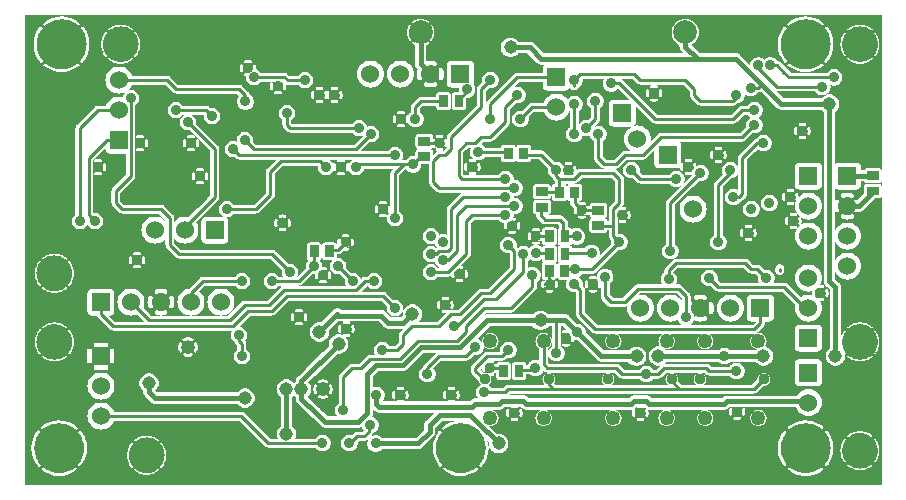
<source format=gbr>
G04 start of page 3 for group 1 idx 1 *
G04 Title: (unknown), solder *
G04 Creator: pcb 20091103 *
G04 CreationDate: Tue 04 Jan 2011 15:16:32 GMT UTC *
G04 For: thomas *
G04 Format: Gerber/RS-274X *
G04 PCB-Dimensions: 285430 157480 *
G04 PCB-Coordinate-Origin: lower left *
%MOIN*%
%FSLAX25Y25*%
%LNBACK*%
%ADD11C,0.0100*%
%ADD12C,0.0180*%
%ADD13C,0.0375*%
%ADD14C,0.0494*%
%ADD15C,0.0200*%
%ADD16C,0.0600*%
%ADD17C,0.0360*%
%ADD18C,0.0450*%
%ADD19C,0.0787*%
%ADD20C,0.1181*%
%ADD21C,0.1653*%
%ADD22C,0.0160*%
%ADD23R,0.0295X0.0295*%
%ADD32C,0.0120*%
%ADD35C,0.0275*%
%ADD36C,0.0394*%
%ADD37C,0.0380*%
%ADD38C,0.0300*%
%ADD39C,0.0280*%
%ADD40C,0.0250*%
%ADD41C,0.0591*%
%ADD42C,0.0984*%
%ADD43C,0.1575*%
G54D15*G36*
X37005Y149128D02*X37105Y148864D01*
X37249Y148348D01*
X37346Y147821D01*
X37394Y147287D01*
Y146752D01*
X37346Y146218D01*
X37249Y145691D01*
X37105Y145175D01*
X37005Y144911D01*
Y149128D01*
G37*
G36*
X107087Y141507D02*X75184D01*
X75137Y141574D01*
X75075Y141635D01*
X75004Y141685D01*
X74925Y141722D01*
X74692Y141795D01*
X74454Y141848D01*
X74212Y141880D01*
X73968Y141890D01*
X73723Y141880D01*
X73481Y141848D01*
X73243Y141795D01*
X73010Y141722D01*
X72931Y141685D01*
X72860Y141635D01*
X72798Y141574D01*
X72751Y141507D01*
X37005D01*
Y143577D01*
X37205Y143907D01*
X37464Y144437D01*
X37673Y144988D01*
X37832Y145557D01*
X37938Y146137D01*
X37992Y146725D01*
Y147314D01*
X37938Y147902D01*
X37832Y148482D01*
X37673Y149051D01*
X37464Y149602D01*
X37205Y150132D01*
X37005Y150462D01*
Y154893D01*
X107087D01*
Y141507D01*
G37*
G36*
X37005D02*X34933D01*
X35113Y141616D01*
X35588Y141966D01*
X35625Y142002D01*
X35656Y142044D01*
X35679Y142091D01*
X35693Y142141D01*
X35699Y142193D01*
X35695Y142245D01*
X35682Y142295D01*
X35661Y142343D01*
X35632Y142386D01*
X35596Y142423D01*
X35554Y142454D01*
X35507Y142477D01*
X35457Y142491D01*
X35405Y142497D01*
X35353Y142493D01*
X35303Y142480D01*
X35255Y142459D01*
X35212Y142430D01*
X34780Y142113D01*
X34322Y141835D01*
X33841Y141600D01*
X33596Y141507D01*
X31496D01*
Y152918D01*
X31763D01*
X32297Y152870D01*
X32824Y152773D01*
X33340Y152629D01*
X33841Y152439D01*
X34322Y152204D01*
X34780Y151926D01*
X35212Y151609D01*
X35255Y151580D01*
X35303Y151559D01*
X35353Y151546D01*
X35405Y151542D01*
X35457Y151548D01*
X35507Y151562D01*
X35554Y151585D01*
X35596Y151616D01*
X35632Y151653D01*
X35661Y151696D01*
X35682Y151744D01*
X35695Y151794D01*
X35699Y151846D01*
X35693Y151898D01*
X35679Y151948D01*
X35656Y151995D01*
X35625Y152037D01*
X35588Y152073D01*
X35113Y152423D01*
X34608Y152729D01*
X34078Y152988D01*
X33527Y153197D01*
X32958Y153356D01*
X32378Y153462D01*
X31790Y153516D01*
X31496D01*
Y154893D01*
X37005D01*
Y150462D01*
X36899Y150637D01*
X36549Y151112D01*
X36513Y151149D01*
X36471Y151180D01*
X36424Y151203D01*
X36374Y151217D01*
X36322Y151223D01*
X36270Y151219D01*
X36220Y151206D01*
X36172Y151185D01*
X36129Y151156D01*
X36092Y151120D01*
X36061Y151078D01*
X36038Y151031D01*
X36024Y150981D01*
X36018Y150929D01*
X36022Y150877D01*
X36035Y150827D01*
X36056Y150779D01*
X36085Y150736D01*
X36402Y150304D01*
X36680Y149846D01*
X36915Y149365D01*
X37005Y149128D01*
Y144911D01*
X36915Y144674D01*
X36680Y144193D01*
X36402Y143735D01*
X36085Y143303D01*
X36056Y143260D01*
X36035Y143212D01*
X36022Y143162D01*
X36018Y143110D01*
X36024Y143058D01*
X36038Y143008D01*
X36061Y142961D01*
X36092Y142919D01*
X36129Y142883D01*
X36172Y142854D01*
X36220Y142833D01*
X36270Y142820D01*
X36322Y142816D01*
X36374Y142822D01*
X36424Y142836D01*
X36471Y142859D01*
X36513Y142890D01*
X36549Y142927D01*
X36899Y143402D01*
X37005Y143577D01*
Y141507D01*
G37*
G36*
X31496D02*X29395D01*
X29150Y141600D01*
X28669Y141835D01*
X28211Y142113D01*
X27779Y142430D01*
X27736Y142459D01*
X27688Y142480D01*
X27638Y142493D01*
X27586Y142497D01*
X27534Y142491D01*
X27484Y142477D01*
X27437Y142454D01*
X27395Y142423D01*
X27359Y142386D01*
X27330Y142343D01*
X27309Y142295D01*
X27296Y142245D01*
X27292Y142193D01*
X27298Y142141D01*
X27312Y142091D01*
X27335Y142044D01*
X27366Y142002D01*
X27403Y141966D01*
X27878Y141616D01*
X28058Y141507D01*
X25197D01*
Y145421D01*
X25318Y144988D01*
X25527Y144437D01*
X25786Y143907D01*
X26092Y143402D01*
X26442Y142927D01*
X26478Y142890D01*
X26520Y142859D01*
X26567Y142836D01*
X26617Y142822D01*
X26669Y142816D01*
X26721Y142820D01*
X26771Y142833D01*
X26819Y142854D01*
X26862Y142883D01*
X26899Y142919D01*
X26930Y142961D01*
X26953Y143008D01*
X26967Y143058D01*
X26973Y143110D01*
X26969Y143162D01*
X26956Y143212D01*
X26935Y143260D01*
X26906Y143303D01*
X26589Y143735D01*
X26311Y144193D01*
X26076Y144674D01*
X25886Y145175D01*
X25742Y145691D01*
X25645Y146218D01*
X25597Y146752D01*
Y147287D01*
X25645Y147821D01*
X25742Y148348D01*
X25886Y148864D01*
X26076Y149365D01*
X26311Y149846D01*
X26589Y150304D01*
X26906Y150736D01*
X26935Y150779D01*
X26956Y150827D01*
X26969Y150877D01*
X26973Y150929D01*
X26967Y150981D01*
X26953Y151031D01*
X26930Y151078D01*
X26899Y151120D01*
X26862Y151156D01*
X26819Y151185D01*
X26771Y151206D01*
X26721Y151219D01*
X26669Y151223D01*
X26617Y151217D01*
X26567Y151203D01*
X26520Y151180D01*
X26478Y151149D01*
X26442Y151112D01*
X26092Y150637D01*
X25786Y150132D01*
X25527Y149602D01*
X25318Y149051D01*
X25197Y148618D01*
Y154893D01*
X31496D01*
Y153516D01*
X31201D01*
X30613Y153462D01*
X30033Y153356D01*
X29464Y153197D01*
X28913Y152988D01*
X28383Y152729D01*
X27878Y152423D01*
X27403Y152073D01*
X27366Y152037D01*
X27335Y151995D01*
X27312Y151948D01*
X27298Y151898D01*
X27292Y151846D01*
X27296Y151794D01*
X27309Y151744D01*
X27330Y151696D01*
X27359Y151653D01*
X27395Y151616D01*
X27437Y151585D01*
X27484Y151562D01*
X27534Y151548D01*
X27586Y151542D01*
X27638Y151546D01*
X27688Y151559D01*
X27736Y151580D01*
X27779Y151609D01*
X28211Y151926D01*
X28669Y152204D01*
X29150Y152439D01*
X29651Y152629D01*
X30167Y152773D01*
X30694Y152870D01*
X31228Y152918D01*
X31496D01*
Y141507D01*
G37*
G36*
X72591Y34102D02*Y38826D01*
X74559D01*
Y34102D01*
X72591D01*
G37*
G36*
X180764Y115145D02*X180964Y114945D01*
X181364Y114665D01*
X181806Y114459D01*
X182278Y114333D01*
X182764Y114290D01*
X183250Y114333D01*
X183722Y114459D01*
X184164Y114665D01*
X184564Y114945D01*
X184909Y115290D01*
X185189Y115690D01*
X185395Y116132D01*
X185518Y116593D01*
X185806Y116459D01*
X186278Y116333D01*
X186764Y116290D01*
X187250Y116333D01*
X187722Y116459D01*
X188010Y116593D01*
X188133Y116132D01*
X188339Y115690D01*
X188619Y115290D01*
X188964Y114945D01*
X189264Y114735D01*
Y109090D01*
X189270Y109022D01*
Y108960D01*
X189281Y108897D01*
X189287Y108830D01*
X189304Y108766D01*
X189315Y108703D01*
X189336Y108645D01*
X189354Y108577D01*
X189383Y108515D01*
X189404Y108457D01*
X189437Y108400D01*
X189465Y108340D01*
X189502Y108287D01*
X189535Y108230D01*
X189578Y108179D01*
X189615Y108126D01*
X189661Y108080D01*
X189703Y108030D01*
X191704Y106029D01*
X191754Y105987D01*
X191800Y105941D01*
X191853Y105904D01*
X191904Y105861D01*
X191961Y105828D01*
X192014Y105791D01*
X192074Y105763D01*
X192131Y105730D01*
X192189Y105709D01*
X192251Y105680D01*
X192319Y105662D01*
X192377Y105641D01*
X192440Y105630D01*
X192504Y105613D01*
X192571Y105607D01*
X192634Y105596D01*
X192696D01*
X192764Y105590D01*
X184764D01*
X184707Y105585D01*
X184633D01*
X184560Y105572D01*
X184504Y105567D01*
X184445Y105551D01*
X184376Y105539D01*
X184315Y105517D01*
X184251Y105500D01*
X184192Y105472D01*
X184130Y105450D01*
X184069Y105415D01*
X184014Y105389D01*
X183967Y105356D01*
X183903Y105319D01*
X183847Y105272D01*
X183800Y105239D01*
X183759Y105198D01*
X183703Y105151D01*
X183560Y105008D01*
X183564Y105090D01*
X183553Y105335D01*
X183521Y105577D01*
X183468Y105815D01*
X183395Y106048D01*
X183358Y106127D01*
X183308Y106198D01*
X183247Y106260D01*
X183175Y106310D01*
X183096Y106347D01*
X183012Y106370D01*
X182925Y106377D01*
X182838Y106370D01*
X182754Y106347D01*
X182675Y106310D01*
X182604Y106260D01*
X182542Y106199D01*
X182492Y106127D01*
X182455Y106048D01*
X182432Y105964D01*
X182425Y105877D01*
X182432Y105790D01*
X182455Y105706D01*
X182502Y105556D01*
X182536Y105403D01*
X182557Y105247D01*
X182564Y105090D01*
X182557Y104934D01*
X182536Y104778D01*
X182502Y104625D01*
X182455Y104475D01*
X182432Y104391D01*
X182425Y104304D01*
X182432Y104217D01*
X182455Y104133D01*
X182492Y104054D01*
X182539Y103987D01*
X182142Y103590D01*
X180764D01*
Y106890D01*
X180920Y106884D01*
X181076Y106863D01*
X181229Y106829D01*
X181379Y106782D01*
X181463Y106759D01*
X181550Y106752D01*
X181637Y106759D01*
X181721Y106782D01*
X181800Y106819D01*
X181872Y106869D01*
X181933Y106931D01*
X181983Y107002D01*
X182020Y107081D01*
X182043Y107165D01*
X182050Y107252D01*
X182043Y107339D01*
X182020Y107423D01*
X181983Y107502D01*
X181933Y107574D01*
X181871Y107635D01*
X181800Y107685D01*
X181721Y107722D01*
X181488Y107795D01*
X181250Y107848D01*
X181008Y107880D01*
X180764Y107890D01*
Y115145D01*
G37*
G36*
Y124061D02*X180993Y124551D01*
X181077Y124866D01*
X181264Y124735D01*
Y119445D01*
X180964Y119235D01*
X180764Y119035D01*
Y124061D01*
G37*
G36*
X167769Y122975D02*X169384Y124590D01*
X172525D01*
X172535Y124551D01*
X172867Y123840D01*
X173317Y123197D01*
X173871Y122643D01*
X174514Y122193D01*
X175225Y121861D01*
X175983Y121658D01*
X176764Y121590D01*
X177545Y121658D01*
X178303Y121861D01*
X179014Y122193D01*
X179657Y122643D01*
X180211Y123197D01*
X180661Y123840D01*
X180764Y124061D01*
Y119035D01*
X180619Y118890D01*
X180339Y118490D01*
X180133Y118048D01*
X180007Y117576D01*
X179964Y117090D01*
X180007Y116604D01*
X180133Y116132D01*
X180339Y115690D01*
X180619Y115290D01*
X180764Y115145D01*
Y107890D01*
X180519Y107880D01*
X180277Y107848D01*
X180039Y107795D01*
X179806Y107722D01*
X179727Y107685D01*
X179656Y107635D01*
X179594Y107574D01*
X179544Y107502D01*
X179507Y107423D01*
X179484Y107339D01*
X179477Y107252D01*
X179484Y107165D01*
X179507Y107081D01*
X179544Y107002D01*
X179594Y106931D01*
X179655Y106869D01*
X179727Y106819D01*
X179806Y106782D01*
X179890Y106759D01*
X179977Y106752D01*
X180064Y106759D01*
X180148Y106782D01*
X180298Y106829D01*
X180451Y106863D01*
X180607Y106884D01*
X180764Y106890D01*
Y103590D01*
X179119D01*
X179189Y103690D01*
X179395Y104132D01*
X179521Y104604D01*
X179564Y105090D01*
X179521Y105576D01*
X179395Y106048D01*
X179189Y106490D01*
X178909Y106890D01*
X178564Y107235D01*
X178164Y107515D01*
X177722Y107721D01*
X177250Y107847D01*
X176764Y107890D01*
X176278Y107847D01*
X176160Y107815D01*
X172809Y111166D01*
X172759Y111208D01*
X172712Y111255D01*
X172657Y111293D01*
X172609Y111334D01*
X172554Y111366D01*
X172498Y111405D01*
X172434Y111435D01*
X172382Y111465D01*
X172328Y111485D01*
X172261Y111516D01*
X172189Y111535D01*
X172137Y111554D01*
X172077Y111565D01*
X172008Y111583D01*
X171942Y111589D01*
X171879Y111600D01*
X171816D01*
X171748Y111606D01*
X168358D01*
Y112566D01*
X168343Y112740D01*
X168298Y112908D01*
X168224Y113066D01*
X168124Y113209D01*
X168001Y113332D01*
X167858Y113432D01*
X167769Y113474D01*
Y122975D01*
G37*
G36*
Y134590D02*X172264D01*
Y133090D01*
X172287Y132830D01*
X172354Y132577D01*
X172465Y132340D01*
X172615Y132126D01*
X172800Y131941D01*
X173014Y131791D01*
X173251Y131680D01*
X173504Y131613D01*
X173764Y131590D01*
X179764D01*
X180024Y131613D01*
X180277Y131680D01*
X180514Y131791D01*
X180728Y131941D01*
X180913Y132126D01*
X181063Y132340D01*
X181174Y132577D01*
X181223Y132763D01*
X181323Y132693D01*
X181354Y132577D01*
X181465Y132340D01*
X181615Y132126D01*
X181800Y131941D01*
X182014Y131791D01*
X182251Y131680D01*
X182504Y131613D01*
X182764Y131590D01*
X183024Y131613D01*
X183277Y131680D01*
X183514Y131791D01*
X183728Y131941D01*
X183913Y132126D01*
X184063Y132340D01*
X184174Y132577D01*
X184205Y132694D01*
X184564Y132945D01*
X184909Y133290D01*
X185189Y133690D01*
X185395Y134132D01*
X185521Y134604D01*
X185564Y135090D01*
X185521Y135576D01*
X185517Y135590D01*
X192722D01*
X192575Y135380D01*
X192369Y134938D01*
X192243Y134466D01*
X192200Y133980D01*
X192243Y133494D01*
X192369Y133022D01*
X192575Y132580D01*
X192855Y132180D01*
X193200Y131835D01*
X193600Y131555D01*
X194042Y131349D01*
X194514Y131223D01*
X195000Y131180D01*
X195486Y131223D01*
X195958Y131349D01*
X196400Y131555D01*
X196800Y131835D01*
X197145Y132180D01*
X197313Y132420D01*
X201143Y128590D01*
X195764D01*
X195504Y128567D01*
X195251Y128500D01*
X195014Y128389D01*
X194800Y128239D01*
X194615Y128054D01*
X194465Y127840D01*
X194354Y127603D01*
X194287Y127350D01*
X194264Y127090D01*
Y121090D01*
X194287Y120830D01*
X194354Y120577D01*
X194465Y120340D01*
X194615Y120126D01*
X194800Y119941D01*
X195014Y119791D01*
X195251Y119680D01*
X195504Y119613D01*
X195764Y119590D01*
X201764D01*
X202024Y119613D01*
X202277Y119680D01*
X202514Y119791D01*
X202728Y119941D01*
X202913Y120126D01*
X203063Y120340D01*
X203174Y120577D01*
X203241Y120830D01*
X203264Y121090D01*
Y126469D01*
X208704Y121029D01*
X208754Y120987D01*
X208800Y120941D01*
X208853Y120904D01*
X208904Y120861D01*
X208961Y120828D01*
X209014Y120791D01*
X209074Y120763D01*
X209131Y120730D01*
X209189Y120709D01*
X209251Y120680D01*
X209319Y120662D01*
X209377Y120641D01*
X209440Y120630D01*
X209504Y120613D01*
X209571Y120607D01*
X209634Y120596D01*
X209696D01*
X209764Y120590D01*
X235764D01*
X235845Y120597D01*
X235895D01*
X235948Y120606D01*
X236024Y120613D01*
X236098Y120633D01*
X236152Y120642D01*
X236203Y120660D01*
X236277Y120680D01*
X236342Y120711D01*
X236398Y120731D01*
X236449Y120761D01*
X236514Y120791D01*
X236575Y120833D01*
X236624Y120862D01*
X236668Y120899D01*
X236728Y120941D01*
X236780Y120993D01*
X236824Y121030D01*
X239384Y123590D01*
X240409D01*
X240619Y123290D01*
X240964Y122945D01*
X241364Y122665D01*
X241525Y122590D01*
X241364Y122515D01*
X240964Y122235D01*
X240619Y121890D01*
X240339Y121490D01*
X240133Y121048D01*
X240007Y120576D01*
X239964Y120090D01*
X240007Y119604D01*
X240038Y119486D01*
X238142Y117590D01*
X211764D01*
X211707Y117585D01*
X211633D01*
X211560Y117572D01*
X211504Y117567D01*
X211445Y117551D01*
X211376Y117539D01*
X211315Y117517D01*
X211251Y117500D01*
X211192Y117472D01*
X211130Y117450D01*
X211069Y117415D01*
X211014Y117389D01*
X210967Y117356D01*
X210903Y117319D01*
X210847Y117272D01*
X210800Y117239D01*
X210759Y117198D01*
X210703Y117151D01*
X208195Y114643D01*
X208197Y114650D01*
X208265Y115431D01*
X208197Y116212D01*
X207994Y116970D01*
X207662Y117681D01*
X207212Y118324D01*
X206658Y118878D01*
X206015Y119328D01*
X205304Y119660D01*
X204546Y119863D01*
X203765Y119931D01*
X202984Y119863D01*
X202226Y119660D01*
X201515Y119328D01*
X200872Y118878D01*
X200318Y118324D01*
X199868Y117681D01*
X199536Y116970D01*
X199333Y116212D01*
X199265Y115431D01*
X199333Y114650D01*
X199536Y113892D01*
X199868Y113181D01*
X200318Y112538D01*
X200872Y111984D01*
X201435Y111590D01*
X199764D01*
X199707Y111585D01*
X199633D01*
X199562Y111572D01*
X199504Y111567D01*
X199445Y111551D01*
X199376Y111539D01*
X199313Y111516D01*
X199251Y111500D01*
X199193Y111473D01*
X199130Y111450D01*
X199070Y111415D01*
X199014Y111389D01*
X198966Y111355D01*
X198903Y111319D01*
X198846Y111271D01*
X198800Y111239D01*
X198759Y111198D01*
X198703Y111151D01*
X196142Y108590D01*
X193385D01*
X192264Y109711D01*
Y114735D01*
X192564Y114945D01*
X192909Y115290D01*
X193189Y115690D01*
X193395Y116132D01*
X193521Y116604D01*
X193564Y117090D01*
X193521Y117576D01*
X193395Y118048D01*
X193189Y118490D01*
X192909Y118890D01*
X192564Y119235D01*
X192164Y119515D01*
X191722Y119721D01*
X191250Y119847D01*
X190764Y119890D01*
X190278Y119847D01*
X189806Y119721D01*
X189518Y119587D01*
X189489Y119695D01*
X190824Y121030D01*
X190825Y121029D01*
X190872Y121085D01*
X190913Y121126D01*
X190946Y121173D01*
X190993Y121229D01*
X191030Y121293D01*
X191063Y121340D01*
X191089Y121395D01*
X191124Y121456D01*
X191146Y121518D01*
X191174Y121577D01*
X191191Y121641D01*
X191213Y121702D01*
X191225Y121771D01*
X191241Y121830D01*
X191246Y121886D01*
X191259Y121959D01*
Y122033D01*
X191264Y122090D01*
Y125735D01*
X191564Y125945D01*
X191909Y126290D01*
X192189Y126690D01*
X192395Y127132D01*
X192521Y127604D01*
X192564Y128090D01*
X192521Y128576D01*
X192395Y129048D01*
X192189Y129490D01*
X191909Y129890D01*
X191564Y130235D01*
X191164Y130515D01*
X190722Y130721D01*
X190250Y130847D01*
X189764Y130890D01*
X189278Y130847D01*
X188806Y130721D01*
X188364Y130515D01*
X187964Y130235D01*
X187619Y129890D01*
X187339Y129490D01*
X187133Y129048D01*
X187007Y128576D01*
X186964Y128090D01*
X187007Y127604D01*
X187133Y127132D01*
X187339Y126690D01*
X187619Y126290D01*
X187964Y125945D01*
X188264Y125735D01*
Y122712D01*
X187368Y121816D01*
X187250Y121847D01*
X186764Y121890D01*
X186278Y121847D01*
X185806Y121721D01*
X185364Y121515D01*
X184964Y121235D01*
X184619Y120890D01*
X184339Y120490D01*
X184264Y120329D01*
Y124735D01*
X184564Y124945D01*
X184909Y125290D01*
X185189Y125690D01*
X185395Y126132D01*
X185521Y126604D01*
X185564Y127090D01*
X185521Y127576D01*
X185395Y128048D01*
X185189Y128490D01*
X184909Y128890D01*
X184564Y129235D01*
X184164Y129515D01*
X183722Y129721D01*
X183250Y129847D01*
X182764Y129890D01*
X182278Y129847D01*
X181806Y129721D01*
X181364Y129515D01*
X180964Y129235D01*
X180619Y128890D01*
X180448Y128645D01*
X180211Y128983D01*
X179657Y129537D01*
X179014Y129987D01*
X178303Y130319D01*
X177545Y130522D01*
X176764Y130590D01*
X175983Y130522D01*
X175225Y130319D01*
X174514Y129987D01*
X173871Y129537D01*
X173317Y128983D01*
X172867Y128340D01*
X172535Y127629D01*
X172525Y127590D01*
X168764D01*
X168707Y127585D01*
X168633D01*
X168560Y127572D01*
X168504Y127567D01*
X168445Y127551D01*
X168376Y127539D01*
X168315Y127517D01*
X168251Y127500D01*
X168192Y127472D01*
X168130Y127450D01*
X168069Y127415D01*
X168014Y127389D01*
X167967Y127356D01*
X167903Y127319D01*
X167847Y127272D01*
X167800Y127239D01*
X167769Y127208D01*
Y134590D01*
G37*
G36*
Y143398D02*X170421Y140746D01*
X170489Y140689D01*
X170543Y140635D01*
X170606Y140591D01*
X170675Y140533D01*
X170750Y140490D01*
X170814Y140445D01*
X170889Y140410D01*
X170962Y140368D01*
X171039Y140340D01*
X171114Y140305D01*
X171196Y140283D01*
X171273Y140255D01*
X171352Y140241D01*
X171434Y140219D01*
X171516Y140212D01*
X171599Y140197D01*
X171685D01*
X171764Y140190D01*
X172751D01*
X172615Y140054D01*
X172465Y139840D01*
X172354Y139603D01*
X172287Y139350D01*
X172264Y139090D01*
Y137590D01*
X167769D01*
Y143398D01*
G37*
G36*
Y53190D02*X168801D01*
X169010Y52891D01*
X169411Y52490D01*
X169875Y52165D01*
X170388Y51926D01*
X170936Y51779D01*
X171500Y51730D01*
X172064Y51779D01*
X172612Y51926D01*
X173125Y52165D01*
X173589Y52490D01*
X173990Y52891D01*
X174199Y53190D01*
X175264D01*
Y46445D01*
X174964Y46235D01*
X174619Y45890D01*
X174339Y45490D01*
X174133Y45048D01*
X174007Y44576D01*
X173980Y44271D01*
Y45833D01*
X174228Y46007D01*
X174563Y46342D01*
X174835Y46730D01*
X175035Y47160D01*
X175158Y47618D01*
X175199Y48090D01*
X175158Y48562D01*
X175035Y49020D01*
X174835Y49450D01*
X174563Y49838D01*
X174228Y50173D01*
X173840Y50445D01*
X173410Y50645D01*
X172952Y50768D01*
X172480Y50809D01*
X172008Y50768D01*
X171550Y50645D01*
X171120Y50445D01*
X170732Y50173D01*
X170397Y49838D01*
X170125Y49450D01*
X170011Y49205D01*
X169925Y49020D01*
X169802Y48562D01*
X169761Y48090D01*
X169802Y47618D01*
X169925Y47160D01*
X170011Y46975D01*
X170125Y46730D01*
X170397Y46342D01*
X170732Y46007D01*
X170980Y45833D01*
Y41601D01*
X170722Y41721D01*
X170250Y41847D01*
X169764Y41890D01*
X169278Y41847D01*
X168806Y41721D01*
X168364Y41515D01*
X167964Y41235D01*
X167769Y41040D01*
Y53190D01*
G37*
G36*
X172269Y74366D02*X172351Y74284D01*
X172269Y74226D01*
Y74366D01*
G37*
G36*
X180000Y52167D02*X180420Y51747D01*
X180244Y51770D01*
X180000Y51780D01*
Y52167D01*
G37*
G36*
Y66683D02*X180007Y66604D01*
X180133Y66132D01*
X180339Y65690D01*
X180619Y65290D01*
X180964Y64945D01*
X181364Y64665D01*
X181806Y64459D01*
X182278Y64333D01*
X182764Y64290D01*
X183250Y64333D01*
X183264Y64337D01*
Y57090D01*
X183270Y57022D01*
Y56960D01*
X183281Y56897D01*
X183287Y56830D01*
X183304Y56766D01*
X183315Y56703D01*
X183336Y56645D01*
X183354Y56577D01*
X183383Y56515D01*
X183404Y56457D01*
X183437Y56400D01*
X183465Y56340D01*
X183502Y56287D01*
X183535Y56230D01*
X183578Y56179D01*
X183615Y56126D01*
X183661Y56080D01*
X183703Y56030D01*
X188704Y51029D01*
X188754Y50987D01*
X188800Y50941D01*
X188853Y50904D01*
X188904Y50861D01*
X188961Y50828D01*
X189014Y50791D01*
X189074Y50763D01*
X189131Y50730D01*
X189189Y50709D01*
X189251Y50680D01*
X189319Y50662D01*
X189377Y50641D01*
X189440Y50630D01*
X189504Y50613D01*
X189571Y50607D01*
X189634Y50596D01*
X189696D01*
X189764Y50590D01*
X194716D01*
X194404Y50445D01*
X194016Y50173D01*
X193681Y49838D01*
X193409Y49450D01*
X193209Y49020D01*
X193086Y48562D01*
X193045Y48090D01*
X193086Y47618D01*
X193209Y47160D01*
X193409Y46730D01*
X193681Y46342D01*
X194016Y46007D01*
X194404Y45735D01*
X194834Y45535D01*
X195292Y45412D01*
X195764Y45371D01*
X196236Y45412D01*
X196694Y45535D01*
X197124Y45735D01*
X197512Y46007D01*
X197847Y46342D01*
X198119Y46730D01*
X198319Y47160D01*
X198442Y47618D01*
X198483Y48090D01*
X198442Y48562D01*
X198319Y49020D01*
X198119Y49450D01*
X197847Y49838D01*
X197512Y50173D01*
X197124Y50445D01*
X196812Y50590D01*
X212432D01*
X212120Y50445D01*
X211732Y50173D01*
X211397Y49838D01*
X211125Y49450D01*
X210925Y49020D01*
X210802Y48562D01*
X210761Y48090D01*
X210802Y47618D01*
X210925Y47160D01*
X211125Y46730D01*
X211397Y46342D01*
X211492Y46247D01*
X211328Y46291D01*
X210764Y46340D01*
X210200Y46291D01*
X209652Y46144D01*
X209139Y45905D01*
X208675Y45580D01*
X208274Y45179D01*
X207949Y44715D01*
X207710Y44202D01*
X207563Y43654D01*
X207514Y43090D01*
X207563Y42526D01*
X207710Y41978D01*
X207949Y41465D01*
X208274Y41001D01*
X208675Y40600D01*
X209139Y40275D01*
X209652Y40036D01*
X210200Y39889D01*
X210764Y39840D01*
X211328Y39889D01*
X211482Y39930D01*
X210142Y38590D01*
X209119D01*
X208909Y38890D01*
X208564Y39235D01*
X208164Y39515D01*
X207722Y39721D01*
X207250Y39847D01*
X206764Y39890D01*
X206278Y39847D01*
X205806Y39721D01*
X205364Y39515D01*
X204964Y39235D01*
X204619Y38890D01*
X204409Y38590D01*
X199385D01*
X197825Y40150D01*
X197775Y40192D01*
X197728Y40239D01*
X197675Y40276D01*
X197625Y40318D01*
X197569Y40350D01*
X197514Y40389D01*
X197449Y40420D01*
X197398Y40449D01*
X197344Y40469D01*
X197277Y40500D01*
X197205Y40519D01*
X197153Y40538D01*
X197093Y40549D01*
X197024Y40567D01*
X196958Y40573D01*
X196895Y40584D01*
X196832D01*
X196764Y40590D01*
X180000D01*
Y46180D01*
X180244Y46191D01*
X180486Y46223D01*
X180724Y46276D01*
X180957Y46349D01*
X181036Y46386D01*
X181107Y46436D01*
X181169Y46497D01*
X181219Y46569D01*
X181256Y46648D01*
X181279Y46732D01*
X181286Y46819D01*
X181279Y46906D01*
X181256Y46990D01*
X181219Y47069D01*
X181169Y47140D01*
X181108Y47202D01*
X181036Y47252D01*
X180957Y47289D01*
X180873Y47312D01*
X180786Y47319D01*
X180699Y47312D01*
X180615Y47289D01*
X180465Y47242D01*
X180312Y47208D01*
X180156Y47187D01*
X180000Y47180D01*
Y50780D01*
X180156Y50774D01*
X180312Y50753D01*
X180465Y50719D01*
X180615Y50672D01*
X180699Y50649D01*
X180786Y50642D01*
X180873Y50649D01*
X180957Y50672D01*
X180999Y50692D01*
X181007Y50604D01*
X181133Y50132D01*
X181339Y49690D01*
X181619Y49290D01*
X181794Y49115D01*
X181800Y48980D01*
X181793Y48824D01*
X181772Y48668D01*
X181738Y48515D01*
X181691Y48365D01*
X181668Y48281D01*
X181661Y48194D01*
X181668Y48107D01*
X181691Y48023D01*
X181728Y47944D01*
X181778Y47872D01*
X181840Y47811D01*
X181911Y47761D01*
X181990Y47724D01*
X182074Y47701D01*
X182161Y47694D01*
X182248Y47701D01*
X182332Y47724D01*
X182411Y47761D01*
X182483Y47811D01*
X182544Y47873D01*
X182594Y47944D01*
X182631Y48023D01*
X182704Y48256D01*
X182755Y48483D01*
X182806Y48459D01*
X183278Y48333D01*
X183764Y48290D01*
X183868Y48299D01*
X190421Y41746D01*
X190489Y41689D01*
X190543Y41635D01*
X190606Y41591D01*
X190675Y41533D01*
X190750Y41490D01*
X190814Y41445D01*
X190889Y41410D01*
X190962Y41368D01*
X191039Y41340D01*
X191114Y41305D01*
X191196Y41283D01*
X191273Y41255D01*
X191352Y41241D01*
X191434Y41219D01*
X191516Y41212D01*
X191599Y41197D01*
X191685D01*
X191764Y41190D01*
X200801D01*
X201010Y40891D01*
X201411Y40490D01*
X201875Y40165D01*
X202388Y39926D01*
X202936Y39779D01*
X203500Y39730D01*
X204064Y39779D01*
X204612Y39926D01*
X205125Y40165D01*
X205589Y40490D01*
X205990Y40891D01*
X206315Y41355D01*
X206554Y41868D01*
X206701Y42416D01*
X206750Y42980D01*
X206701Y43544D01*
X206554Y44092D01*
X206315Y44605D01*
X205990Y45069D01*
X205589Y45470D01*
X205125Y45795D01*
X204612Y46034D01*
X204064Y46181D01*
X203500Y46230D01*
X202936Y46181D01*
X202388Y46034D01*
X201875Y45795D01*
X201411Y45470D01*
X201010Y45069D01*
X200955Y44990D01*
X192551D01*
X186555Y50986D01*
X186564Y51090D01*
X186521Y51576D01*
X186395Y52048D01*
X186189Y52490D01*
X185909Y52890D01*
X185564Y53235D01*
X185164Y53515D01*
X184722Y53721D01*
X184250Y53847D01*
X183764Y53890D01*
X183660Y53881D01*
X181108Y56433D01*
X181040Y56490D01*
X180985Y56545D01*
X180921Y56590D01*
X180854Y56646D01*
X180784Y56686D01*
X180714Y56735D01*
X180642Y56769D01*
X180568Y56812D01*
X180483Y56843D01*
X180414Y56875D01*
X180337Y56896D01*
X180256Y56925D01*
X180173Y56940D01*
X180094Y56961D01*
X180015Y56968D01*
X180000Y56971D01*
Y66683D01*
G37*
G36*
Y68520D02*X180360D01*
X180339Y68490D01*
X180133Y68048D01*
X180007Y67576D01*
X180000Y67497D01*
Y68520D01*
G37*
G36*
X185323Y102529D02*X185384Y102590D01*
X195143D01*
X196264Y101469D01*
Y94712D01*
X194703Y93151D01*
X194704Y93150D01*
X194667Y93106D01*
X194615Y93054D01*
X194573Y92994D01*
X194536Y92950D01*
X194507Y92900D01*
X194465Y92840D01*
X194435Y92776D01*
X194405Y92724D01*
X194386Y92671D01*
X194354Y92603D01*
X194334Y92527D01*
X194316Y92478D01*
X194306Y92423D01*
X194287Y92350D01*
X194280Y92275D01*
X194271Y92221D01*
Y92169D01*
X194264Y92090D01*
Y88032D01*
X193730D01*
X193717Y88181D01*
X193672Y88349D01*
X193598Y88507D01*
X193498Y88650D01*
X193375Y88773D01*
X193232Y88873D01*
X193074Y88947D01*
X192906Y88992D01*
X192732Y89007D01*
X188796D01*
X188622Y88992D01*
X188454Y88947D01*
X188296Y88873D01*
X188153Y88773D01*
X188030Y88650D01*
X187930Y88507D01*
X187856Y88349D01*
X187811Y88181D01*
X187796Y88007D01*
Y85055D01*
X187811Y84881D01*
X187856Y84713D01*
X187930Y84555D01*
X188030Y84412D01*
X188153Y84289D01*
X188296Y84189D01*
X188454Y84115D01*
X188622Y84070D01*
X188796Y84055D01*
X192732D01*
X192906Y84070D01*
X193074Y84115D01*
X193232Y84189D01*
X193375Y84289D01*
X193498Y84412D01*
X193598Y84555D01*
X193672Y84713D01*
X193717Y84881D01*
X193730Y85031D01*
X194264D01*
Y83090D01*
X194270Y83022D01*
Y82960D01*
X194281Y82897D01*
X194287Y82830D01*
X194304Y82766D01*
X194315Y82703D01*
X194336Y82645D01*
X194354Y82577D01*
X194383Y82515D01*
X194404Y82457D01*
X194437Y82400D01*
X194465Y82340D01*
X194502Y82287D01*
X194535Y82230D01*
X194578Y82179D01*
X194615Y82126D01*
X194661Y82080D01*
X194703Y82030D01*
X195039Y81694D01*
X195007Y81576D01*
X194964Y81090D01*
X195007Y80604D01*
X195038Y80486D01*
X191152Y76600D01*
X191257Y76994D01*
X191300Y77480D01*
X191257Y77966D01*
X191131Y78438D01*
X190925Y78880D01*
X190645Y79280D01*
X190300Y79625D01*
X189900Y79905D01*
X189458Y80111D01*
X188986Y80237D01*
X188500Y80280D01*
X188014Y80237D01*
X187542Y80111D01*
X187100Y79905D01*
X186700Y79625D01*
X186355Y79280D01*
X186146Y78981D01*
X185323D01*
Y80858D01*
X185645Y81180D01*
X185925Y81580D01*
X186131Y82022D01*
X186257Y82494D01*
X186300Y82980D01*
X186257Y83466D01*
X186131Y83938D01*
X185925Y84380D01*
X185645Y84780D01*
X185323Y85102D01*
Y88849D01*
X185567Y88860D01*
X185809Y88892D01*
X186047Y88945D01*
X186280Y89018D01*
X186359Y89055D01*
X186430Y89105D01*
X186492Y89166D01*
X186542Y89238D01*
X186579Y89317D01*
X186602Y89401D01*
X186609Y89488D01*
X186602Y89575D01*
X186579Y89659D01*
X186542Y89738D01*
X186492Y89809D01*
X186431Y89871D01*
X186359Y89921D01*
X186280Y89958D01*
X186196Y89981D01*
X186109Y89988D01*
X186022Y89981D01*
X185938Y89958D01*
X185788Y89911D01*
X185635Y89877D01*
X185479Y89856D01*
X185323Y89849D01*
Y90149D01*
X187798D01*
X187811Y89999D01*
X187856Y89831D01*
X187930Y89673D01*
X188030Y89530D01*
X188153Y89407D01*
X188296Y89307D01*
X188454Y89233D01*
X188622Y89188D01*
X188796Y89173D01*
X192732D01*
X192906Y89188D01*
X193074Y89233D01*
X193232Y89307D01*
X193375Y89407D01*
X193498Y89530D01*
X193598Y89673D01*
X193672Y89831D01*
X193717Y89999D01*
X193732Y90173D01*
Y93125D01*
X193717Y93299D01*
X193672Y93467D01*
X193598Y93625D01*
X193498Y93768D01*
X193375Y93891D01*
X193232Y93991D01*
X193074Y94065D01*
X192906Y94110D01*
X192732Y94125D01*
X188796D01*
X188622Y94110D01*
X188454Y94065D01*
X188296Y93991D01*
X188153Y93891D01*
X188030Y93768D01*
X187930Y93625D01*
X187856Y93467D01*
X187811Y93299D01*
X187798Y93150D01*
X185943D01*
X185681Y93412D01*
X185788Y93388D01*
X185938Y93341D01*
X186022Y93318D01*
X186109Y93311D01*
X186196Y93318D01*
X186280Y93341D01*
X186359Y93378D01*
X186431Y93428D01*
X186492Y93490D01*
X186542Y93561D01*
X186579Y93640D01*
X186602Y93724D01*
X186609Y93811D01*
X186602Y93898D01*
X186579Y93982D01*
X186542Y94061D01*
X186492Y94133D01*
X186430Y94194D01*
X186359Y94244D01*
X186280Y94281D01*
X186047Y94354D01*
X185809Y94407D01*
X185567Y94439D01*
X185323Y94449D01*
Y95397D01*
X185343Y95472D01*
X185358Y95646D01*
Y99582D01*
X185343Y99756D01*
X185323Y99831D01*
Y102529D01*
G37*
G36*
Y94449D02*X185078Y94439D01*
X184836Y94407D01*
X184713Y94380D01*
X184440Y94653D01*
X184532Y94661D01*
X184700Y94706D01*
X184858Y94780D01*
X185001Y94880D01*
X185124Y95003D01*
X185224Y95146D01*
X185298Y95304D01*
X185323Y95397D01*
Y94449D01*
G37*
G36*
Y78981D02*X182092D01*
X182079Y79130D01*
X182034Y79298D01*
X181960Y79456D01*
X181860Y79599D01*
X181737Y79722D01*
X181594Y79822D01*
X181436Y79896D01*
X181268Y79941D01*
X181094Y79956D01*
X180000D01*
Y80004D01*
X181094D01*
X181268Y80019D01*
X181436Y80064D01*
X181594Y80138D01*
X181737Y80238D01*
X181860Y80361D01*
X181960Y80504D01*
X182013Y80616D01*
X182100Y80555D01*
X182542Y80349D01*
X183014Y80223D01*
X183500Y80180D01*
X183986Y80223D01*
X184458Y80349D01*
X184900Y80555D01*
X185300Y80835D01*
X185323Y80858D01*
Y78981D01*
G37*
G36*
X180000Y94997D02*X180006Y95003D01*
X180106Y95146D01*
X180180Y95304D01*
X180225Y95472D01*
X180240Y95646D01*
Y99582D01*
X180225Y99756D01*
X180180Y99924D01*
X180106Y100082D01*
X180006Y100225D01*
X180000Y100231D01*
Y100590D01*
X182764D01*
X182844Y100597D01*
X182895D01*
X182948Y100606D01*
X183024Y100613D01*
X183098Y100633D01*
X183152Y100642D01*
X183203Y100660D01*
X183277Y100680D01*
X183342Y100711D01*
X183398Y100731D01*
X183449Y100761D01*
X183514Y100791D01*
X183575Y100833D01*
X183624Y100862D01*
X183668Y100899D01*
X183728Y100941D01*
X183780Y100993D01*
X183824Y101030D01*
X185323Y102529D01*
Y99831D01*
X185298Y99924D01*
X185224Y100082D01*
X185124Y100225D01*
X185001Y100348D01*
X184858Y100448D01*
X184700Y100522D01*
X184532Y100567D01*
X184358Y100582D01*
X181406D01*
X181232Y100567D01*
X181064Y100522D01*
X180906Y100448D01*
X180763Y100348D01*
X180640Y100225D01*
X180540Y100082D01*
X180466Y99924D01*
X180421Y99756D01*
X180406Y99582D01*
Y95646D01*
X180421Y95472D01*
X180466Y95304D01*
X180540Y95146D01*
X180640Y95003D01*
X180763Y94880D01*
X180906Y94780D01*
X181064Y94706D01*
X181232Y94661D01*
X181382Y94648D01*
Y94090D01*
X181388Y94022D01*
Y93960D01*
X181399Y93897D01*
X181405Y93830D01*
X181422Y93766D01*
X181433Y93703D01*
X181454Y93645D01*
X181472Y93577D01*
X181501Y93515D01*
X181522Y93457D01*
X181555Y93400D01*
X181583Y93340D01*
X181620Y93287D01*
X181653Y93230D01*
X181696Y93179D01*
X181733Y93126D01*
X181779Y93080D01*
X181821Y93030D01*
X182592Y92259D01*
X182565Y92136D01*
X182533Y91894D01*
X182523Y91649D01*
X182533Y91405D01*
X182565Y91163D01*
X182618Y90925D01*
X182691Y90692D01*
X182728Y90613D01*
X182778Y90542D01*
X182839Y90480D01*
X182911Y90430D01*
X182990Y90393D01*
X183074Y90370D01*
X183161Y90363D01*
X183248Y90370D01*
X183332Y90393D01*
X183411Y90430D01*
X183482Y90480D01*
X183544Y90541D01*
X183594Y90613D01*
X183631Y90692D01*
X183654Y90776D01*
X183661Y90863D01*
X183654Y90950D01*
X183631Y91034D01*
X183584Y91184D01*
X183560Y91291D01*
X184263Y90588D01*
X184313Y90546D01*
X184359Y90500D01*
X184412Y90463D01*
X184463Y90420D01*
X184520Y90387D01*
X184573Y90350D01*
X184633Y90322D01*
X184690Y90289D01*
X184748Y90268D01*
X184810Y90239D01*
X184878Y90221D01*
X184936Y90200D01*
X184999Y90189D01*
X185063Y90172D01*
X185130Y90166D01*
X185193Y90155D01*
X185255D01*
X185323Y90149D01*
Y89849D01*
X185166Y89856D01*
X185010Y89877D01*
X184857Y89911D01*
X184707Y89958D01*
X184623Y89981D01*
X184536Y89988D01*
X184449Y89981D01*
X184365Y89958D01*
X184286Y89921D01*
X184214Y89871D01*
X184153Y89809D01*
X184103Y89738D01*
X184066Y89659D01*
X184043Y89575D01*
X184036Y89488D01*
X184043Y89401D01*
X184066Y89317D01*
X184103Y89238D01*
X184153Y89166D01*
X184215Y89105D01*
X184286Y89055D01*
X184365Y89018D01*
X184598Y88945D01*
X184836Y88892D01*
X185078Y88860D01*
X185323Y88849D01*
Y85102D01*
X185300Y85125D01*
X184900Y85405D01*
X184458Y85611D01*
X183986Y85737D01*
X183500Y85780D01*
X183014Y85737D01*
X182542Y85611D01*
X182100Y85405D01*
X182007Y85340D01*
X181960Y85440D01*
X181860Y85583D01*
X181737Y85706D01*
X181594Y85806D01*
X181436Y85880D01*
X181268Y85925D01*
X181094Y85940D01*
X180618D01*
Y87362D01*
X180612Y87430D01*
Y87493D01*
X180601Y87555D01*
X180595Y87622D01*
X180577Y87691D01*
X180566Y87751D01*
X180547Y87803D01*
X180528Y87875D01*
X180496Y87942D01*
X180477Y87996D01*
X180447Y88048D01*
X180417Y88112D01*
X180377Y88168D01*
X180346Y88223D01*
X180305Y88272D01*
X180267Y88326D01*
X180220Y88373D01*
X180178Y88423D01*
X180000Y88601D01*
Y94997D01*
G37*
G36*
Y40590D02*X176731D01*
Y41293D01*
X176764Y41290D01*
X177250Y41333D01*
X177722Y41459D01*
X178164Y41665D01*
X178564Y41945D01*
X178909Y42290D01*
X179189Y42690D01*
X179395Y43132D01*
X179521Y43604D01*
X179564Y44090D01*
X179521Y44576D01*
X179395Y45048D01*
X179189Y45490D01*
X178909Y45890D01*
X178564Y46235D01*
X178264Y46445D01*
Y47934D01*
X178271Y47944D01*
X178308Y48023D01*
X178331Y48107D01*
X178338Y48194D01*
X178331Y48281D01*
X178308Y48365D01*
X178264Y48505D01*
Y49456D01*
X178308Y49596D01*
X178331Y49680D01*
X178338Y49767D01*
X178331Y49854D01*
X178308Y49938D01*
X178271Y50017D01*
X178264Y50027D01*
Y53190D01*
X178977D01*
X180000Y52167D01*
Y51780D01*
X179755Y51770D01*
X179513Y51738D01*
X179275Y51685D01*
X179042Y51612D01*
X178963Y51575D01*
X178892Y51525D01*
X178830Y51464D01*
X178780Y51392D01*
X178743Y51313D01*
X178720Y51229D01*
X178713Y51142D01*
X178720Y51055D01*
X178743Y50971D01*
X178780Y50892D01*
X178830Y50821D01*
X178891Y50759D01*
X178963Y50709D01*
X179042Y50672D01*
X179126Y50649D01*
X179213Y50642D01*
X179300Y50649D01*
X179384Y50672D01*
X179534Y50719D01*
X179687Y50753D01*
X179843Y50774D01*
X180000Y50780D01*
Y47180D01*
X179843Y47187D01*
X179687Y47208D01*
X179534Y47242D01*
X179384Y47289D01*
X179300Y47312D01*
X179213Y47319D01*
X179126Y47312D01*
X179042Y47289D01*
X178963Y47252D01*
X178891Y47202D01*
X178830Y47140D01*
X178780Y47069D01*
X178743Y46990D01*
X178720Y46906D01*
X178713Y46819D01*
X178720Y46732D01*
X178743Y46648D01*
X178780Y46569D01*
X178830Y46497D01*
X178892Y46436D01*
X178963Y46386D01*
X179042Y46349D01*
X179275Y46276D01*
X179513Y46223D01*
X179755Y46191D01*
X180000Y46180D01*
Y40590D01*
G37*
G36*
Y79956D02*X178142D01*
X177968Y79941D01*
X177800Y79896D01*
X177642Y79822D01*
X177499Y79722D01*
X177376Y79599D01*
X177276Y79456D01*
X177202Y79298D01*
X177157Y79130D01*
X177142Y78956D01*
Y75020D01*
X177157Y74846D01*
X177202Y74678D01*
X177276Y74520D01*
X177376Y74377D01*
X177469Y74284D01*
X177381Y74222D01*
X177258Y74099D01*
X177158Y73956D01*
X177084Y73798D01*
X177039Y73630D01*
X177024Y73456D01*
Y69520D01*
X177039Y69346D01*
X177084Y69178D01*
X177158Y69020D01*
X177258Y68877D01*
X177381Y68754D01*
X177524Y68654D01*
X177682Y68580D01*
X177850Y68535D01*
X178024Y68520D01*
X180000D01*
Y67497D01*
X179964Y67090D01*
X180000Y66683D01*
Y56971D01*
X179930Y56983D01*
X179844D01*
X179764Y56990D01*
X176731D01*
Y65700D01*
X176748Y65701D01*
X176832Y65724D01*
X176911Y65761D01*
X176983Y65811D01*
X177044Y65873D01*
X177094Y65944D01*
X177131Y66023D01*
X177204Y66256D01*
X177257Y66494D01*
X177289Y66736D01*
X177300Y66980D01*
X177289Y67225D01*
X177257Y67467D01*
X177204Y67705D01*
X177131Y67938D01*
X177094Y68017D01*
X177044Y68088D01*
X176983Y68150D01*
X176911Y68200D01*
X176832Y68237D01*
X176748Y68260D01*
X176731Y68261D01*
Y69035D01*
X176798Y69178D01*
X176843Y69346D01*
X176858Y69520D01*
Y73456D01*
X176843Y73630D01*
X176798Y73798D01*
X176731Y73941D01*
Y74366D01*
X176742Y74377D01*
X176842Y74520D01*
X176916Y74678D01*
X176961Y74846D01*
X176976Y75020D01*
Y78956D01*
X176961Y79130D01*
X176916Y79298D01*
X176842Y79456D01*
X176742Y79599D01*
X176731Y79610D01*
Y80350D01*
X176742Y80361D01*
X176842Y80504D01*
X176916Y80662D01*
X176961Y80830D01*
X176976Y81004D01*
Y84940D01*
X176961Y85114D01*
X176916Y85282D01*
X176842Y85440D01*
X176742Y85583D01*
X176731Y85594D01*
Y86980D01*
X177379D01*
X177618Y86741D01*
Y85789D01*
X177499Y85706D01*
X177376Y85583D01*
X177276Y85440D01*
X177202Y85282D01*
X177157Y85114D01*
X177142Y84940D01*
Y81004D01*
X177157Y80830D01*
X177202Y80662D01*
X177276Y80504D01*
X177376Y80361D01*
X177499Y80238D01*
X177642Y80138D01*
X177800Y80064D01*
X177968Y80019D01*
X178142Y80004D01*
X180000D01*
Y79956D01*
G37*
G36*
Y100231D02*X179883Y100348D01*
X179740Y100448D01*
X179582Y100522D01*
X179414Y100567D01*
X179264Y100580D01*
Y100590D01*
X180000D01*
Y100231D01*
G37*
G36*
X176731Y94646D02*X179240D01*
X179414Y94661D01*
X179582Y94706D01*
X179740Y94780D01*
X179883Y94880D01*
X180000Y94997D01*
Y88601D01*
X179061Y89540D01*
X179011Y89582D01*
X178964Y89629D01*
X178910Y89667D01*
X178861Y89708D01*
X178806Y89739D01*
X178750Y89779D01*
X178686Y89809D01*
X178634Y89839D01*
X178580Y89858D01*
X178513Y89890D01*
X178441Y89909D01*
X178389Y89928D01*
X178329Y89939D01*
X178260Y89957D01*
X178193Y89963D01*
X178131Y89974D01*
X178068D01*
X178000Y89980D01*
X176731D01*
Y94646D01*
G37*
G36*
Y85594D02*X176619Y85706D01*
X176476Y85806D01*
X176318Y85880D01*
X176150Y85925D01*
X175976Y85940D01*
X173024D01*
X172850Y85925D01*
X172682Y85880D01*
X172524Y85806D01*
X172501Y85790D01*
X172381Y85706D01*
X172269Y85594D01*
Y87172D01*
X172310Y87153D01*
X172367Y87120D01*
X172425Y87099D01*
X172487Y87070D01*
X172555Y87052D01*
X172613Y87031D01*
X172676Y87020D01*
X172740Y87003D01*
X172807Y86997D01*
X172870Y86986D01*
X172932D01*
X173000Y86980D01*
X176731D01*
Y85594D01*
G37*
G36*
Y79610D02*X176619Y79722D01*
X176476Y79822D01*
X176318Y79896D01*
X176150Y79941D01*
X175976Y79956D01*
X173024D01*
X172850Y79941D01*
X172682Y79896D01*
X172524Y79822D01*
X172381Y79722D01*
X172269Y79610D01*
Y80350D01*
X172381Y80238D01*
X172524Y80138D01*
X172682Y80064D01*
X172850Y80019D01*
X173024Y80004D01*
X175976D01*
X176150Y80019D01*
X176318Y80064D01*
X176476Y80138D01*
X176619Y80238D01*
X176731Y80350D01*
Y79610D01*
G37*
G36*
Y73941D02*X176724Y73956D01*
X176624Y74099D01*
X176531Y74192D01*
X176619Y74254D01*
X176731Y74366D01*
Y73941D01*
G37*
G36*
Y56990D02*X174500D01*
Y64180D01*
X174744Y64191D01*
X174986Y64223D01*
X175224Y64276D01*
X175457Y64349D01*
X175536Y64386D01*
X175607Y64436D01*
X175669Y64497D01*
X175719Y64569D01*
X175756Y64648D01*
X175779Y64732D01*
X175786Y64819D01*
X175779Y64906D01*
X175756Y64990D01*
X175719Y65069D01*
X175669Y65140D01*
X175608Y65202D01*
X175536Y65252D01*
X175457Y65289D01*
X175373Y65312D01*
X175286Y65319D01*
X175199Y65312D01*
X175115Y65289D01*
X174965Y65242D01*
X174812Y65208D01*
X174656Y65187D01*
X174500Y65180D01*
Y65486D01*
X174631D01*
X174889Y65532D01*
X175134Y65621D01*
X175361Y65752D01*
X175561Y65920D01*
X175729Y66120D01*
X175860Y66347D01*
X175949Y66593D01*
X175994Y66850D01*
Y67111D01*
X175948Y67369D01*
X175859Y67614D01*
X175821Y67679D01*
X175859Y67822D01*
X175882Y68082D01*
Y68522D01*
X176032Y68535D01*
X176200Y68580D01*
X176358Y68654D01*
X176501Y68754D01*
X176624Y68877D01*
X176724Y69020D01*
X176731Y69035D01*
Y68261D01*
X176661Y68267D01*
X176574Y68260D01*
X176490Y68237D01*
X176411Y68200D01*
X176340Y68150D01*
X176278Y68089D01*
X176228Y68017D01*
X176191Y67938D01*
X176168Y67854D01*
X176161Y67767D01*
X176168Y67680D01*
X176191Y67596D01*
X176238Y67446D01*
X176272Y67293D01*
X176293Y67137D01*
X176300Y66980D01*
X176293Y66824D01*
X176272Y66668D01*
X176238Y66515D01*
X176191Y66365D01*
X176168Y66281D01*
X176161Y66194D01*
X176168Y66107D01*
X176191Y66023D01*
X176228Y65944D01*
X176278Y65872D01*
X176340Y65811D01*
X176411Y65761D01*
X176490Y65724D01*
X176574Y65701D01*
X176661Y65694D01*
X176731Y65700D01*
Y56990D01*
G37*
G36*
X174500D02*X174045D01*
X173990Y57069D01*
X173589Y57470D01*
X173125Y57795D01*
X172612Y58034D01*
X172269Y58126D01*
Y65700D01*
X172338Y65694D01*
X172425Y65701D01*
X172509Y65724D01*
X172588Y65761D01*
X172659Y65811D01*
X172721Y65872D01*
X172771Y65944D01*
X172808Y66023D01*
X172831Y66107D01*
X172838Y66194D01*
X172831Y66281D01*
X172808Y66365D01*
X172761Y66515D01*
X172727Y66668D01*
X172706Y66824D01*
X172700Y66980D01*
X172706Y67137D01*
X172727Y67293D01*
X172761Y67446D01*
X172808Y67596D01*
X172831Y67680D01*
X172838Y67767D01*
X172831Y67854D01*
X172808Y67938D01*
X172771Y68017D01*
X172721Y68089D01*
X172659Y68150D01*
X172588Y68200D01*
X172509Y68237D01*
X172425Y68260D01*
X172338Y68267D01*
X172269Y68261D01*
Y68750D01*
X172406Y68654D01*
X172564Y68580D01*
X172732Y68535D01*
X172882Y68522D01*
Y68082D01*
X172905Y67822D01*
X172969Y67582D01*
X172934Y67487D01*
X172888Y67229D01*
Y66968D01*
X172933Y66711D01*
X173022Y66465D01*
X173153Y66238D01*
X173321Y66038D01*
X173440Y65919D01*
X173640Y65751D01*
X173867Y65620D01*
X174113Y65531D01*
X174370Y65486D01*
X174500D01*
Y65180D01*
X174343Y65187D01*
X174187Y65208D01*
X174034Y65242D01*
X173884Y65289D01*
X173800Y65312D01*
X173713Y65319D01*
X173626Y65312D01*
X173542Y65289D01*
X173463Y65252D01*
X173391Y65202D01*
X173330Y65140D01*
X173280Y65069D01*
X173243Y64990D01*
X173220Y64906D01*
X173213Y64819D01*
X173220Y64732D01*
X173243Y64648D01*
X173280Y64569D01*
X173330Y64497D01*
X173392Y64436D01*
X173463Y64386D01*
X173542Y64349D01*
X173775Y64276D01*
X174013Y64223D01*
X174255Y64191D01*
X174500Y64180D01*
Y56990D01*
G37*
G36*
X176731Y40590D02*X174385D01*
X173980Y40995D01*
Y43909D01*
X174007Y43604D01*
X174133Y43132D01*
X174339Y42690D01*
X174619Y42290D01*
X174964Y41945D01*
X175364Y41665D01*
X175806Y41459D01*
X176278Y41333D01*
X176731Y41293D01*
Y40590D01*
G37*
G36*
X172269Y95370D02*X173976D01*
X174150Y95385D01*
X174318Y95430D01*
X174476Y95504D01*
X174619Y95604D01*
X174742Y95727D01*
X174842Y95870D01*
X174916Y96028D01*
X174961Y96196D01*
X174974Y96346D01*
X175288D01*
Y95646D01*
X175303Y95472D01*
X175348Y95304D01*
X175422Y95146D01*
X175522Y95003D01*
X175645Y94880D01*
X175788Y94780D01*
X175946Y94706D01*
X176114Y94661D01*
X176288Y94646D01*
X176731D01*
Y89980D01*
X173621D01*
X173349Y90252D01*
X173976D01*
X174150Y90267D01*
X174318Y90312D01*
X174476Y90386D01*
X174619Y90486D01*
X174742Y90609D01*
X174842Y90752D01*
X174916Y90910D01*
X174961Y91078D01*
X174976Y91252D01*
Y94204D01*
X174961Y94378D01*
X174916Y94546D01*
X174842Y94704D01*
X174742Y94847D01*
X174619Y94970D01*
X174476Y95070D01*
X174318Y95144D01*
X174150Y95189D01*
X173976Y95204D01*
X172269D01*
Y95370D01*
G37*
G36*
Y85594D02*X172258Y85583D01*
X172158Y85440D01*
X172084Y85282D01*
X172039Y85114D01*
X172024Y84940D01*
Y84480D01*
X170000D01*
Y84780D01*
X170156Y84774D01*
X170312Y84753D01*
X170465Y84719D01*
X170615Y84672D01*
X170699Y84649D01*
X170786Y84642D01*
X170873Y84649D01*
X170957Y84672D01*
X171036Y84709D01*
X171108Y84759D01*
X171169Y84821D01*
X171219Y84892D01*
X171256Y84971D01*
X171279Y85055D01*
X171286Y85142D01*
X171279Y85229D01*
X171256Y85313D01*
X171219Y85392D01*
X171169Y85464D01*
X171107Y85525D01*
X171036Y85575D01*
X170957Y85612D01*
X170724Y85685D01*
X170486Y85738D01*
X170244Y85770D01*
X170000Y85780D01*
Y90255D01*
X170016Y90254D01*
Y89964D01*
X170022Y89896D01*
Y89834D01*
X170033Y89771D01*
X170039Y89704D01*
X170056Y89640D01*
X170067Y89577D01*
X170088Y89519D01*
X170106Y89451D01*
X170135Y89389D01*
X170156Y89331D01*
X170189Y89274D01*
X170217Y89214D01*
X170254Y89161D01*
X170287Y89104D01*
X170330Y89053D01*
X170367Y89000D01*
X170413Y88954D01*
X170455Y88904D01*
X171940Y87419D01*
X171990Y87377D01*
X172036Y87331D01*
X172089Y87294D01*
X172140Y87251D01*
X172197Y87218D01*
X172250Y87181D01*
X172269Y87172D01*
Y85594D01*
G37*
G36*
Y79610D02*X172258Y79599D01*
X172158Y79456D01*
X172098Y79327D01*
X171800Y79625D01*
X171400Y79905D01*
X170958Y80111D01*
X170741Y80169D01*
X170515Y80229D01*
X170724Y80276D01*
X170957Y80349D01*
X171036Y80386D01*
X171107Y80436D01*
X171169Y80497D01*
X171219Y80569D01*
X171256Y80648D01*
X171279Y80732D01*
X171286Y80819D01*
X171279Y80906D01*
X171256Y80990D01*
X171219Y81069D01*
X171169Y81140D01*
X171108Y81202D01*
X171036Y81252D01*
X170957Y81289D01*
X170873Y81312D01*
X170786Y81319D01*
X170699Y81312D01*
X170615Y81289D01*
X170465Y81242D01*
X170312Y81208D01*
X170156Y81187D01*
X170000Y81180D01*
Y81480D01*
X172024D01*
Y81004D01*
X172039Y80830D01*
X172084Y80662D01*
X172158Y80504D01*
X172258Y80361D01*
X172269Y80350D01*
Y79610D01*
G37*
G36*
Y58126D02*X172064Y58181D01*
X171500Y58230D01*
X170936Y58181D01*
X170388Y58034D01*
X170000Y57853D01*
Y65241D01*
X170031Y65295D01*
X170063Y65340D01*
X170088Y65393D01*
X170124Y65456D01*
X170147Y65519D01*
X170174Y65577D01*
X170189Y65637D01*
X170190Y65639D01*
X170213Y65702D01*
X170226Y65775D01*
X170241Y65830D01*
X170246Y65885D01*
X170259Y65959D01*
Y66033D01*
X170264Y66090D01*
Y67735D01*
X170564Y67945D01*
X170909Y68290D01*
X171189Y68690D01*
X171395Y69132D01*
X171521Y69604D01*
X171564Y70090D01*
X171521Y70576D01*
X171395Y71048D01*
X171189Y71490D01*
X170909Y71890D01*
X170564Y72235D01*
X170164Y72515D01*
X170000Y72591D01*
Y74680D01*
X170486Y74723D01*
X170958Y74849D01*
X171400Y75055D01*
X171800Y75335D01*
X172024Y75559D01*
Y75020D01*
X172039Y74846D01*
X172084Y74678D01*
X172158Y74520D01*
X172258Y74377D01*
X172269Y74366D01*
Y74226D01*
X172263Y74222D01*
X172140Y74099D01*
X172040Y73956D01*
X171966Y73798D01*
X171921Y73630D01*
X171906Y73456D01*
Y69520D01*
X171921Y69346D01*
X171966Y69178D01*
X172040Y69020D01*
X172140Y68877D01*
X172263Y68754D01*
X172269Y68750D01*
Y68261D01*
X172251Y68260D01*
X172167Y68237D01*
X172088Y68200D01*
X172016Y68150D01*
X171955Y68088D01*
X171905Y68017D01*
X171868Y67938D01*
X171795Y67705D01*
X171742Y67467D01*
X171710Y67225D01*
X171700Y66980D01*
X171710Y66736D01*
X171742Y66494D01*
X171795Y66256D01*
X171868Y66023D01*
X171905Y65944D01*
X171955Y65873D01*
X172016Y65811D01*
X172088Y65761D01*
X172167Y65724D01*
X172251Y65701D01*
X172269Y65700D01*
Y58126D01*
G37*
G36*
X170000Y95373D02*X170040Y95370D01*
X172269D01*
Y95204D01*
X170040D01*
X170000Y95201D01*
Y95373D01*
G37*
G36*
Y108606D02*X171127D01*
X174039Y105694D01*
X174007Y105576D01*
X173964Y105090D01*
X174007Y104604D01*
X174133Y104132D01*
X174339Y103690D01*
X174619Y103290D01*
X174964Y102945D01*
X175317Y102698D01*
X175336Y102647D01*
X175354Y102577D01*
X175384Y102513D01*
X175404Y102457D01*
X175437Y102400D01*
X175465Y102340D01*
X175502Y102287D01*
X175535Y102230D01*
X175578Y102179D01*
X175615Y102126D01*
X175661Y102080D01*
X175703Y102030D01*
X176264Y101469D01*
Y100580D01*
X176114Y100567D01*
X175946Y100522D01*
X175788Y100448D01*
X175645Y100348D01*
X175522Y100225D01*
X175422Y100082D01*
X175348Y99924D01*
X175303Y99756D01*
X175288Y99582D01*
Y99346D01*
X174974D01*
X174961Y99496D01*
X174916Y99664D01*
X174842Y99822D01*
X174742Y99965D01*
X174619Y100088D01*
X174476Y100188D01*
X174318Y100262D01*
X174150Y100307D01*
X173976Y100322D01*
X170040D01*
X170000Y100319D01*
Y108606D01*
G37*
G36*
Y72591D02*X169722Y72721D01*
X169250Y72847D01*
X168764Y72890D01*
X168278Y72847D01*
X167806Y72721D01*
X167769Y72704D01*
Y75150D01*
X167909Y75290D01*
X168047Y75488D01*
X168200Y75335D01*
X168600Y75055D01*
X169042Y74849D01*
X169514Y74723D01*
X170000Y74680D01*
Y72591D01*
G37*
G36*
Y57853D02*X169875Y57795D01*
X169411Y57470D01*
X169010Y57069D01*
X168955Y56990D01*
X167769D01*
Y62975D01*
X169824Y65030D01*
X169825Y65029D01*
X169872Y65085D01*
X169913Y65126D01*
X169944Y65171D01*
X169945Y65172D01*
X169993Y65229D01*
X170000Y65241D01*
Y57853D01*
G37*
G36*
X168308Y83596D02*X168331Y83680D01*
X168338Y83767D01*
X168331Y83854D01*
X168308Y83938D01*
X168271Y84017D01*
X168221Y84089D01*
X168159Y84150D01*
X168088Y84200D01*
X168009Y84237D01*
X167925Y84260D01*
X167838Y84267D01*
X167769Y84261D01*
Y107722D01*
X167858Y107764D01*
X168001Y107864D01*
X168124Y107987D01*
X168224Y108130D01*
X168298Y108288D01*
X168343Y108456D01*
X168356Y108606D01*
X170000D01*
Y100319D01*
X169866Y100307D01*
X169698Y100262D01*
X169540Y100188D01*
X169397Y100088D01*
X169274Y99965D01*
X169174Y99822D01*
X169100Y99664D01*
X169055Y99496D01*
X169040Y99322D01*
Y96370D01*
X169055Y96196D01*
X169100Y96028D01*
X169174Y95870D01*
X169274Y95727D01*
X169397Y95604D01*
X169540Y95504D01*
X169698Y95430D01*
X169866Y95385D01*
X170000Y95373D01*
Y95201D01*
X169866Y95189D01*
X169698Y95144D01*
X169540Y95070D01*
X169397Y94970D01*
X169274Y94847D01*
X169174Y94704D01*
X169100Y94546D01*
X169055Y94378D01*
X169040Y94204D01*
Y91252D01*
X169055Y91078D01*
X169100Y90910D01*
X169174Y90752D01*
X169274Y90609D01*
X169397Y90486D01*
X169540Y90386D01*
X169698Y90312D01*
X169866Y90267D01*
X170000Y90255D01*
Y85780D01*
X169755Y85770D01*
X169513Y85738D01*
X169275Y85685D01*
X169042Y85612D01*
X168963Y85575D01*
X168892Y85525D01*
X168830Y85464D01*
X168780Y85392D01*
X168743Y85313D01*
X168720Y85229D01*
X168713Y85142D01*
X168720Y85055D01*
X168743Y84971D01*
X168780Y84892D01*
X168830Y84821D01*
X168891Y84759D01*
X168963Y84709D01*
X169042Y84672D01*
X169126Y84649D01*
X169213Y84642D01*
X169300Y84649D01*
X169384Y84672D01*
X169534Y84719D01*
X169687Y84753D01*
X169843Y84774D01*
X170000Y84780D01*
Y84480D01*
X169740Y84457D01*
X169487Y84390D01*
X169250Y84279D01*
X169036Y84129D01*
X168851Y83944D01*
X168701Y83730D01*
X168590Y83493D01*
X168523Y83240D01*
X168500Y82980D01*
X168523Y82720D01*
X168590Y82467D01*
X168701Y82230D01*
X168851Y82016D01*
X169036Y81831D01*
X169250Y81681D01*
X169487Y81570D01*
X169740Y81503D01*
X170000Y81480D01*
Y81180D01*
X169843Y81187D01*
X169687Y81208D01*
X169534Y81242D01*
X169384Y81289D01*
X169300Y81312D01*
X169213Y81319D01*
X169126Y81312D01*
X169042Y81289D01*
X168963Y81252D01*
X168891Y81202D01*
X168830Y81140D01*
X168780Y81069D01*
X168743Y80990D01*
X168720Y80906D01*
X168713Y80819D01*
X168720Y80732D01*
X168743Y80648D01*
X168780Y80569D01*
X168830Y80497D01*
X168892Y80436D01*
X168963Y80386D01*
X169042Y80349D01*
X169275Y80276D01*
X169485Y80229D01*
X169259Y80169D01*
X169042Y80111D01*
X168600Y79905D01*
X168200Y79625D01*
X167855Y79280D01*
X167769Y79157D01*
Y81700D01*
X167838Y81694D01*
X167925Y81701D01*
X168009Y81724D01*
X168088Y81761D01*
X168159Y81811D01*
X168221Y81872D01*
X168271Y81944D01*
X168308Y82023D01*
X168331Y82107D01*
X168338Y82194D01*
X168331Y82281D01*
X168308Y82365D01*
X168261Y82515D01*
X168227Y82668D01*
X168206Y82824D01*
X168200Y82980D01*
X168206Y83137D01*
X168227Y83293D01*
X168261Y83446D01*
X168308Y83596D01*
G37*
G36*
X260764Y64590D02*X261545Y64658D01*
X262054Y64794D01*
X262006Y64577D01*
X261974Y64335D01*
X261964Y64090D01*
X261974Y63846D01*
X262006Y63604D01*
X262055Y63386D01*
X261545Y63522D01*
X260764Y63590D01*
Y64590D01*
G37*
G36*
X267565Y15304D02*X267717Y14892D01*
X267908Y14186D01*
X268037Y13467D01*
X268101Y12739D01*
Y12008D01*
X268037Y11280D01*
X267908Y10561D01*
X267717Y9855D01*
X267565Y9443D01*
Y15304D01*
G37*
G36*
Y149945D02*X267611Y149846D01*
X267984Y148455D01*
X268110Y147019D01*
X267984Y145583D01*
X267611Y144192D01*
X267565Y144093D01*
Y149945D01*
G37*
G36*
Y65602D02*X267864Y65303D01*
Y45712D01*
X267675Y45580D01*
X267565Y45470D01*
Y65602D01*
G37*
G36*
X283462Y149128D02*X283562Y148864D01*
X283706Y148348D01*
X283803Y147821D01*
X283851Y147287D01*
Y146752D01*
X283803Y146218D01*
X283706Y145691D01*
X283562Y145175D01*
X283462Y144911D01*
Y149128D01*
G37*
G36*
Y49916D02*X283562Y49652D01*
X283706Y49136D01*
X283803Y48609D01*
X283851Y48075D01*
Y47540D01*
X283803Y47006D01*
X283706Y46479D01*
X283562Y45963D01*
X283462Y45699D01*
Y49916D01*
G37*
G36*
Y13695D02*X283562Y13431D01*
X283706Y12915D01*
X283803Y12388D01*
X283851Y11854D01*
Y11319D01*
X283803Y10785D01*
X283706Y10258D01*
X283562Y9742D01*
X283462Y9478D01*
Y13695D01*
G37*
G36*
Y156755D02*X285327D01*
Y62D01*
X283462D01*
Y8144D01*
X283662Y8474D01*
X283921Y9004D01*
X284130Y9555D01*
X284289Y10124D01*
X284395Y10704D01*
X284449Y11292D01*
Y11881D01*
X284395Y12469D01*
X284289Y13049D01*
X284130Y13618D01*
X283921Y14169D01*
X283662Y14699D01*
X283462Y15029D01*
Y44365D01*
X283662Y44695D01*
X283921Y45225D01*
X284130Y45776D01*
X284289Y46345D01*
X284395Y46925D01*
X284449Y47513D01*
Y48102D01*
X284395Y48690D01*
X284289Y49270D01*
X284130Y49839D01*
X283921Y50390D01*
X283662Y50920D01*
X283462Y51250D01*
Y95614D01*
X284256D01*
X284430Y95629D01*
X284598Y95674D01*
X284756Y95748D01*
X284899Y95848D01*
X285022Y95971D01*
X285122Y96114D01*
X285196Y96272D01*
X285241Y96440D01*
X285256Y96614D01*
Y99566D01*
X285241Y99740D01*
X285196Y99908D01*
X285122Y100066D01*
X285022Y100209D01*
X284899Y100332D01*
X284756Y100432D01*
X284598Y100506D01*
X284430Y100551D01*
X284256Y100566D01*
X283462D01*
Y100732D01*
X284256D01*
X284430Y100747D01*
X284598Y100792D01*
X284756Y100866D01*
X284899Y100966D01*
X285022Y101089D01*
X285122Y101232D01*
X285196Y101390D01*
X285241Y101558D01*
X285256Y101732D01*
Y104684D01*
X285241Y104858D01*
X285196Y105026D01*
X285122Y105184D01*
X285022Y105327D01*
X284899Y105450D01*
X284756Y105550D01*
X284598Y105624D01*
X284430Y105669D01*
X284256Y105684D01*
X283462D01*
Y143577D01*
X283662Y143907D01*
X283921Y144437D01*
X284130Y144988D01*
X284289Y145557D01*
X284395Y146137D01*
X284449Y146725D01*
Y147314D01*
X284395Y147902D01*
X284289Y148482D01*
X284130Y149051D01*
X283921Y149602D01*
X283662Y150132D01*
X283462Y150462D01*
Y156755D01*
G37*
G36*
Y100566D02*X280320D01*
X280146Y100551D01*
X279978Y100506D01*
X279820Y100432D01*
X279677Y100332D01*
X279554Y100209D01*
X279454Y100066D01*
X279380Y99908D01*
X279335Y99740D01*
X279320Y99566D01*
Y97318D01*
X277953Y95951D01*
Y99183D01*
X278063Y99340D01*
X278174Y99577D01*
X278241Y99830D01*
X278264Y100090D01*
Y101308D01*
X279418D01*
X279454Y101232D01*
X279554Y101089D01*
X279677Y100966D01*
X279820Y100866D01*
X279978Y100792D01*
X280146Y100747D01*
X280320Y100732D01*
X283462D01*
Y100566D01*
G37*
G36*
Y62D02*X277953D01*
Y5090D01*
X278247D01*
X278835Y5144D01*
X279415Y5250D01*
X279984Y5409D01*
X280535Y5618D01*
X281065Y5877D01*
X281570Y6183D01*
X282045Y6533D01*
X282082Y6569D01*
X282113Y6611D01*
X282136Y6658D01*
X282150Y6708D01*
X282156Y6760D01*
X282152Y6812D01*
X282139Y6862D01*
X282118Y6910D01*
X282089Y6953D01*
X282053Y6990D01*
X282011Y7021D01*
X281964Y7044D01*
X281914Y7058D01*
X281862Y7064D01*
X281810Y7060D01*
X281760Y7047D01*
X281712Y7026D01*
X281669Y6997D01*
X281237Y6680D01*
X280779Y6402D01*
X280298Y6167D01*
X279797Y5977D01*
X279281Y5833D01*
X278754Y5736D01*
X278220Y5688D01*
X277953D01*
Y17485D01*
X278220D01*
X278754Y17437D01*
X279281Y17340D01*
X279797Y17196D01*
X280298Y17006D01*
X280779Y16771D01*
X281237Y16493D01*
X281669Y16176D01*
X281712Y16147D01*
X281760Y16126D01*
X281810Y16113D01*
X281862Y16109D01*
X281914Y16115D01*
X281964Y16129D01*
X282011Y16152D01*
X282053Y16183D01*
X282089Y16220D01*
X282118Y16263D01*
X282139Y16311D01*
X282152Y16361D01*
X282156Y16413D01*
X282150Y16465D01*
X282136Y16515D01*
X282113Y16562D01*
X282082Y16604D01*
X282045Y16640D01*
X281570Y16990D01*
X281065Y17296D01*
X280535Y17555D01*
X279984Y17764D01*
X279415Y17923D01*
X278835Y18029D01*
X278247Y18083D01*
X277953D01*
Y41311D01*
X278247D01*
X278835Y41365D01*
X279415Y41471D01*
X279984Y41630D01*
X280535Y41839D01*
X281065Y42098D01*
X281570Y42404D01*
X282045Y42754D01*
X282082Y42790D01*
X282113Y42832D01*
X282136Y42879D01*
X282150Y42929D01*
X282156Y42981D01*
X282152Y43033D01*
X282139Y43083D01*
X282118Y43131D01*
X282089Y43174D01*
X282053Y43211D01*
X282011Y43242D01*
X281964Y43265D01*
X281914Y43279D01*
X281862Y43285D01*
X281810Y43281D01*
X281760Y43268D01*
X281712Y43247D01*
X281669Y43218D01*
X281237Y42901D01*
X280779Y42623D01*
X280298Y42388D01*
X279797Y42198D01*
X279281Y42054D01*
X278754Y41957D01*
X278220Y41909D01*
X277953D01*
Y53706D01*
X278220D01*
X278754Y53658D01*
X279281Y53561D01*
X279797Y53417D01*
X280298Y53227D01*
X280779Y52992D01*
X281237Y52714D01*
X281669Y52397D01*
X281712Y52368D01*
X281760Y52347D01*
X281810Y52334D01*
X281862Y52330D01*
X281914Y52336D01*
X281964Y52350D01*
X282011Y52373D01*
X282053Y52404D01*
X282089Y52441D01*
X282118Y52484D01*
X282139Y52532D01*
X282152Y52582D01*
X282156Y52634D01*
X282150Y52686D01*
X282136Y52736D01*
X282113Y52783D01*
X282082Y52825D01*
X282045Y52861D01*
X281570Y53211D01*
X281065Y53517D01*
X280535Y53776D01*
X279984Y53985D01*
X279415Y54144D01*
X278835Y54250D01*
X278247Y54304D01*
X277953D01*
Y71465D01*
X277993Y71551D01*
X278196Y72309D01*
X278264Y73090D01*
X278196Y73871D01*
X277993Y74629D01*
X277953Y74715D01*
Y81465D01*
X277993Y81551D01*
X278196Y82309D01*
X278264Y83090D01*
X278196Y83871D01*
X277993Y84629D01*
X277953Y84715D01*
Y91199D01*
X278021Y91211D01*
X278110Y91219D01*
X278192Y91241D01*
X278272Y91255D01*
X278349Y91283D01*
X278430Y91305D01*
X278509Y91342D01*
X278583Y91369D01*
X278650Y91408D01*
X278730Y91445D01*
X278801Y91495D01*
X278869Y91534D01*
X278931Y91586D01*
X279001Y91635D01*
X279061Y91695D01*
X279123Y91747D01*
X282990Y95614D01*
X283462D01*
Y51250D01*
X283356Y51425D01*
X283006Y51900D01*
X282970Y51937D01*
X282928Y51968D01*
X282881Y51991D01*
X282831Y52005D01*
X282779Y52011D01*
X282727Y52007D01*
X282677Y51994D01*
X282629Y51973D01*
X282586Y51944D01*
X282549Y51908D01*
X282518Y51866D01*
X282495Y51819D01*
X282481Y51769D01*
X282475Y51717D01*
X282479Y51665D01*
X282492Y51615D01*
X282513Y51567D01*
X282542Y51524D01*
X282859Y51092D01*
X283137Y50634D01*
X283372Y50153D01*
X283462Y49916D01*
Y45699D01*
X283372Y45462D01*
X283137Y44981D01*
X282859Y44523D01*
X282542Y44091D01*
X282513Y44048D01*
X282492Y44000D01*
X282479Y43950D01*
X282475Y43898D01*
X282481Y43846D01*
X282495Y43796D01*
X282518Y43749D01*
X282549Y43707D01*
X282586Y43671D01*
X282629Y43642D01*
X282677Y43621D01*
X282727Y43608D01*
X282779Y43604D01*
X282831Y43610D01*
X282881Y43624D01*
X282928Y43647D01*
X282970Y43678D01*
X283006Y43715D01*
X283356Y44190D01*
X283462Y44365D01*
Y15029D01*
X283356Y15204D01*
X283006Y15679D01*
X282970Y15716D01*
X282928Y15747D01*
X282881Y15770D01*
X282831Y15784D01*
X282779Y15790D01*
X282727Y15786D01*
X282677Y15773D01*
X282629Y15752D01*
X282586Y15723D01*
X282549Y15687D01*
X282518Y15645D01*
X282495Y15598D01*
X282481Y15548D01*
X282475Y15496D01*
X282479Y15444D01*
X282492Y15394D01*
X282513Y15346D01*
X282542Y15303D01*
X282859Y14871D01*
X283137Y14413D01*
X283372Y13932D01*
X283462Y13695D01*
Y9478D01*
X283372Y9241D01*
X283137Y8760D01*
X282859Y8302D01*
X282542Y7870D01*
X282513Y7827D01*
X282492Y7779D01*
X282479Y7729D01*
X282475Y7677D01*
X282481Y7625D01*
X282495Y7575D01*
X282518Y7528D01*
X282549Y7486D01*
X282586Y7450D01*
X282629Y7421D01*
X282677Y7400D01*
X282727Y7387D01*
X282779Y7383D01*
X282831Y7389D01*
X282881Y7403D01*
X282928Y7426D01*
X282970Y7457D01*
X283006Y7494D01*
X283356Y7969D01*
X283462Y8144D01*
Y62D01*
G37*
G36*
X277953Y156755D02*X283462D01*
Y150462D01*
X283356Y150637D01*
X283006Y151112D01*
X282970Y151149D01*
X282928Y151180D01*
X282881Y151203D01*
X282831Y151217D01*
X282779Y151223D01*
X282727Y151219D01*
X282677Y151206D01*
X282629Y151185D01*
X282586Y151156D01*
X282549Y151120D01*
X282518Y151078D01*
X282495Y151031D01*
X282481Y150981D01*
X282475Y150929D01*
X282479Y150877D01*
X282492Y150827D01*
X282513Y150779D01*
X282542Y150736D01*
X282859Y150304D01*
X283137Y149846D01*
X283372Y149365D01*
X283462Y149128D01*
Y144911D01*
X283372Y144674D01*
X283137Y144193D01*
X282859Y143735D01*
X282542Y143303D01*
X282513Y143260D01*
X282492Y143212D01*
X282479Y143162D01*
X282475Y143110D01*
X282481Y143058D01*
X282495Y143008D01*
X282518Y142961D01*
X282549Y142919D01*
X282586Y142883D01*
X282629Y142854D01*
X282677Y142833D01*
X282727Y142820D01*
X282779Y142816D01*
X282831Y142822D01*
X282881Y142836D01*
X282928Y142859D01*
X282970Y142890D01*
X283006Y142927D01*
X283356Y143402D01*
X283462Y143577D01*
Y105684D01*
X280320D01*
X280146Y105669D01*
X279978Y105624D01*
X279820Y105550D01*
X279677Y105450D01*
X279554Y105327D01*
X279454Y105184D01*
X279418Y105108D01*
X278264D01*
Y106090D01*
X278241Y106350D01*
X278174Y106603D01*
X278063Y106840D01*
X277953Y106997D01*
Y140523D01*
X278247D01*
X278835Y140577D01*
X279415Y140683D01*
X279984Y140842D01*
X280535Y141051D01*
X281065Y141310D01*
X281570Y141616D01*
X282045Y141966D01*
X282082Y142002D01*
X282113Y142044D01*
X282136Y142091D01*
X282150Y142141D01*
X282156Y142193D01*
X282152Y142245D01*
X282139Y142295D01*
X282118Y142343D01*
X282089Y142386D01*
X282053Y142423D01*
X282011Y142454D01*
X281964Y142477D01*
X281914Y142491D01*
X281862Y142497D01*
X281810Y142493D01*
X281760Y142480D01*
X281712Y142459D01*
X281669Y142430D01*
X281237Y142113D01*
X280779Y141835D01*
X280298Y141600D01*
X279797Y141410D01*
X279281Y141266D01*
X278754Y141169D01*
X278220Y141121D01*
X277953D01*
Y152918D01*
X278220D01*
X278754Y152870D01*
X279281Y152773D01*
X279797Y152629D01*
X280298Y152439D01*
X280779Y152204D01*
X281237Y151926D01*
X281669Y151609D01*
X281712Y151580D01*
X281760Y151559D01*
X281810Y151546D01*
X281862Y151542D01*
X281914Y151548D01*
X281964Y151562D01*
X282011Y151585D01*
X282053Y151616D01*
X282089Y151653D01*
X282118Y151696D01*
X282139Y151744D01*
X282152Y151794D01*
X282156Y151846D01*
X282150Y151898D01*
X282136Y151948D01*
X282113Y151995D01*
X282082Y152037D01*
X282045Y152073D01*
X281570Y152423D01*
X281065Y152729D01*
X280535Y152988D01*
X279984Y153197D01*
X279415Y153356D01*
X278835Y153462D01*
X278247Y153516D01*
X277953D01*
Y156755D01*
G37*
G36*
Y95951D02*X277244Y95242D01*
X277214Y95244D01*
X277084Y95228D01*
X276959Y95190D01*
X276843Y95131D01*
X276738Y95052D01*
X276681Y94990D01*
X273764D01*
X273434Y94961D01*
X273114Y94875D01*
X272814Y94735D01*
X272543Y94545D01*
X272443Y94445D01*
Y95825D01*
X272515Y95834D01*
X272640Y95872D01*
X272911Y95967D01*
X273191Y96035D01*
X273476Y96077D01*
X273764Y96090D01*
X274051Y96077D01*
X274336Y96035D01*
X274616Y95967D01*
X274887Y95872D01*
Y95871D01*
X275012Y95833D01*
X275142Y95817D01*
X275273Y95824D01*
X275400Y95853D01*
X275521Y95904D01*
X275630Y95976D01*
X275726Y96065D01*
X275805Y96169D01*
X275864Y96286D01*
X275902Y96411D01*
X275918Y96541D01*
X275911Y96672D01*
X275882Y96799D01*
X275831Y96920D01*
X275759Y97029D01*
X275670Y97125D01*
X275566Y97204D01*
X275449Y97263D01*
X275042Y97405D01*
X274622Y97508D01*
X274195Y97570D01*
X273764Y97590D01*
X273332Y97570D01*
X272905Y97508D01*
X272485Y97405D01*
X272443Y97390D01*
Y98590D01*
X276764D01*
X277024Y98613D01*
X277277Y98680D01*
X277514Y98791D01*
X277728Y98941D01*
X277913Y99126D01*
X277953Y99183D01*
Y95951D01*
G37*
G36*
Y84715D02*X277661Y85340D01*
X277211Y85983D01*
X276657Y86537D01*
X276014Y86987D01*
X275303Y87319D01*
X274545Y87522D01*
X273764Y87590D01*
X272983Y87522D01*
X272443Y87377D01*
Y88791D01*
X272485Y88776D01*
X272905Y88673D01*
X273332Y88611D01*
X273764Y88590D01*
X274195Y88611D01*
X274622Y88673D01*
X275042Y88776D01*
X275449Y88918D01*
Y88919D01*
X275565Y88978D01*
X275670Y89057D01*
X275759Y89153D01*
X275830Y89262D01*
X275881Y89383D01*
X275910Y89510D01*
X275917Y89640D01*
X275901Y89770D01*
X275863Y89895D01*
X275804Y90011D01*
X275725Y90116D01*
X275629Y90205D01*
X275520Y90276D01*
X275399Y90327D01*
X275272Y90356D01*
X275142Y90363D01*
X275012Y90347D01*
X274887Y90309D01*
X274616Y90214D01*
X274336Y90146D01*
X274051Y90104D01*
X273764Y90090D01*
X273476Y90104D01*
X273191Y90146D01*
X272911Y90214D01*
X272640Y90309D01*
Y90310D01*
X272515Y90348D01*
X272443Y90357D01*
Y91735D01*
X272543Y91635D01*
X272814Y91445D01*
X273114Y91305D01*
X273434Y91219D01*
X273764Y91190D01*
X276681D01*
X276738Y91128D01*
X276842Y91049D01*
X276959Y90990D01*
X277084Y90952D01*
X277214Y90936D01*
X277345Y90943D01*
X277472Y90972D01*
X277593Y91023D01*
X277702Y91095D01*
X277798Y91184D01*
X277804Y91192D01*
X277872Y91198D01*
X277946D01*
X277953Y91199D01*
Y84715D01*
G37*
G36*
Y74715D02*X277661Y75340D01*
X277211Y75983D01*
X276657Y76537D01*
X276014Y76987D01*
X275303Y77319D01*
X274545Y77522D01*
X273764Y77590D01*
X272983Y77522D01*
X272443Y77377D01*
Y78803D01*
X272983Y78658D01*
X273764Y78590D01*
X274545Y78658D01*
X275303Y78861D01*
X276014Y79193D01*
X276657Y79643D01*
X277211Y80197D01*
X277661Y80840D01*
X277953Y81465D01*
Y74715D01*
G37*
G36*
Y62D02*X272443D01*
Y8144D01*
X272549Y7969D01*
X272899Y7494D01*
X272935Y7457D01*
X272977Y7426D01*
X273024Y7403D01*
X273074Y7389D01*
X273126Y7383D01*
X273178Y7387D01*
X273228Y7400D01*
X273276Y7421D01*
X273319Y7450D01*
X273356Y7486D01*
X273387Y7528D01*
X273410Y7575D01*
X273424Y7625D01*
X273430Y7677D01*
X273426Y7729D01*
X273413Y7779D01*
X273392Y7827D01*
X273363Y7870D01*
X273046Y8302D01*
X272768Y8760D01*
X272533Y9241D01*
X272443Y9478D01*
Y13695D01*
X272533Y13932D01*
X272768Y14413D01*
X273046Y14871D01*
X273363Y15303D01*
X273392Y15346D01*
X273413Y15394D01*
X273426Y15444D01*
X273430Y15496D01*
X273424Y15548D01*
X273410Y15598D01*
X273387Y15645D01*
X273356Y15687D01*
X273319Y15723D01*
X273276Y15752D01*
X273228Y15773D01*
X273178Y15786D01*
X273126Y15790D01*
X273074Y15784D01*
X273024Y15770D01*
X272977Y15747D01*
X272935Y15716D01*
X272899Y15679D01*
X272549Y15204D01*
X272443Y15029D01*
Y41271D01*
X272579Y41465D01*
X272818Y41978D01*
X272965Y42526D01*
X273014Y43090D01*
X272965Y43654D01*
X272964Y43656D01*
X272977Y43647D01*
X273024Y43624D01*
X273074Y43610D01*
X273126Y43604D01*
X273178Y43608D01*
X273228Y43621D01*
X273276Y43642D01*
X273319Y43671D01*
X273356Y43707D01*
X273387Y43749D01*
X273410Y43796D01*
X273424Y43846D01*
X273430Y43898D01*
X273426Y43950D01*
X273413Y44000D01*
X273392Y44048D01*
X273363Y44091D01*
X273046Y44523D01*
X272768Y44981D01*
X272533Y45462D01*
X272443Y45699D01*
Y49916D01*
X272533Y50153D01*
X272768Y50634D01*
X273046Y51092D01*
X273363Y51524D01*
X273392Y51567D01*
X273413Y51615D01*
X273426Y51665D01*
X273430Y51717D01*
X273424Y51769D01*
X273410Y51819D01*
X273387Y51866D01*
X273356Y51908D01*
X273319Y51944D01*
X273276Y51973D01*
X273228Y51994D01*
X273178Y52007D01*
X273126Y52011D01*
X273074Y52005D01*
X273024Y51991D01*
X272977Y51968D01*
X272935Y51937D01*
X272899Y51900D01*
X272549Y51425D01*
X272443Y51250D01*
Y68803D01*
X272983Y68658D01*
X273764Y68590D01*
X274545Y68658D01*
X275303Y68861D01*
X276014Y69193D01*
X276657Y69643D01*
X277211Y70197D01*
X277661Y70840D01*
X277953Y71465D01*
Y54304D01*
X277658D01*
X277070Y54250D01*
X276490Y54144D01*
X275921Y53985D01*
X275370Y53776D01*
X274840Y53517D01*
X274335Y53211D01*
X273860Y52861D01*
X273823Y52825D01*
X273792Y52783D01*
X273769Y52736D01*
X273755Y52686D01*
X273749Y52634D01*
X273753Y52582D01*
X273766Y52532D01*
X273787Y52484D01*
X273816Y52441D01*
X273852Y52404D01*
X273894Y52373D01*
X273941Y52350D01*
X273991Y52336D01*
X274043Y52330D01*
X274095Y52334D01*
X274145Y52347D01*
X274193Y52368D01*
X274236Y52397D01*
X274668Y52714D01*
X275126Y52992D01*
X275607Y53227D01*
X276108Y53417D01*
X276624Y53561D01*
X277151Y53658D01*
X277685Y53706D01*
X277953D01*
Y41909D01*
X277685D01*
X277151Y41957D01*
X276624Y42054D01*
X276108Y42198D01*
X275607Y42388D01*
X275126Y42623D01*
X274668Y42901D01*
X274236Y43218D01*
X274193Y43247D01*
X274145Y43268D01*
X274095Y43281D01*
X274043Y43285D01*
X273991Y43279D01*
X273941Y43265D01*
X273894Y43242D01*
X273852Y43211D01*
X273816Y43174D01*
X273787Y43131D01*
X273766Y43083D01*
X273753Y43033D01*
X273749Y42981D01*
X273755Y42929D01*
X273769Y42879D01*
X273792Y42832D01*
X273823Y42790D01*
X273860Y42754D01*
X274335Y42404D01*
X274840Y42098D01*
X275370Y41839D01*
X275921Y41630D01*
X276490Y41471D01*
X277070Y41365D01*
X277658Y41311D01*
X277953D01*
Y18083D01*
X277658D01*
X277070Y18029D01*
X276490Y17923D01*
X275921Y17764D01*
X275370Y17555D01*
X274840Y17296D01*
X274335Y16990D01*
X273860Y16640D01*
X273823Y16604D01*
X273792Y16562D01*
X273769Y16515D01*
X273755Y16465D01*
X273749Y16413D01*
X273753Y16361D01*
X273766Y16311D01*
X273787Y16263D01*
X273816Y16220D01*
X273852Y16183D01*
X273894Y16152D01*
X273941Y16129D01*
X273991Y16115D01*
X274043Y16109D01*
X274095Y16113D01*
X274145Y16126D01*
X274193Y16147D01*
X274236Y16176D01*
X274668Y16493D01*
X275126Y16771D01*
X275607Y17006D01*
X276108Y17196D01*
X276624Y17340D01*
X277151Y17437D01*
X277685Y17485D01*
X277953D01*
Y5688D01*
X277685D01*
X277151Y5736D01*
X276624Y5833D01*
X276108Y5977D01*
X275607Y6167D01*
X275126Y6402D01*
X274668Y6680D01*
X274236Y6997D01*
X274193Y7026D01*
X274145Y7047D01*
X274095Y7060D01*
X274043Y7064D01*
X273991Y7058D01*
X273941Y7044D01*
X273894Y7021D01*
X273852Y6990D01*
X273816Y6953D01*
X273787Y6910D01*
X273766Y6862D01*
X273753Y6812D01*
X273749Y6760D01*
X273755Y6708D01*
X273769Y6658D01*
X273792Y6611D01*
X273823Y6569D01*
X273860Y6533D01*
X274335Y6183D01*
X274840Y5877D01*
X275370Y5618D01*
X275921Y5409D01*
X276490Y5250D01*
X277070Y5144D01*
X277658Y5090D01*
X277953D01*
Y62D01*
G37*
G36*
X272443Y156755D02*X277953D01*
Y153516D01*
X277658D01*
X277070Y153462D01*
X276490Y153356D01*
X275921Y153197D01*
X275370Y152988D01*
X274840Y152729D01*
X274335Y152423D01*
X273860Y152073D01*
X273823Y152037D01*
X273792Y151995D01*
X273769Y151948D01*
X273755Y151898D01*
X273749Y151846D01*
X273753Y151794D01*
X273766Y151744D01*
X273787Y151696D01*
X273816Y151653D01*
X273852Y151616D01*
X273894Y151585D01*
X273941Y151562D01*
X273991Y151548D01*
X274043Y151542D01*
X274095Y151546D01*
X274145Y151559D01*
X274193Y151580D01*
X274236Y151609D01*
X274668Y151926D01*
X275126Y152204D01*
X275607Y152439D01*
X276108Y152629D01*
X276624Y152773D01*
X277151Y152870D01*
X277685Y152918D01*
X277953D01*
Y141121D01*
X277685D01*
X277151Y141169D01*
X276624Y141266D01*
X276108Y141410D01*
X275607Y141600D01*
X275126Y141835D01*
X274668Y142113D01*
X274236Y142430D01*
X274193Y142459D01*
X274145Y142480D01*
X274095Y142493D01*
X274043Y142497D01*
X273991Y142491D01*
X273941Y142477D01*
X273894Y142454D01*
X273852Y142423D01*
X273816Y142386D01*
X273787Y142343D01*
X273766Y142295D01*
X273753Y142245D01*
X273749Y142193D01*
X273755Y142141D01*
X273769Y142091D01*
X273792Y142044D01*
X273823Y142002D01*
X273860Y141966D01*
X274335Y141616D01*
X274840Y141310D01*
X275370Y141051D01*
X275921Y140842D01*
X276490Y140683D01*
X277070Y140577D01*
X277658Y140523D01*
X277953D01*
Y106997D01*
X277913Y107054D01*
X277728Y107239D01*
X277514Y107389D01*
X277277Y107500D01*
X277024Y107567D01*
X276764Y107590D01*
X272443D01*
Y143577D01*
X272549Y143402D01*
X272899Y142927D01*
X272935Y142890D01*
X272977Y142859D01*
X273024Y142836D01*
X273074Y142822D01*
X273126Y142816D01*
X273178Y142820D01*
X273228Y142833D01*
X273276Y142854D01*
X273319Y142883D01*
X273356Y142919D01*
X273387Y142961D01*
X273410Y143008D01*
X273424Y143058D01*
X273430Y143110D01*
X273426Y143162D01*
X273413Y143212D01*
X273392Y143260D01*
X273363Y143303D01*
X273046Y143735D01*
X272768Y144193D01*
X272533Y144674D01*
X272443Y144911D01*
Y149128D01*
X272533Y149365D01*
X272768Y149846D01*
X273046Y150304D01*
X273363Y150736D01*
X273392Y150779D01*
X273413Y150827D01*
X273426Y150877D01*
X273430Y150929D01*
X273424Y150981D01*
X273410Y151031D01*
X273387Y151078D01*
X273356Y151120D01*
X273319Y151156D01*
X273276Y151185D01*
X273228Y151206D01*
X273178Y151219D01*
X273126Y151223D01*
X273074Y151217D01*
X273024Y151203D01*
X272977Y151180D01*
X272935Y151149D01*
X272899Y151112D01*
X272549Y150637D01*
X272443Y150462D01*
Y156755D01*
G37*
G36*
Y144911D02*X272343Y145175D01*
X272199Y145691D01*
X272102Y146218D01*
X272054Y146752D01*
Y147287D01*
X272102Y147821D01*
X272199Y148348D01*
X272343Y148864D01*
X272443Y149128D01*
Y144911D01*
G37*
G36*
Y9478D02*X272343Y9742D01*
X272199Y10258D01*
X272102Y10785D01*
X272054Y11319D01*
Y11854D01*
X272102Y12388D01*
X272199Y12915D01*
X272343Y13431D01*
X272443Y13695D01*
Y9478D01*
G37*
G36*
Y87377D02*X272225Y87319D01*
X271514Y86987D01*
X270871Y86537D01*
X270317Y85983D01*
X269867Y85340D01*
X269664Y84905D01*
Y91272D01*
X269730Y91184D01*
X269826Y91095D01*
X269935Y91024D01*
X270056Y90973D01*
X270183Y90944D01*
X270313Y90937D01*
X270443Y90953D01*
X270568Y90991D01*
X270684Y91050D01*
X270789Y91129D01*
X270878Y91225D01*
X270949Y91334D01*
X271000Y91455D01*
X271029Y91582D01*
X271036Y91712D01*
X271020Y91842D01*
X270982Y91967D01*
X270887Y92238D01*
X270819Y92518D01*
X270777Y92803D01*
X270764Y93090D01*
X270777Y93378D01*
X270819Y93663D01*
X270887Y93943D01*
X270982Y94214D01*
X270983D01*
X271021Y94339D01*
X271037Y94469D01*
X271030Y94600D01*
X271001Y94727D01*
X270950Y94848D01*
X270878Y94957D01*
X270789Y95053D01*
X270685Y95132D01*
X270568Y95191D01*
X270443Y95229D01*
X270313Y95245D01*
X270182Y95238D01*
X270055Y95209D01*
X269934Y95158D01*
X269825Y95086D01*
X269729Y94997D01*
X269664Y94911D01*
Y99077D01*
X269800Y98941D01*
X270014Y98791D01*
X270251Y98680D01*
X270504Y98613D01*
X270764Y98590D01*
X272443D01*
Y97390D01*
X272078Y97263D01*
Y97262D01*
X271962Y97203D01*
X271857Y97124D01*
X271768Y97028D01*
X271697Y96919D01*
X271646Y96798D01*
X271617Y96671D01*
X271610Y96541D01*
X271626Y96411D01*
X271664Y96286D01*
X271723Y96170D01*
X271802Y96065D01*
X271898Y95976D01*
X272007Y95905D01*
X272128Y95854D01*
X272255Y95825D01*
X272385Y95818D01*
X272443Y95825D01*
Y94445D01*
X272309Y94311D01*
X272119Y94040D01*
X271979Y93740D01*
X271893Y93420D01*
X271864Y93090D01*
X271893Y92760D01*
X271979Y92440D01*
X272119Y92140D01*
X272309Y91869D01*
X272443Y91735D01*
Y90357D01*
X272385Y90364D01*
X272254Y90357D01*
X272127Y90328D01*
X272006Y90277D01*
X271897Y90205D01*
X271801Y90116D01*
X271722Y90012D01*
X271663Y89895D01*
X271625Y89770D01*
X271609Y89640D01*
X271616Y89509D01*
X271645Y89382D01*
X271696Y89261D01*
X271768Y89152D01*
X271857Y89056D01*
X271961Y88977D01*
X272078Y88918D01*
X272443Y88791D01*
Y87377D01*
G37*
G36*
Y77377D02*X272225Y77319D01*
X271514Y76987D01*
X270871Y76537D01*
X270317Y75983D01*
X269867Y75340D01*
X269664Y74905D01*
Y81275D01*
X269867Y80840D01*
X270317Y80197D01*
X270871Y79643D01*
X271514Y79193D01*
X272225Y78861D01*
X272443Y78803D01*
Y77377D01*
G37*
G36*
Y51250D02*X272243Y50920D01*
X271984Y50390D01*
X271775Y49839D01*
X271664Y49442D01*
Y66090D01*
X271657Y66170D01*
Y66256D01*
X271642Y66340D01*
X271635Y66420D01*
X271614Y66500D01*
X271599Y66582D01*
X271570Y66663D01*
X271549Y66740D01*
X271517Y66809D01*
X271486Y66894D01*
X271441Y66972D01*
X271409Y67040D01*
X271364Y67104D01*
X271320Y67180D01*
X271264Y67247D01*
X271219Y67311D01*
X271165Y67365D01*
X271107Y67434D01*
X269664Y68877D01*
Y71275D01*
X269867Y70840D01*
X270317Y70197D01*
X270871Y69643D01*
X271514Y69193D01*
X272225Y68861D01*
X272443Y68803D01*
Y51250D01*
G37*
G36*
Y45699D02*X272343Y45963D01*
X272199Y46479D01*
X272102Y47006D01*
X272054Y47540D01*
Y48075D01*
X272102Y48609D01*
X272199Y49136D01*
X272343Y49652D01*
X272443Y49916D01*
Y45699D01*
G37*
G36*
Y62D02*X267565D01*
Y7258D01*
X267620Y7335D01*
X268035Y8042D01*
X268385Y8782D01*
X268669Y9551D01*
X268884Y10341D01*
X269028Y11148D01*
X269100Y11964D01*
Y12783D01*
X269028Y13599D01*
X268884Y14406D01*
X268669Y15196D01*
X268385Y15965D01*
X268035Y16705D01*
X267620Y17412D01*
X267565Y17489D01*
Y40710D01*
X267675Y40600D01*
X268139Y40275D01*
X268652Y40036D01*
X269200Y39889D01*
X269764Y39840D01*
X270328Y39889D01*
X270876Y40036D01*
X271389Y40275D01*
X271853Y40600D01*
X272254Y41001D01*
X272443Y41271D01*
Y15029D01*
X272243Y14699D01*
X271984Y14169D01*
X271775Y13618D01*
X271616Y13049D01*
X271510Y12469D01*
X271456Y11881D01*
Y11292D01*
X271510Y10704D01*
X271616Y10124D01*
X271775Y9555D01*
X271984Y9004D01*
X272243Y8474D01*
X272443Y8144D01*
Y62D01*
G37*
G36*
X267565Y156755D02*X272443D01*
Y150462D01*
X272243Y150132D01*
X271984Y149602D01*
X271775Y149051D01*
X271616Y148482D01*
X271510Y147902D01*
X271456Y147314D01*
Y146725D01*
X271510Y146137D01*
X271616Y145557D01*
X271775Y144988D01*
X271984Y144437D01*
X272243Y143907D01*
X272443Y143577D01*
Y107590D01*
X270764D01*
X270504Y107567D01*
X270251Y107500D01*
X270014Y107389D01*
X269800Y107239D01*
X269664Y107103D01*
Y124468D01*
X269853Y124600D01*
X270254Y125001D01*
X270579Y125465D01*
X270818Y125978D01*
X270965Y126526D01*
X271014Y127090D01*
X270965Y127654D01*
X270818Y128202D01*
X270579Y128715D01*
X270254Y129179D01*
X269853Y129580D01*
X269389Y129905D01*
X268876Y130144D01*
X268328Y130291D01*
X267764Y130340D01*
X267565Y130323D01*
Y131139D01*
X267780Y131446D01*
X267986Y131888D01*
X268112Y132360D01*
X268155Y132846D01*
X268112Y133332D01*
X268070Y133488D01*
X268334Y133365D01*
X268806Y133239D01*
X269292Y133196D01*
X269778Y133239D01*
X270250Y133365D01*
X270692Y133571D01*
X271092Y133851D01*
X271437Y134196D01*
X271717Y134596D01*
X271923Y135038D01*
X272049Y135510D01*
X272092Y135996D01*
X272049Y136482D01*
X271923Y136954D01*
X271717Y137396D01*
X271437Y137796D01*
X271092Y138141D01*
X270692Y138421D01*
X270250Y138627D01*
X269778Y138753D01*
X269292Y138796D01*
X268806Y138753D01*
X268334Y138627D01*
X267892Y138421D01*
X267565Y138192D01*
Y141952D01*
X267868Y142385D01*
X268551Y143849D01*
X268969Y145410D01*
X269110Y147019D01*
X268969Y148628D01*
X268551Y150189D01*
X267868Y151653D01*
X267565Y152086D01*
Y156755D01*
G37*
G36*
Y130323D02*X267200Y130291D01*
X266652Y130144D01*
X266139Y129905D01*
X265675Y129580D01*
X265274Y129179D01*
X265142Y128990D01*
X260764D01*
Y131346D01*
X263000D01*
X263210Y131046D01*
X263555Y130701D01*
X263955Y130421D01*
X264397Y130215D01*
X264869Y130089D01*
X265355Y130046D01*
X265841Y130089D01*
X266313Y130215D01*
X266755Y130421D01*
X267155Y130701D01*
X267500Y131046D01*
X267565Y131139D01*
Y130323D01*
G37*
G36*
X266995Y16504D02*X267151Y16238D01*
X267464Y15577D01*
X267565Y15304D01*
Y9443D01*
X267464Y9170D01*
X267151Y8509D01*
X266995Y8243D01*
Y16504D01*
G37*
G36*
Y41399D02*X267274Y41001D01*
X267565Y40710D01*
Y17489D01*
X267145Y18079D01*
X267086Y18143D01*
X267016Y18195D01*
X266995Y18206D01*
Y41399D01*
G37*
G36*
Y66172D02*X267565Y65602D01*
Y45470D01*
X267274Y45179D01*
X266995Y44781D01*
Y62810D01*
X267012Y62811D01*
X267096Y62834D01*
X267175Y62871D01*
X267247Y62921D01*
X267308Y62983D01*
X267358Y63054D01*
X267395Y63133D01*
X267468Y63366D01*
X267521Y63604D01*
X267553Y63846D01*
X267564Y64090D01*
X267553Y64335D01*
X267521Y64577D01*
X267468Y64815D01*
X267395Y65048D01*
X267358Y65127D01*
X267308Y65198D01*
X267247Y65260D01*
X267175Y65310D01*
X267096Y65347D01*
X267012Y65370D01*
X266995Y65371D01*
Y66172D01*
G37*
G36*
X267565Y62D02*X266995D01*
Y6541D01*
X267016Y6552D01*
X267086Y6604D01*
X267145Y6668D01*
X267565Y7258D01*
Y62D01*
G37*
G36*
X266995D02*X260764D01*
Y3161D01*
X261068Y3188D01*
X261875Y3332D01*
X262665Y3547D01*
X263434Y3831D01*
X264174Y4181D01*
X264881Y4596D01*
X265548Y5071D01*
X265612Y5130D01*
X265664Y5200D01*
X265704Y5278D01*
X265729Y5361D01*
X265740Y5448D01*
X265735Y5535D01*
X265716Y5620D01*
X265681Y5700D01*
X265634Y5773D01*
X265575Y5837D01*
X265505Y5889D01*
X265427Y5929D01*
X265344Y5954D01*
X265257Y5965D01*
X265170Y5960D01*
X265085Y5941D01*
X265005Y5906D01*
X264932Y5859D01*
X264337Y5435D01*
X263707Y5065D01*
X263046Y4752D01*
X262361Y4499D01*
X261655Y4308D01*
X260936Y4179D01*
X260764Y4164D01*
Y20583D01*
X260936Y20568D01*
X261655Y20439D01*
X262361Y20248D01*
X263046Y19995D01*
X263707Y19682D01*
X264337Y19312D01*
X264932Y18888D01*
X265005Y18841D01*
X265085Y18806D01*
X265170Y18787D01*
X265257Y18782D01*
X265344Y18793D01*
X265427Y18818D01*
X265505Y18858D01*
X265575Y18910D01*
X265634Y18974D01*
X265681Y19047D01*
X265716Y19127D01*
X265735Y19212D01*
X265740Y19299D01*
X265729Y19386D01*
X265704Y19469D01*
X265664Y19547D01*
X265612Y19617D01*
X265548Y19676D01*
X264881Y20151D01*
X264174Y20566D01*
X263434Y20916D01*
X262665Y21200D01*
X261875Y21415D01*
X261068Y21559D01*
X260764Y21586D01*
Y23090D01*
X261545Y23158D01*
X262303Y23361D01*
X263014Y23693D01*
X263657Y24143D01*
X264211Y24697D01*
X264661Y25340D01*
X264993Y26051D01*
X265196Y26809D01*
X265264Y27590D01*
X265196Y28371D01*
X264993Y29129D01*
X264661Y29840D01*
X264211Y30483D01*
X263657Y31037D01*
X263014Y31487D01*
X262303Y31819D01*
X261545Y32022D01*
X260764Y32090D01*
Y33090D01*
X263764D01*
X264024Y33113D01*
X264277Y33180D01*
X264514Y33291D01*
X264728Y33441D01*
X264913Y33626D01*
X265063Y33840D01*
X265174Y34077D01*
X265241Y34330D01*
X265264Y34590D01*
Y40590D01*
X265241Y40850D01*
X265174Y41103D01*
X265063Y41340D01*
X264913Y41554D01*
X264728Y41739D01*
X264514Y41889D01*
X264277Y42000D01*
X264024Y42067D01*
X263764Y42090D01*
X260764D01*
Y44590D01*
X263764D01*
X264024Y44613D01*
X264277Y44680D01*
X264514Y44791D01*
X264728Y44941D01*
X264913Y45126D01*
X265063Y45340D01*
X265174Y45577D01*
X265241Y45830D01*
X265264Y46090D01*
Y52090D01*
X265241Y52350D01*
X265174Y52603D01*
X265063Y52840D01*
X264913Y53054D01*
X264728Y53239D01*
X264514Y53389D01*
X264277Y53500D01*
X264024Y53567D01*
X263764Y53590D01*
X260764D01*
Y54590D01*
X261545Y54658D01*
X262303Y54861D01*
X263014Y55193D01*
X263657Y55643D01*
X264211Y56197D01*
X264661Y56840D01*
X264993Y57551D01*
X265196Y58309D01*
X265264Y59090D01*
X265196Y59871D01*
X264993Y60629D01*
X264683Y61294D01*
X264764Y61290D01*
X265008Y61301D01*
X265250Y61333D01*
X265488Y61386D01*
X265721Y61459D01*
X265800Y61496D01*
X265871Y61546D01*
X265933Y61607D01*
X265983Y61679D01*
X266020Y61758D01*
X266043Y61842D01*
X266050Y61929D01*
X266043Y62016D01*
X266020Y62100D01*
X265983Y62179D01*
X265933Y62250D01*
X265872Y62312D01*
X265800Y62362D01*
X265721Y62399D01*
X265637Y62422D01*
X265550Y62429D01*
X265463Y62422D01*
X265379Y62399D01*
X265229Y62352D01*
X265076Y62318D01*
X264920Y62297D01*
X264764Y62290D01*
X264607Y62297D01*
X264451Y62318D01*
X264298Y62352D01*
X264148Y62399D01*
X264064Y62422D01*
X263977Y62429D01*
X263890Y62422D01*
X263806Y62399D01*
X263799Y62395D01*
X263657Y62537D01*
X263014Y62987D01*
X262995Y62996D01*
X263035Y63054D01*
X263072Y63133D01*
X263095Y63217D01*
X263102Y63304D01*
X263095Y63391D01*
X263072Y63475D01*
X263025Y63625D01*
X262991Y63778D01*
X262970Y63934D01*
X262964Y64090D01*
X262970Y64247D01*
X262991Y64403D01*
X263025Y64556D01*
X263072Y64706D01*
X263095Y64790D01*
X263102Y64877D01*
X263095Y64964D01*
X263072Y65048D01*
X263035Y65127D01*
X262995Y65184D01*
X263014Y65193D01*
X263657Y65643D01*
X263799Y65785D01*
X263806Y65782D01*
X263890Y65759D01*
X263977Y65752D01*
X264064Y65759D01*
X264148Y65782D01*
X264298Y65829D01*
X264451Y65863D01*
X264607Y65884D01*
X264764Y65890D01*
X264920Y65884D01*
X265076Y65863D01*
X265229Y65829D01*
X265379Y65782D01*
X265463Y65759D01*
X265550Y65752D01*
X265637Y65759D01*
X265721Y65782D01*
X265800Y65819D01*
X265872Y65869D01*
X265933Y65931D01*
X265983Y66002D01*
X266020Y66081D01*
X266043Y66165D01*
X266050Y66252D01*
X266043Y66339D01*
X266020Y66423D01*
X265983Y66502D01*
X265933Y66574D01*
X265871Y66635D01*
X265800Y66685D01*
X265721Y66722D01*
X265488Y66795D01*
X265250Y66848D01*
X265008Y66880D01*
X264764Y66890D01*
X264683Y66887D01*
X264993Y67551D01*
X265196Y68309D01*
X265264Y69090D01*
X265196Y69871D01*
X264993Y70629D01*
X264661Y71340D01*
X264211Y71983D01*
X263657Y72537D01*
X263014Y72987D01*
X262303Y73319D01*
X261545Y73522D01*
X260764Y73590D01*
Y78590D01*
X261545Y78658D01*
X262303Y78861D01*
X263014Y79193D01*
X263657Y79643D01*
X264211Y80197D01*
X264661Y80840D01*
X264993Y81551D01*
X265196Y82309D01*
X265264Y83090D01*
X265196Y83871D01*
X264993Y84629D01*
X264661Y85340D01*
X264211Y85983D01*
X263657Y86537D01*
X263014Y86987D01*
X262303Y87319D01*
X261545Y87522D01*
X260764Y87590D01*
Y88590D01*
X261545Y88658D01*
X262303Y88861D01*
X263014Y89193D01*
X263657Y89643D01*
X264211Y90197D01*
X264661Y90840D01*
X264993Y91551D01*
X265196Y92309D01*
X265264Y93090D01*
X265196Y93871D01*
X264993Y94629D01*
X264661Y95340D01*
X264211Y95983D01*
X263657Y96537D01*
X263014Y96987D01*
X262303Y97319D01*
X261545Y97522D01*
X260764Y97590D01*
Y98590D01*
X263764D01*
X264024Y98613D01*
X264277Y98680D01*
X264514Y98791D01*
X264728Y98941D01*
X264913Y99126D01*
X265063Y99340D01*
X265174Y99577D01*
X265241Y99830D01*
X265264Y100090D01*
Y106090D01*
X265241Y106350D01*
X265174Y106603D01*
X265063Y106840D01*
X264913Y107054D01*
X264728Y107239D01*
X264514Y107389D01*
X264277Y107500D01*
X264024Y107567D01*
X263764Y107590D01*
X260764D01*
Y116831D01*
X260838Y116811D01*
X260925Y116804D01*
X261012Y116811D01*
X261096Y116834D01*
X261175Y116871D01*
X261247Y116921D01*
X261308Y116983D01*
X261358Y117054D01*
X261395Y117133D01*
X261468Y117366D01*
X261521Y117604D01*
X261553Y117846D01*
X261564Y118090D01*
X261553Y118335D01*
X261521Y118577D01*
X261468Y118815D01*
X261395Y119048D01*
X261358Y119127D01*
X261308Y119198D01*
X261247Y119260D01*
X261175Y119310D01*
X261096Y119347D01*
X261012Y119370D01*
X260925Y119377D01*
X260838Y119370D01*
X260764Y119350D01*
Y125190D01*
X265142D01*
X265274Y125001D01*
X265675Y124600D01*
X265863Y124468D01*
Y68090D01*
X265864D01*
X265871Y68010D01*
Y67925D01*
X265886Y67843D01*
X265893Y67760D01*
X265915Y67679D01*
X265929Y67599D01*
X265957Y67521D01*
X265979Y67440D01*
X266014Y67365D01*
X266042Y67288D01*
X266084Y67215D01*
X266119Y67140D01*
X266164Y67076D01*
X266207Y67001D01*
X266265Y66932D01*
X266309Y66869D01*
X266363Y66815D01*
X266420Y66747D01*
X266995Y66172D01*
Y65371D01*
X266925Y65377D01*
X266838Y65370D01*
X266754Y65347D01*
X266675Y65310D01*
X266604Y65260D01*
X266542Y65199D01*
X266492Y65127D01*
X266455Y65048D01*
X266432Y64964D01*
X266425Y64877D01*
X266432Y64790D01*
X266455Y64706D01*
X266502Y64556D01*
X266536Y64403D01*
X266557Y64247D01*
X266564Y64090D01*
X266557Y63934D01*
X266536Y63778D01*
X266502Y63625D01*
X266455Y63475D01*
X266432Y63391D01*
X266425Y63304D01*
X266432Y63217D01*
X266455Y63133D01*
X266492Y63054D01*
X266542Y62982D01*
X266604Y62921D01*
X266675Y62871D01*
X266754Y62834D01*
X266838Y62811D01*
X266925Y62804D01*
X266995Y62810D01*
Y44781D01*
X266949Y44715D01*
X266710Y44202D01*
X266563Y43654D01*
X266514Y43090D01*
X266563Y42526D01*
X266710Y41978D01*
X266949Y41465D01*
X266995Y41399D01*
Y18206D01*
X266938Y18235D01*
X266855Y18260D01*
X266768Y18271D01*
X266681Y18266D01*
X266596Y18247D01*
X266516Y18212D01*
X266443Y18165D01*
X266379Y18106D01*
X266327Y18036D01*
X266287Y17958D01*
X266262Y17875D01*
X266251Y17788D01*
X266256Y17701D01*
X266275Y17616D01*
X266310Y17536D01*
X266357Y17463D01*
X266781Y16868D01*
X266995Y16504D01*
Y8243D01*
X266781Y7879D01*
X266357Y7284D01*
X266310Y7211D01*
X266275Y7131D01*
X266256Y7046D01*
X266251Y6959D01*
X266262Y6872D01*
X266287Y6789D01*
X266327Y6711D01*
X266379Y6641D01*
X266443Y6582D01*
X266516Y6535D01*
X266596Y6500D01*
X266681Y6481D01*
X266768Y6476D01*
X266855Y6487D01*
X266938Y6512D01*
X266995Y6541D01*
Y62D01*
G37*
G36*
X260764Y156755D02*X267565D01*
Y152086D01*
X266942Y152976D01*
X266725Y153194D01*
X266020Y152489D01*
X266176Y152333D01*
X267002Y151153D01*
X267565Y149945D01*
Y144093D01*
X267002Y142885D01*
X266176Y141705D01*
X266020Y141549D01*
X266724Y140845D01*
X266942Y141062D01*
X267565Y141952D01*
Y138192D01*
X267492Y138141D01*
X267147Y137796D01*
X266938Y137497D01*
X260764D01*
Y137833D01*
X261452Y137893D01*
X263013Y138311D01*
X264477Y138994D01*
X265800Y139920D01*
X266017Y140138D01*
X265313Y140842D01*
X265157Y140686D01*
X263977Y139860D01*
X262670Y139251D01*
X261279Y138878D01*
X260764Y138833D01*
Y155205D01*
X261279Y155160D01*
X262670Y154787D01*
X263977Y154178D01*
X265157Y153352D01*
X265313Y153196D01*
X266018Y153901D01*
X265800Y154118D01*
X264477Y155044D01*
X263013Y155727D01*
X261452Y156145D01*
X260764Y156205D01*
Y156755D01*
G37*
G36*
Y128990D02*X252551D01*
X251264Y130277D01*
Y131346D01*
X260764D01*
Y128990D01*
G37*
G36*
X257995Y89556D02*X258514Y89193D01*
X259225Y88861D01*
X259983Y88658D01*
X260764Y88590D01*
Y87590D01*
X259983Y87522D01*
X259225Y87319D01*
X258514Y86987D01*
X257995Y86624D01*
Y86810D01*
X258012Y86811D01*
X258096Y86834D01*
X258175Y86871D01*
X258247Y86921D01*
X258308Y86983D01*
X258358Y87054D01*
X258395Y87133D01*
X258468Y87366D01*
X258521Y87604D01*
X258553Y87846D01*
X258564Y88090D01*
X258553Y88335D01*
X258521Y88577D01*
X258468Y88815D01*
X258395Y89048D01*
X258358Y89127D01*
X258308Y89198D01*
X258247Y89260D01*
X258175Y89310D01*
X258096Y89347D01*
X258012Y89370D01*
X257995Y89371D01*
Y89556D01*
G37*
G36*
X256533Y91558D02*X256535Y91551D01*
X256867Y90840D01*
X257317Y90197D01*
X257871Y89643D01*
X257995Y89556D01*
Y89371D01*
X257925Y89377D01*
X257838Y89370D01*
X257754Y89347D01*
X257675Y89310D01*
X257604Y89260D01*
X257542Y89199D01*
X257492Y89127D01*
X257455Y89048D01*
X257432Y88964D01*
X257425Y88877D01*
X257432Y88790D01*
X257455Y88706D01*
X257502Y88556D01*
X257536Y88403D01*
X257557Y88247D01*
X257564Y88090D01*
X257557Y87934D01*
X257536Y87778D01*
X257502Y87625D01*
X257455Y87475D01*
X257432Y87391D01*
X257425Y87304D01*
X257432Y87217D01*
X257455Y87133D01*
X257492Y87054D01*
X257542Y86982D01*
X257604Y86921D01*
X257675Y86871D01*
X257754Y86834D01*
X257838Y86811D01*
X257925Y86804D01*
X257995Y86810D01*
Y86624D01*
X257871Y86537D01*
X257317Y85983D01*
X256867Y85340D01*
X256535Y84629D01*
X256533Y84622D01*
Y85400D01*
X256721Y85459D01*
X256800Y85496D01*
X256871Y85546D01*
X256933Y85607D01*
X256983Y85679D01*
X257020Y85758D01*
X257043Y85842D01*
X257050Y85929D01*
X257043Y86016D01*
X257020Y86100D01*
X256983Y86179D01*
X256933Y86250D01*
X256872Y86312D01*
X256800Y86362D01*
X256721Y86399D01*
X256637Y86422D01*
X256550Y86429D01*
X256533Y86428D01*
Y89753D01*
X256550Y89752D01*
X256637Y89759D01*
X256721Y89782D01*
X256800Y89819D01*
X256872Y89869D01*
X256933Y89931D01*
X256983Y90002D01*
X257020Y90081D01*
X257043Y90165D01*
X257050Y90252D01*
X257043Y90339D01*
X257020Y90423D01*
X256983Y90502D01*
X256933Y90574D01*
X256871Y90635D01*
X256800Y90685D01*
X256721Y90722D01*
X256533Y90781D01*
Y91558D01*
G37*
G36*
Y94995D02*X256542Y94982D01*
X256604Y94921D01*
X256655Y94885D01*
X256535Y94629D01*
X256533Y94622D01*
Y94995D01*
G37*
G36*
Y96416D02*X256536Y96403D01*
X256557Y96247D01*
X256564Y96090D01*
X256557Y95934D01*
X256536Y95778D01*
X256533Y95764D01*
Y96416D01*
G37*
G36*
Y99243D02*X256615Y99126D01*
X256800Y98941D01*
X257014Y98791D01*
X257251Y98680D01*
X257504Y98613D01*
X257764Y98590D01*
X260764D01*
Y97590D01*
X259983Y97522D01*
X259225Y97319D01*
X258514Y96987D01*
X257871Y96537D01*
X257558Y96224D01*
X257553Y96335D01*
X257521Y96577D01*
X257468Y96815D01*
X257395Y97048D01*
X257358Y97127D01*
X257308Y97198D01*
X257247Y97260D01*
X257175Y97310D01*
X257096Y97347D01*
X257012Y97370D01*
X256925Y97377D01*
X256838Y97370D01*
X256754Y97347D01*
X256675Y97310D01*
X256604Y97260D01*
X256542Y97199D01*
X256533Y97186D01*
Y99243D01*
G37*
G36*
X258764Y125190D02*X260764D01*
Y119350D01*
X260754Y119347D01*
X260675Y119310D01*
X260604Y119260D01*
X260542Y119199D01*
X260492Y119127D01*
X260455Y119048D01*
X260432Y118964D01*
X260425Y118877D01*
X260432Y118790D01*
X260455Y118706D01*
X260502Y118556D01*
X260536Y118403D01*
X260557Y118247D01*
X260564Y118090D01*
X260557Y117934D01*
X260536Y117778D01*
X260502Y117625D01*
X260455Y117475D01*
X260432Y117391D01*
X260425Y117304D01*
X260432Y117217D01*
X260455Y117133D01*
X260492Y117054D01*
X260542Y116982D01*
X260604Y116921D01*
X260675Y116871D01*
X260754Y116834D01*
X260764Y116831D01*
Y107590D01*
X258764D01*
Y115290D01*
X259008Y115301D01*
X259250Y115333D01*
X259488Y115386D01*
X259721Y115459D01*
X259800Y115496D01*
X259871Y115546D01*
X259933Y115607D01*
X259983Y115679D01*
X260020Y115758D01*
X260043Y115842D01*
X260050Y115929D01*
X260043Y116016D01*
X260020Y116100D01*
X259983Y116179D01*
X259933Y116250D01*
X259872Y116312D01*
X259800Y116362D01*
X259721Y116399D01*
X259637Y116422D01*
X259550Y116429D01*
X259463Y116422D01*
X259379Y116399D01*
X259229Y116352D01*
X259076Y116318D01*
X258920Y116297D01*
X258764Y116290D01*
Y119890D01*
X258920Y119884D01*
X259076Y119863D01*
X259229Y119829D01*
X259379Y119782D01*
X259463Y119759D01*
X259550Y119752D01*
X259637Y119759D01*
X259721Y119782D01*
X259800Y119819D01*
X259872Y119869D01*
X259933Y119931D01*
X259983Y120002D01*
X260020Y120081D01*
X260043Y120165D01*
X260050Y120252D01*
X260043Y120339D01*
X260020Y120423D01*
X259983Y120502D01*
X259933Y120574D01*
X259871Y120635D01*
X259800Y120685D01*
X259721Y120722D01*
X259488Y120795D01*
X259250Y120848D01*
X259008Y120880D01*
X258764Y120890D01*
Y125190D01*
G37*
G36*
X256533D02*X258764D01*
Y120890D01*
X258519Y120880D01*
X258277Y120848D01*
X258039Y120795D01*
X257806Y120722D01*
X257727Y120685D01*
X257656Y120635D01*
X257594Y120574D01*
X257544Y120502D01*
X257507Y120423D01*
X257484Y120339D01*
X257477Y120252D01*
X257484Y120165D01*
X257507Y120081D01*
X257544Y120002D01*
X257594Y119931D01*
X257655Y119869D01*
X257727Y119819D01*
X257806Y119782D01*
X257890Y119759D01*
X257977Y119752D01*
X258064Y119759D01*
X258148Y119782D01*
X258298Y119829D01*
X258451Y119863D01*
X258607Y119884D01*
X258764Y119890D01*
Y116290D01*
X258607Y116297D01*
X258451Y116318D01*
X258298Y116352D01*
X258148Y116399D01*
X258064Y116422D01*
X257977Y116429D01*
X257890Y116422D01*
X257806Y116399D01*
X257727Y116362D01*
X257655Y116312D01*
X257594Y116250D01*
X257544Y116179D01*
X257507Y116100D01*
X257484Y116016D01*
X257477Y115929D01*
X257484Y115842D01*
X257507Y115758D01*
X257544Y115679D01*
X257594Y115607D01*
X257656Y115546D01*
X257727Y115496D01*
X257806Y115459D01*
X258039Y115386D01*
X258277Y115333D01*
X258519Y115301D01*
X258764Y115290D01*
Y107590D01*
X257764D01*
X257504Y107567D01*
X257251Y107500D01*
X257014Y107389D01*
X256800Y107239D01*
X256615Y107054D01*
X256533Y106937D01*
Y116810D01*
X256602Y116804D01*
X256689Y116811D01*
X256773Y116834D01*
X256852Y116871D01*
X256923Y116921D01*
X256985Y116982D01*
X257035Y117054D01*
X257072Y117133D01*
X257095Y117217D01*
X257102Y117304D01*
X257095Y117391D01*
X257072Y117475D01*
X257025Y117625D01*
X256991Y117778D01*
X256970Y117934D01*
X256964Y118090D01*
X256970Y118247D01*
X256991Y118403D01*
X257025Y118556D01*
X257072Y118706D01*
X257095Y118790D01*
X257102Y118877D01*
X257095Y118964D01*
X257072Y119048D01*
X257035Y119127D01*
X256985Y119199D01*
X256923Y119260D01*
X256852Y119310D01*
X256773Y119347D01*
X256689Y119370D01*
X256602Y119377D01*
X256533Y119371D01*
Y125190D01*
G37*
G36*
Y67558D02*X256535Y67551D01*
X256867Y66840D01*
X257317Y66197D01*
X257871Y65643D01*
X258514Y65193D01*
X259225Y64861D01*
X259983Y64658D01*
X260764Y64590D01*
Y63590D01*
X259983Y63522D01*
X259225Y63319D01*
X258514Y62987D01*
X258205Y62770D01*
X256533Y64442D01*
Y67558D01*
G37*
G36*
X260764Y73590D02*X259983Y73522D01*
X259225Y73319D01*
X258514Y72987D01*
X257871Y72537D01*
X257317Y71983D01*
X256867Y71340D01*
X256535Y70629D01*
X256533Y70622D01*
Y81558D01*
X256535Y81551D01*
X256867Y80840D01*
X257317Y80197D01*
X257871Y79643D01*
X258514Y79193D01*
X259225Y78861D01*
X259983Y78658D01*
X260764Y78590D01*
Y73590D01*
G37*
G36*
X254764Y89802D02*X254806Y89782D01*
X254890Y89759D01*
X254977Y89752D01*
X255064Y89759D01*
X255148Y89782D01*
X255298Y89829D01*
X255451Y89863D01*
X255607Y89884D01*
X255764Y89890D01*
X255920Y89884D01*
X256076Y89863D01*
X256229Y89829D01*
X256379Y89782D01*
X256463Y89759D01*
X256533Y89753D01*
Y86428D01*
X256463Y86422D01*
X256379Y86399D01*
X256229Y86352D01*
X256076Y86318D01*
X255920Y86297D01*
X255764Y86290D01*
X255607Y86297D01*
X255451Y86318D01*
X255298Y86352D01*
X255148Y86399D01*
X255064Y86422D01*
X254977Y86429D01*
X254890Y86422D01*
X254806Y86399D01*
X254764Y86379D01*
Y89802D01*
G37*
G36*
Y125190D02*X256533D01*
Y119371D01*
X256515Y119370D01*
X256431Y119347D01*
X256352Y119310D01*
X256280Y119260D01*
X256219Y119198D01*
X256169Y119127D01*
X256132Y119048D01*
X256059Y118815D01*
X256006Y118577D01*
X255974Y118335D01*
X255964Y118090D01*
X255974Y117846D01*
X256006Y117604D01*
X256059Y117366D01*
X256132Y117133D01*
X256169Y117054D01*
X256219Y116983D01*
X256280Y116921D01*
X256352Y116871D01*
X256431Y116834D01*
X256515Y116811D01*
X256533Y116810D01*
Y106937D01*
X256465Y106840D01*
X256354Y106603D01*
X256287Y106350D01*
X256264Y106090D01*
Y100090D01*
X256287Y99830D01*
X256354Y99577D01*
X256465Y99340D01*
X256533Y99243D01*
Y97186D01*
X256492Y97127D01*
X256455Y97048D01*
X256432Y96964D01*
X256425Y96877D01*
X256432Y96790D01*
X256455Y96706D01*
X256502Y96556D01*
X256533Y96416D01*
Y95764D01*
X256502Y95625D01*
X256455Y95475D01*
X256432Y95391D01*
X256425Y95304D01*
X256432Y95217D01*
X256455Y95133D01*
X256492Y95054D01*
X256533Y94995D01*
Y94622D01*
X256332Y93871D01*
X256264Y93090D01*
X256332Y92309D01*
X256533Y91558D01*
Y90781D01*
X256488Y90795D01*
X256250Y90848D01*
X256008Y90880D01*
X255764Y90890D01*
X255519Y90880D01*
X255277Y90848D01*
X255039Y90795D01*
X254806Y90722D01*
X254764Y90702D01*
Y93290D01*
X255008Y93301D01*
X255250Y93333D01*
X255488Y93386D01*
X255721Y93459D01*
X255800Y93496D01*
X255871Y93546D01*
X255933Y93607D01*
X255983Y93679D01*
X256020Y93758D01*
X256043Y93842D01*
X256050Y93929D01*
X256043Y94016D01*
X256020Y94100D01*
X255983Y94179D01*
X255933Y94250D01*
X255872Y94312D01*
X255800Y94362D01*
X255721Y94399D01*
X255637Y94422D01*
X255550Y94429D01*
X255463Y94422D01*
X255379Y94399D01*
X255229Y94352D01*
X255076Y94318D01*
X254920Y94297D01*
X254764Y94290D01*
Y97890D01*
X254920Y97884D01*
X255076Y97863D01*
X255229Y97829D01*
X255379Y97782D01*
X255463Y97759D01*
X255550Y97752D01*
X255637Y97759D01*
X255721Y97782D01*
X255800Y97819D01*
X255872Y97869D01*
X255933Y97931D01*
X255983Y98002D01*
X256020Y98081D01*
X256043Y98165D01*
X256050Y98252D01*
X256043Y98339D01*
X256020Y98423D01*
X255983Y98502D01*
X255933Y98574D01*
X255871Y98635D01*
X255800Y98685D01*
X255721Y98722D01*
X255488Y98795D01*
X255250Y98848D01*
X255008Y98880D01*
X254764Y98890D01*
Y125190D01*
G37*
G36*
X256533Y70622D02*X256332Y69871D01*
X256264Y69090D01*
X256332Y68309D01*
X256533Y67558D01*
Y64442D01*
X254764Y66211D01*
Y85479D01*
X254806Y85459D01*
X255039Y85386D01*
X255277Y85333D01*
X255519Y85301D01*
X255764Y85290D01*
X256008Y85301D01*
X256250Y85333D01*
X256488Y85386D01*
X256533Y85400D01*
Y84622D01*
X256332Y83871D01*
X256264Y83090D01*
X256332Y82309D01*
X256533Y81558D01*
Y70622D01*
G37*
G36*
X253533Y98025D02*X253544Y98002D01*
X253594Y97931D01*
X253655Y97869D01*
X253727Y97819D01*
X253806Y97782D01*
X253890Y97759D01*
X253977Y97752D01*
X254064Y97759D01*
X254148Y97782D01*
X254298Y97829D01*
X254451Y97863D01*
X254607Y97884D01*
X254764Y97890D01*
Y94290D01*
X254607Y94297D01*
X254451Y94318D01*
X254298Y94352D01*
X254148Y94399D01*
X254064Y94422D01*
X253977Y94429D01*
X253890Y94422D01*
X253806Y94399D01*
X253727Y94362D01*
X253655Y94312D01*
X253594Y94250D01*
X253544Y94179D01*
X253533Y94156D01*
Y98025D01*
G37*
G36*
Y125190D02*X254764D01*
Y98890D01*
X254519Y98880D01*
X254277Y98848D01*
X254039Y98795D01*
X253806Y98722D01*
X253727Y98685D01*
X253656Y98635D01*
X253594Y98574D01*
X253544Y98502D01*
X253533Y98479D01*
Y125190D01*
G37*
G36*
X254764Y66211D02*X253825Y67150D01*
X253775Y67192D01*
X253728Y67239D01*
X253673Y67277D01*
X253625Y67318D01*
X253570Y67350D01*
X253533Y67376D01*
Y86810D01*
X253602Y86804D01*
X253689Y86811D01*
X253773Y86834D01*
X253852Y86871D01*
X253923Y86921D01*
X253985Y86982D01*
X254035Y87054D01*
X254072Y87133D01*
X254095Y87217D01*
X254102Y87304D01*
X254095Y87391D01*
X254072Y87475D01*
X254025Y87625D01*
X253991Y87778D01*
X253970Y87934D01*
X253964Y88090D01*
X253970Y88247D01*
X253991Y88403D01*
X254025Y88556D01*
X254072Y88706D01*
X254095Y88790D01*
X254102Y88877D01*
X254095Y88964D01*
X254072Y89048D01*
X254035Y89127D01*
X253985Y89199D01*
X253923Y89260D01*
X253852Y89310D01*
X253773Y89347D01*
X253689Y89370D01*
X253602Y89377D01*
X253533Y89371D01*
Y93702D01*
X253544Y93679D01*
X253594Y93607D01*
X253656Y93546D01*
X253727Y93496D01*
X253806Y93459D01*
X254039Y93386D01*
X254277Y93333D01*
X254519Y93301D01*
X254764Y93290D01*
Y90702D01*
X254727Y90685D01*
X254656Y90635D01*
X254594Y90574D01*
X254544Y90502D01*
X254507Y90423D01*
X254484Y90339D01*
X254477Y90252D01*
X254484Y90165D01*
X254507Y90081D01*
X254544Y90002D01*
X254594Y89931D01*
X254655Y89869D01*
X254727Y89819D01*
X254764Y89802D01*
Y86379D01*
X254727Y86362D01*
X254655Y86312D01*
X254594Y86250D01*
X254544Y86179D01*
X254507Y86100D01*
X254484Y86016D01*
X254477Y85929D01*
X254484Y85842D01*
X254507Y85758D01*
X254544Y85679D01*
X254594Y85607D01*
X254656Y85546D01*
X254727Y85496D01*
X254764Y85479D01*
Y66211D01*
G37*
G36*
X253533Y67376D02*X253514Y67389D01*
X253450Y67419D01*
X253398Y67449D01*
X253344Y67469D01*
X253277Y67500D01*
X253205Y67519D01*
X253153Y67538D01*
X253093Y67549D01*
X253024Y67567D01*
X252958Y67573D01*
X252895Y67584D01*
X252832D01*
X252764Y67590D01*
X252533D01*
Y70797D01*
X252563Y70840D01*
X252674Y71077D01*
X252741Y71330D01*
X252764Y71590D01*
Y72190D01*
X252741Y72450D01*
X252674Y72703D01*
X252563Y72940D01*
X252533Y72983D01*
Y94810D01*
X252602Y94804D01*
X252689Y94811D01*
X252773Y94834D01*
X252852Y94871D01*
X252923Y94921D01*
X252985Y94982D01*
X253035Y95054D01*
X253072Y95133D01*
X253095Y95217D01*
X253102Y95304D01*
X253095Y95391D01*
X253072Y95475D01*
X253025Y95625D01*
X252991Y95778D01*
X252970Y95934D01*
X252964Y96090D01*
X252970Y96247D01*
X252991Y96403D01*
X253025Y96556D01*
X253072Y96706D01*
X253095Y96790D01*
X253102Y96877D01*
X253095Y96964D01*
X253072Y97048D01*
X253035Y97127D01*
X252985Y97199D01*
X252923Y97260D01*
X252852Y97310D01*
X252773Y97347D01*
X252689Y97370D01*
X252602Y97377D01*
X252533Y97371D01*
Y125190D01*
X253533D01*
Y98479D01*
X253507Y98423D01*
X253484Y98339D01*
X253477Y98252D01*
X253484Y98165D01*
X253507Y98081D01*
X253533Y98025D01*
Y94156D01*
X253507Y94100D01*
X253484Y94016D01*
X253477Y93929D01*
X253484Y93842D01*
X253507Y93758D01*
X253533Y93702D01*
Y89371D01*
X253515Y89370D01*
X253431Y89347D01*
X253352Y89310D01*
X253280Y89260D01*
X253219Y89198D01*
X253169Y89127D01*
X253132Y89048D01*
X253059Y88815D01*
X253006Y88577D01*
X252974Y88335D01*
X252964Y88090D01*
X252974Y87846D01*
X253006Y87604D01*
X253059Y87366D01*
X253132Y87133D01*
X253169Y87054D01*
X253219Y86983D01*
X253280Y86921D01*
X253352Y86871D01*
X253431Y86834D01*
X253515Y86811D01*
X253533Y86810D01*
Y67376D01*
G37*
G36*
X252533Y72983D02*X252413Y73154D01*
X252228Y73339D01*
X252014Y73489D01*
X251777Y73600D01*
X251524Y73667D01*
X251264Y73690D01*
Y125258D01*
X251273Y125255D01*
X251353Y125241D01*
X251434Y125219D01*
X251517Y125212D01*
X251599Y125197D01*
X251684D01*
X251764Y125190D01*
X252533D01*
Y97371D01*
X252515Y97370D01*
X252431Y97347D01*
X252352Y97310D01*
X252280Y97260D01*
X252219Y97198D01*
X252169Y97127D01*
X252132Y97048D01*
X252059Y96815D01*
X252006Y96577D01*
X251974Y96335D01*
X251964Y96090D01*
X251974Y95846D01*
X252006Y95604D01*
X252059Y95366D01*
X252132Y95133D01*
X252169Y95054D01*
X252219Y94983D01*
X252280Y94921D01*
X252352Y94871D01*
X252431Y94834D01*
X252515Y94811D01*
X252533Y94810D01*
Y72983D01*
G37*
G36*
Y67590D02*X251264D01*
Y70090D01*
X251524Y70113D01*
X251777Y70180D01*
X252014Y70291D01*
X252228Y70441D01*
X252413Y70626D01*
X252533Y70797D01*
Y67590D01*
G37*
G36*
X260764Y32090D02*X259983Y32022D01*
X259225Y31819D01*
X258514Y31487D01*
X257871Y31037D01*
X257317Y30483D01*
X256895Y29880D01*
X251264D01*
Y64590D01*
X252143D01*
X256444Y60289D01*
X256332Y59871D01*
X256264Y59090D01*
X256332Y58309D01*
X256535Y57551D01*
X256867Y56840D01*
X257317Y56197D01*
X257871Y55643D01*
X258514Y55193D01*
X259225Y54861D01*
X259983Y54658D01*
X260764Y54590D01*
Y53590D01*
X257764D01*
X257504Y53567D01*
X257251Y53500D01*
X257014Y53389D01*
X256800Y53239D01*
X256615Y53054D01*
X256465Y52840D01*
X256354Y52603D01*
X256287Y52350D01*
X256264Y52090D01*
Y46090D01*
X256287Y45830D01*
X256354Y45577D01*
X256465Y45340D01*
X256615Y45126D01*
X256800Y44941D01*
X257014Y44791D01*
X257251Y44680D01*
X257504Y44613D01*
X257764Y44590D01*
X260764D01*
Y42090D01*
X257764D01*
X257504Y42067D01*
X257251Y42000D01*
X257014Y41889D01*
X256800Y41739D01*
X256615Y41554D01*
X256465Y41340D01*
X256354Y41103D01*
X256287Y40850D01*
X256264Y40590D01*
Y34590D01*
X256287Y34330D01*
X256354Y34077D01*
X256465Y33840D01*
X256615Y33626D01*
X256800Y33441D01*
X257014Y33291D01*
X257251Y33180D01*
X257504Y33113D01*
X257764Y33090D01*
X260764D01*
Y32090D01*
G37*
G36*
Y62D02*X251264D01*
Y8879D01*
X251300Y8782D01*
X251650Y8042D01*
X252065Y7335D01*
X252540Y6668D01*
X252599Y6604D01*
X252669Y6552D01*
X252747Y6512D01*
X252830Y6487D01*
X252917Y6476D01*
X253004Y6481D01*
X253089Y6500D01*
X253169Y6535D01*
X253242Y6582D01*
X253306Y6641D01*
X253358Y6711D01*
X253398Y6789D01*
X253423Y6872D01*
X253434Y6959D01*
X253429Y7046D01*
X253410Y7131D01*
X253375Y7211D01*
X253328Y7284D01*
X252904Y7879D01*
X252534Y8509D01*
X252221Y9170D01*
X251968Y9855D01*
X251777Y10561D01*
X251648Y11280D01*
X251584Y12008D01*
Y12739D01*
X251648Y13467D01*
X251777Y14186D01*
X251968Y14892D01*
X252221Y15577D01*
X252534Y16238D01*
X252904Y16868D01*
X253328Y17463D01*
X253375Y17536D01*
X253410Y17616D01*
X253429Y17701D01*
X253434Y17788D01*
X253423Y17875D01*
X253398Y17958D01*
X253358Y18036D01*
X253306Y18106D01*
X253242Y18165D01*
X253169Y18212D01*
X253089Y18247D01*
X253004Y18266D01*
X252917Y18271D01*
X252830Y18260D01*
X252747Y18235D01*
X252669Y18195D01*
X252599Y18143D01*
X252540Y18079D01*
X252065Y17412D01*
X251650Y16705D01*
X251300Y15965D01*
X251264Y15868D01*
Y26081D01*
X256527D01*
X256535Y26051D01*
X256867Y25340D01*
X257317Y24697D01*
X257871Y24143D01*
X258514Y23693D01*
X259225Y23361D01*
X259983Y23158D01*
X260764Y23090D01*
Y21586D01*
X260252Y21631D01*
X259433D01*
X258617Y21559D01*
X257810Y21415D01*
X257020Y21200D01*
X256251Y20916D01*
X255511Y20566D01*
X254804Y20151D01*
X254137Y19676D01*
X254073Y19617D01*
X254021Y19547D01*
X253981Y19469D01*
X253956Y19386D01*
X253945Y19299D01*
X253950Y19212D01*
X253969Y19127D01*
X254004Y19047D01*
X254051Y18974D01*
X254110Y18910D01*
X254180Y18858D01*
X254258Y18818D01*
X254341Y18793D01*
X254428Y18782D01*
X254515Y18787D01*
X254600Y18806D01*
X254680Y18841D01*
X254753Y18888D01*
X255348Y19312D01*
X255978Y19682D01*
X256639Y19995D01*
X257324Y20248D01*
X258030Y20439D01*
X258749Y20568D01*
X259477Y20632D01*
X260208D01*
X260764Y20583D01*
Y4164D01*
X260208Y4115D01*
X259477D01*
X258749Y4179D01*
X258030Y4308D01*
X257324Y4499D01*
X256639Y4752D01*
X255978Y5065D01*
X255348Y5435D01*
X254753Y5859D01*
X254680Y5906D01*
X254600Y5941D01*
X254515Y5960D01*
X254428Y5965D01*
X254341Y5954D01*
X254258Y5929D01*
X254180Y5889D01*
X254110Y5837D01*
X254051Y5773D01*
X254004Y5700D01*
X253969Y5620D01*
X253950Y5535D01*
X253945Y5448D01*
X253956Y5361D01*
X253981Y5278D01*
X254021Y5200D01*
X254073Y5130D01*
X254137Y5071D01*
X254804Y4596D01*
X255511Y4181D01*
X256251Y3831D01*
X257020Y3547D01*
X257810Y3332D01*
X258617Y3188D01*
X259433Y3116D01*
X260252D01*
X260764Y3161D01*
Y62D01*
G37*
G36*
X251264Y156755D02*X260764D01*
Y156205D01*
X259843Y156286D01*
X258234Y156145D01*
X256673Y155727D01*
X255209Y155044D01*
X253886Y154118D01*
X253668Y153901D01*
X254373Y153196D01*
X254529Y153352D01*
X255709Y154178D01*
X257016Y154787D01*
X258407Y155160D01*
X259843Y155286D01*
X260764Y155205D01*
Y138833D01*
X259843Y138752D01*
X258407Y138878D01*
X257016Y139251D01*
X255709Y139860D01*
X254529Y140686D01*
X254373Y140842D01*
X253669Y140138D01*
X253886Y139920D01*
X255209Y138994D01*
X256673Y138311D01*
X258234Y137893D01*
X259843Y137752D01*
X260764Y137833D01*
Y137497D01*
X254951D01*
X253818Y138630D01*
X253812Y138635D01*
X251454Y140993D01*
X251403Y141036D01*
X251357Y141082D01*
X251302Y141121D01*
X251264Y141153D01*
Y143572D01*
X251818Y142385D01*
X252744Y141062D01*
X252962Y140845D01*
X253666Y141549D01*
X253510Y141705D01*
X252684Y142885D01*
X252075Y144192D01*
X251702Y145583D01*
X251576Y147019D01*
X251702Y148455D01*
X252075Y149846D01*
X252684Y151153D01*
X253510Y152333D01*
X253666Y152489D01*
X252961Y153194D01*
X252744Y152976D01*
X251818Y151653D01*
X251264Y150466D01*
Y156755D01*
G37*
G36*
Y130277D02*X250176Y131365D01*
X250203Y131363D01*
X250264Y131352D01*
X250325D01*
X250394Y131346D01*
X251264D01*
Y130277D01*
G37*
G36*
Y67590D02*X249119D01*
X249189Y67690D01*
X249395Y68132D01*
X249521Y68604D01*
X249564Y69090D01*
X249521Y69576D01*
X249395Y70048D01*
X249189Y70490D01*
X248909Y70890D01*
X248564Y71235D01*
X248164Y71515D01*
X247764Y71701D01*
Y91290D01*
X248250Y91333D01*
X248722Y91459D01*
X249164Y91665D01*
X249564Y91945D01*
X249909Y92290D01*
X250189Y92690D01*
X250395Y93132D01*
X250521Y93604D01*
X250564Y94090D01*
X250521Y94576D01*
X250395Y95048D01*
X250189Y95490D01*
X249909Y95890D01*
X249564Y96235D01*
X249164Y96515D01*
X248722Y96721D01*
X248250Y96847D01*
X247764Y96890D01*
Y112145D01*
X247909Y112290D01*
X248189Y112690D01*
X248395Y113132D01*
X248521Y113604D01*
X248564Y114090D01*
X248521Y114576D01*
X248395Y115048D01*
X248189Y115490D01*
X247909Y115890D01*
X247764Y116035D01*
Y128403D01*
X250421Y125746D01*
X250489Y125689D01*
X250543Y125635D01*
X250606Y125591D01*
X250675Y125533D01*
X250750Y125490D01*
X250814Y125445D01*
X250889Y125410D01*
X250962Y125368D01*
X251039Y125340D01*
X251114Y125305D01*
X251195Y125283D01*
X251264Y125258D01*
Y73690D01*
X251004Y73667D01*
X250751Y73600D01*
X250514Y73489D01*
X250300Y73339D01*
X250115Y73154D01*
X249965Y72940D01*
X249854Y72703D01*
X249787Y72450D01*
X249764Y72190D01*
Y71590D01*
X249787Y71330D01*
X249854Y71077D01*
X249965Y70840D01*
X250115Y70626D01*
X250300Y70441D01*
X250514Y70291D01*
X250751Y70180D01*
X251004Y70113D01*
X251264Y70090D01*
Y67590D01*
G37*
G36*
X247764Y116035D02*X247564Y116235D01*
X247164Y116515D01*
X246722Y116721D01*
X246250Y116847D01*
X245764Y116890D01*
X245278Y116847D01*
X244806Y116721D01*
X244364Y116515D01*
X243964Y116235D01*
X243619Y115890D01*
X243373Y115538D01*
X243315Y115517D01*
X243251Y115500D01*
X243192Y115472D01*
X243130Y115450D01*
X243069Y115415D01*
X243014Y115389D01*
X242995Y115376D01*
Y117310D01*
X243250Y117333D01*
X243722Y117459D01*
X244164Y117665D01*
X244564Y117945D01*
X244909Y118290D01*
X245189Y118690D01*
X245395Y119132D01*
X245521Y119604D01*
X245564Y120090D01*
X245521Y120576D01*
X245395Y121048D01*
X245189Y121490D01*
X244909Y121890D01*
X244564Y122235D01*
X244164Y122515D01*
X244003Y122590D01*
X244164Y122665D01*
X244564Y122945D01*
X244909Y123290D01*
X245189Y123690D01*
X245395Y124132D01*
X245521Y124604D01*
X245564Y125090D01*
X245521Y125576D01*
X245395Y126048D01*
X245189Y126490D01*
X244909Y126890D01*
X244564Y127235D01*
X244164Y127515D01*
X243722Y127721D01*
X243250Y127847D01*
X242995Y127870D01*
Y130121D01*
X243300Y130335D01*
X243645Y130680D01*
X243855Y130980D01*
X244000D01*
X244079Y130987D01*
X244131D01*
X244185Y130996D01*
X244260Y131003D01*
X244333Y131022D01*
X244388Y131032D01*
X244437Y131050D01*
X244513Y131070D01*
X244581Y131102D01*
X244634Y131121D01*
X244686Y131151D01*
X244750Y131181D01*
X244810Y131223D01*
X244860Y131252D01*
X244890Y131277D01*
X247764Y128403D01*
Y116035D01*
G37*
G36*
Y71701D02*X247722Y71721D01*
X247250Y71847D01*
X246764Y71890D01*
X246278Y71847D01*
X246160Y71815D01*
X244825Y73150D01*
X244775Y73192D01*
X244728Y73239D01*
X244673Y73277D01*
X244625Y73318D01*
X244570Y73350D01*
X244514Y73389D01*
X244450Y73419D01*
X244398Y73449D01*
X244344Y73469D01*
X244277Y73500D01*
X244205Y73519D01*
X244153Y73538D01*
X244093Y73549D01*
X244024Y73567D01*
X243958Y73573D01*
X243895Y73584D01*
X243832D01*
X243764Y73590D01*
X242995D01*
Y82810D01*
X243012Y82811D01*
X243096Y82834D01*
X243175Y82871D01*
X243247Y82921D01*
X243308Y82983D01*
X243358Y83054D01*
X243395Y83133D01*
X243468Y83366D01*
X243521Y83604D01*
X243553Y83846D01*
X243564Y84090D01*
X243553Y84335D01*
X243521Y84577D01*
X243468Y84815D01*
X243395Y85048D01*
X243358Y85127D01*
X243308Y85198D01*
X243247Y85260D01*
X243175Y85310D01*
X243096Y85347D01*
X243012Y85370D01*
X242995Y85371D01*
Y89586D01*
X243164Y89665D01*
X243564Y89945D01*
X243909Y90290D01*
X244189Y90690D01*
X244395Y91132D01*
X244521Y91604D01*
X244564Y92090D01*
X244521Y92576D01*
X244395Y93048D01*
X244189Y93490D01*
X243909Y93890D01*
X243564Y94235D01*
X243164Y94515D01*
X242995Y94594D01*
Y111201D01*
X243851Y112057D01*
X243964Y111945D01*
X244364Y111665D01*
X244806Y111459D01*
X245278Y111333D01*
X245764Y111290D01*
X246250Y111333D01*
X246722Y111459D01*
X247164Y111665D01*
X247564Y111945D01*
X247764Y112145D01*
Y96890D01*
X247278Y96847D01*
X246806Y96721D01*
X246364Y96515D01*
X245964Y96235D01*
X245619Y95890D01*
X245339Y95490D01*
X245133Y95048D01*
X245007Y94576D01*
X244964Y94090D01*
X245007Y93604D01*
X245133Y93132D01*
X245339Y92690D01*
X245619Y92290D01*
X245964Y91945D01*
X246364Y91665D01*
X246806Y91459D01*
X247278Y91333D01*
X247764Y91290D01*
Y71701D01*
G37*
G36*
X242995Y127870D02*X242764Y127890D01*
X242278Y127847D01*
X241806Y127721D01*
X241764Y127701D01*
Y129703D01*
X241986Y129723D01*
X242458Y129849D01*
X242900Y130055D01*
X242995Y130121D01*
Y127870D01*
G37*
G36*
Y115376D02*X242967Y115356D01*
X242903Y115319D01*
X242847Y115272D01*
X242800Y115239D01*
X242759Y115198D01*
X242703Y115151D01*
X241764Y114212D01*
Y116970D01*
X242159Y117365D01*
X242278Y117333D01*
X242764Y117290D01*
X242995Y117310D01*
Y115376D01*
G37*
G36*
Y94594D02*X242722Y94721D01*
X242250Y94847D01*
X241764Y94890D01*
Y109970D01*
X242995Y111201D01*
Y94594D01*
G37*
G36*
Y73590D02*X242385D01*
X241764Y74211D01*
Y81479D01*
X241800Y81496D01*
X241871Y81546D01*
X241933Y81607D01*
X241983Y81679D01*
X242020Y81758D01*
X242043Y81842D01*
X242050Y81929D01*
X242043Y82016D01*
X242020Y82100D01*
X241983Y82179D01*
X241933Y82250D01*
X241872Y82312D01*
X241800Y82362D01*
X241764Y82379D01*
Y85802D01*
X241800Y85819D01*
X241872Y85869D01*
X241933Y85931D01*
X241983Y86002D01*
X242020Y86081D01*
X242043Y86165D01*
X242050Y86252D01*
X242043Y86339D01*
X242020Y86423D01*
X241983Y86502D01*
X241933Y86574D01*
X241871Y86635D01*
X241800Y86685D01*
X241764Y86702D01*
Y89290D01*
X242250Y89333D01*
X242722Y89459D01*
X242995Y89586D01*
Y85371D01*
X242925Y85377D01*
X242838Y85370D01*
X242754Y85347D01*
X242675Y85310D01*
X242604Y85260D01*
X242542Y85199D01*
X242492Y85127D01*
X242455Y85048D01*
X242432Y84964D01*
X242425Y84877D01*
X242432Y84790D01*
X242455Y84706D01*
X242502Y84556D01*
X242536Y84403D01*
X242557Y84247D01*
X242564Y84090D01*
X242557Y83934D01*
X242536Y83778D01*
X242502Y83625D01*
X242455Y83475D01*
X242432Y83391D01*
X242425Y83304D01*
X242432Y83217D01*
X242455Y83133D01*
X242492Y83054D01*
X242542Y82982D01*
X242604Y82921D01*
X242675Y82871D01*
X242754Y82834D01*
X242838Y82811D01*
X242925Y82804D01*
X242995Y82810D01*
Y73590D01*
G37*
G36*
X241764Y127701D02*X241364Y127515D01*
X240964Y127235D01*
X240619Y126890D01*
X240409Y126590D01*
X238764D01*
X238707Y126585D01*
X238633D01*
X238560Y126572D01*
X238504Y126567D01*
X238445Y126551D01*
X238376Y126539D01*
X238315Y126517D01*
X238251Y126500D01*
X238192Y126472D01*
X238130Y126450D01*
X238069Y126415D01*
X238014Y126389D01*
X237967Y126356D01*
X237903Y126319D01*
X237847Y126272D01*
X237800Y126239D01*
X237759Y126198D01*
X237703Y126151D01*
X235142Y123590D01*
X222349D01*
Y128384D01*
X223704Y127029D01*
X223754Y126987D01*
X223800Y126941D01*
X223853Y126904D01*
X223904Y126861D01*
X223961Y126828D01*
X224014Y126791D01*
X224074Y126763D01*
X224131Y126730D01*
X224189Y126709D01*
X224251Y126680D01*
X224319Y126662D01*
X224377Y126641D01*
X224440Y126630D01*
X224504Y126613D01*
X224571Y126607D01*
X224634Y126596D01*
X224696D01*
X224764Y126590D01*
X235764D01*
X235844Y126597D01*
X235895D01*
X235948Y126606D01*
X236024Y126613D01*
X236098Y126633D01*
X236152Y126642D01*
X236203Y126660D01*
X236277Y126680D01*
X236342Y126711D01*
X236398Y126731D01*
X236449Y126761D01*
X236514Y126791D01*
X236575Y126833D01*
X236624Y126862D01*
X236668Y126899D01*
X236728Y126941D01*
X236780Y126993D01*
X236824Y127030D01*
X237115Y127321D01*
X237250Y127333D01*
X237722Y127459D01*
X238164Y127665D01*
X238564Y127945D01*
X238909Y128290D01*
X239189Y128690D01*
X239395Y129132D01*
X239521Y129604D01*
X239564Y130090D01*
X239527Y130508D01*
X239700Y130335D01*
X240100Y130055D01*
X240542Y129849D01*
X241014Y129723D01*
X241500Y129680D01*
X241764Y129703D01*
Y127701D01*
G37*
G36*
X238533Y114590D02*X238764D01*
X238843Y114597D01*
X238895D01*
X238949Y114606D01*
X239024Y114613D01*
X239097Y114632D01*
X239152Y114642D01*
X239201Y114660D01*
X239277Y114680D01*
X239345Y114712D01*
X239398Y114731D01*
X239450Y114761D01*
X239514Y114791D01*
X239574Y114833D01*
X239624Y114862D01*
X239668Y114899D01*
X239728Y114941D01*
X239780Y114993D01*
X239824Y115030D01*
X241764Y116970D01*
Y114212D01*
X238533Y110981D01*
Y114590D01*
G37*
G36*
X241764Y74211D02*X240825Y75150D01*
X240774Y75193D01*
X240728Y75239D01*
X240673Y75278D01*
X240625Y75318D01*
X240569Y75351D01*
X240514Y75389D01*
X240451Y75419D01*
X240398Y75449D01*
X240345Y75468D01*
X240277Y75500D01*
X240204Y75519D01*
X240153Y75538D01*
X240093Y75549D01*
X240024Y75567D01*
X239957Y75573D01*
X239895Y75584D01*
X239832D01*
X239764Y75590D01*
X238533D01*
Y82810D01*
X238602Y82804D01*
X238689Y82811D01*
X238773Y82834D01*
X238852Y82871D01*
X238923Y82921D01*
X238985Y82982D01*
X239035Y83054D01*
X239072Y83133D01*
X239095Y83217D01*
X239102Y83304D01*
X239095Y83391D01*
X239072Y83475D01*
X239025Y83625D01*
X238991Y83778D01*
X238970Y83934D01*
X238964Y84090D01*
X238970Y84247D01*
X238991Y84403D01*
X239025Y84556D01*
X239072Y84706D01*
X239095Y84790D01*
X239102Y84877D01*
X239095Y84964D01*
X239072Y85048D01*
X239035Y85127D01*
X238985Y85199D01*
X238923Y85260D01*
X238852Y85310D01*
X238773Y85347D01*
X238689Y85370D01*
X238602Y85377D01*
X238533Y85371D01*
Y94804D01*
X238575Y94833D01*
X238624Y94862D01*
X238668Y94899D01*
X238728Y94941D01*
X238780Y94993D01*
X238824Y95030D01*
X239824Y96030D01*
X239825Y96029D01*
X239872Y96085D01*
X239913Y96126D01*
X239946Y96173D01*
X239993Y96229D01*
X240030Y96293D01*
X240063Y96340D01*
X240089Y96395D01*
X240124Y96456D01*
X240146Y96518D01*
X240174Y96577D01*
X240191Y96641D01*
X240213Y96702D01*
X240225Y96771D01*
X240241Y96830D01*
X240246Y96886D01*
X240259Y96959D01*
Y97033D01*
X240264Y97090D01*
Y108470D01*
X241764Y109970D01*
Y94890D01*
X241278Y94847D01*
X240806Y94721D01*
X240364Y94515D01*
X239964Y94235D01*
X239619Y93890D01*
X239339Y93490D01*
X239133Y93048D01*
X239007Y92576D01*
X238964Y92090D01*
X239007Y91604D01*
X239133Y91132D01*
X239339Y90690D01*
X239619Y90290D01*
X239964Y89945D01*
X240364Y89665D01*
X240806Y89459D01*
X241278Y89333D01*
X241764Y89290D01*
Y86702D01*
X241721Y86722D01*
X241488Y86795D01*
X241250Y86848D01*
X241008Y86880D01*
X240764Y86890D01*
X240519Y86880D01*
X240277Y86848D01*
X240039Y86795D01*
X239806Y86722D01*
X239727Y86685D01*
X239656Y86635D01*
X239594Y86574D01*
X239544Y86502D01*
X239507Y86423D01*
X239484Y86339D01*
X239477Y86252D01*
X239484Y86165D01*
X239507Y86081D01*
X239544Y86002D01*
X239594Y85931D01*
X239655Y85869D01*
X239727Y85819D01*
X239806Y85782D01*
X239890Y85759D01*
X239977Y85752D01*
X240064Y85759D01*
X240148Y85782D01*
X240298Y85829D01*
X240451Y85863D01*
X240607Y85884D01*
X240764Y85890D01*
X240920Y85884D01*
X241076Y85863D01*
X241229Y85829D01*
X241379Y85782D01*
X241463Y85759D01*
X241550Y85752D01*
X241637Y85759D01*
X241721Y85782D01*
X241764Y85802D01*
Y82379D01*
X241721Y82399D01*
X241637Y82422D01*
X241550Y82429D01*
X241463Y82422D01*
X241379Y82399D01*
X241229Y82352D01*
X241076Y82318D01*
X240920Y82297D01*
X240764Y82290D01*
X240607Y82297D01*
X240451Y82318D01*
X240298Y82352D01*
X240148Y82399D01*
X240064Y82422D01*
X239977Y82429D01*
X239890Y82422D01*
X239806Y82399D01*
X239727Y82362D01*
X239655Y82312D01*
X239594Y82250D01*
X239544Y82179D01*
X239507Y82100D01*
X239484Y82016D01*
X239477Y81929D01*
X239484Y81842D01*
X239507Y81758D01*
X239544Y81679D01*
X239594Y81607D01*
X239656Y81546D01*
X239727Y81496D01*
X239806Y81459D01*
X240039Y81386D01*
X240277Y81333D01*
X240519Y81301D01*
X240764Y81290D01*
X241008Y81301D01*
X241250Y81333D01*
X241488Y81386D01*
X241721Y81459D01*
X241764Y81479D01*
Y74211D01*
G37*
G36*
X232995Y114590D02*X238533D01*
Y110981D01*
X237703Y110151D01*
X237704Y110150D01*
X237667Y110106D01*
X237615Y110054D01*
X237573Y109994D01*
X237536Y109950D01*
X237507Y109900D01*
X237465Y109840D01*
X237435Y109776D01*
X237405Y109724D01*
X237386Y109671D01*
X237354Y109603D01*
X237334Y109527D01*
X237316Y109478D01*
X237306Y109423D01*
X237287Y109350D01*
X237280Y109275D01*
X237271Y109221D01*
Y109169D01*
X237264Y109090D01*
Y106329D01*
X237189Y106490D01*
X236909Y106890D01*
X236564Y107235D01*
X236164Y107515D01*
X235722Y107721D01*
X235250Y107847D01*
X234764Y107890D01*
X234278Y107847D01*
X233806Y107721D01*
X233364Y107515D01*
X232995Y107257D01*
Y108810D01*
X233012Y108811D01*
X233096Y108834D01*
X233175Y108871D01*
X233247Y108921D01*
X233308Y108983D01*
X233358Y109054D01*
X233395Y109133D01*
X233468Y109366D01*
X233521Y109604D01*
X233553Y109846D01*
X233564Y110090D01*
X233553Y110335D01*
X233521Y110577D01*
X233468Y110815D01*
X233395Y111048D01*
X233358Y111127D01*
X233308Y111198D01*
X233247Y111260D01*
X233175Y111310D01*
X233096Y111347D01*
X233012Y111370D01*
X232995Y111371D01*
Y114590D01*
G37*
G36*
X230764D02*X232995D01*
Y111371D01*
X232925Y111377D01*
X232838Y111370D01*
X232754Y111347D01*
X232675Y111310D01*
X232604Y111260D01*
X232542Y111199D01*
X232492Y111127D01*
X232455Y111048D01*
X232432Y110964D01*
X232425Y110877D01*
X232432Y110790D01*
X232455Y110706D01*
X232502Y110556D01*
X232536Y110403D01*
X232557Y110247D01*
X232564Y110090D01*
X232557Y109934D01*
X232536Y109778D01*
X232502Y109625D01*
X232455Y109475D01*
X232432Y109391D01*
X232425Y109304D01*
X232432Y109217D01*
X232455Y109133D01*
X232492Y109054D01*
X232542Y108982D01*
X232604Y108921D01*
X232675Y108871D01*
X232754Y108834D01*
X232838Y108811D01*
X232925Y108804D01*
X232995Y108810D01*
Y107257D01*
X232964Y107235D01*
X232619Y106890D01*
X232339Y106490D01*
X232133Y106048D01*
X232007Y105576D01*
X231964Y105090D01*
X232007Y104604D01*
X232133Y104132D01*
X232308Y103756D01*
X230764Y102212D01*
Y107290D01*
X231008Y107301D01*
X231250Y107333D01*
X231488Y107386D01*
X231721Y107459D01*
X231800Y107496D01*
X231871Y107546D01*
X231933Y107607D01*
X231983Y107679D01*
X232020Y107758D01*
X232043Y107842D01*
X232050Y107929D01*
X232043Y108016D01*
X232020Y108100D01*
X231983Y108179D01*
X231933Y108250D01*
X231872Y108312D01*
X231800Y108362D01*
X231721Y108399D01*
X231637Y108422D01*
X231550Y108429D01*
X231463Y108422D01*
X231379Y108399D01*
X231229Y108352D01*
X231076Y108318D01*
X230920Y108297D01*
X230764Y108290D01*
Y111890D01*
X230920Y111884D01*
X231076Y111863D01*
X231229Y111829D01*
X231379Y111782D01*
X231463Y111759D01*
X231550Y111752D01*
X231637Y111759D01*
X231721Y111782D01*
X231800Y111819D01*
X231872Y111869D01*
X231933Y111931D01*
X231983Y112002D01*
X232020Y112081D01*
X232043Y112165D01*
X232050Y112252D01*
X232043Y112339D01*
X232020Y112423D01*
X231983Y112502D01*
X231933Y112574D01*
X231871Y112635D01*
X231800Y112685D01*
X231721Y112722D01*
X231488Y112795D01*
X231250Y112848D01*
X231008Y112880D01*
X230764Y112890D01*
Y114590D01*
G37*
G36*
X228533D02*X230764D01*
Y112890D01*
X230519Y112880D01*
X230277Y112848D01*
X230039Y112795D01*
X229806Y112722D01*
X229727Y112685D01*
X229656Y112635D01*
X229594Y112574D01*
X229544Y112502D01*
X229507Y112423D01*
X229484Y112339D01*
X229477Y112252D01*
X229484Y112165D01*
X229507Y112081D01*
X229544Y112002D01*
X229594Y111931D01*
X229655Y111869D01*
X229727Y111819D01*
X229806Y111782D01*
X229890Y111759D01*
X229977Y111752D01*
X230064Y111759D01*
X230148Y111782D01*
X230298Y111829D01*
X230451Y111863D01*
X230607Y111884D01*
X230764Y111890D01*
Y108290D01*
X230607Y108297D01*
X230451Y108318D01*
X230298Y108352D01*
X230148Y108399D01*
X230064Y108422D01*
X229977Y108429D01*
X229890Y108422D01*
X229806Y108399D01*
X229727Y108362D01*
X229655Y108312D01*
X229594Y108250D01*
X229544Y108179D01*
X229507Y108100D01*
X229484Y108016D01*
X229477Y107929D01*
X229484Y107842D01*
X229507Y107758D01*
X229544Y107679D01*
X229594Y107607D01*
X229656Y107546D01*
X229727Y107496D01*
X229806Y107459D01*
X230039Y107386D01*
X230277Y107333D01*
X230519Y107301D01*
X230764Y107290D01*
Y102212D01*
X229703Y101151D01*
X229704Y101150D01*
X229667Y101106D01*
X229615Y101054D01*
X229573Y100994D01*
X229536Y100950D01*
X229507Y100900D01*
X229465Y100840D01*
X229435Y100776D01*
X229405Y100724D01*
X229386Y100671D01*
X229354Y100603D01*
X229334Y100527D01*
X229316Y100478D01*
X229306Y100423D01*
X229287Y100350D01*
X229280Y100275D01*
X229271Y100221D01*
Y100169D01*
X229264Y100090D01*
Y83445D01*
X228964Y83235D01*
X228619Y82890D01*
X228533Y82767D01*
Y108810D01*
X228602Y108804D01*
X228689Y108811D01*
X228773Y108834D01*
X228852Y108871D01*
X228923Y108921D01*
X228985Y108982D01*
X229035Y109054D01*
X229072Y109133D01*
X229095Y109217D01*
X229102Y109304D01*
X229095Y109391D01*
X229072Y109475D01*
X229025Y109625D01*
X228991Y109778D01*
X228970Y109934D01*
X228964Y110090D01*
X228970Y110247D01*
X228991Y110403D01*
X229025Y110556D01*
X229072Y110706D01*
X229095Y110790D01*
X229102Y110877D01*
X229095Y110964D01*
X229072Y111048D01*
X229035Y111127D01*
X228985Y111199D01*
X228923Y111260D01*
X228852Y111310D01*
X228773Y111347D01*
X228689Y111370D01*
X228602Y111377D01*
X228533Y111371D01*
Y114590D01*
G37*
G36*
X238533Y75590D02*X228533D01*
Y79413D01*
X228619Y79290D01*
X228964Y78945D01*
X229364Y78665D01*
X229806Y78459D01*
X230278Y78333D01*
X230764Y78290D01*
X231250Y78333D01*
X231722Y78459D01*
X232164Y78665D01*
X232564Y78945D01*
X232909Y79290D01*
X233189Y79690D01*
X233395Y80132D01*
X233521Y80604D01*
X233564Y81090D01*
X233521Y81576D01*
X233395Y82048D01*
X233189Y82490D01*
X232909Y82890D01*
X232564Y83235D01*
X232264Y83445D01*
Y99470D01*
X235115Y102321D01*
X235250Y102333D01*
X235722Y102459D01*
X236164Y102665D01*
X236564Y102945D01*
X236909Y103290D01*
X237189Y103690D01*
X237264Y103851D01*
Y98445D01*
X237164Y98515D01*
X236722Y98721D01*
X236250Y98847D01*
X235764Y98890D01*
X235278Y98847D01*
X234806Y98721D01*
X234364Y98515D01*
X233964Y98235D01*
X233619Y97890D01*
X233339Y97490D01*
X233133Y97048D01*
X233007Y96576D01*
X232964Y96090D01*
X233007Y95604D01*
X233133Y95132D01*
X233339Y94690D01*
X233619Y94290D01*
X233964Y93945D01*
X234364Y93665D01*
X234806Y93459D01*
X235278Y93333D01*
X235764Y93290D01*
X236250Y93333D01*
X236722Y93459D01*
X237164Y93665D01*
X237564Y93945D01*
X237909Y94290D01*
X238156Y94644D01*
X238198Y94659D01*
X238277Y94680D01*
X238344Y94712D01*
X238398Y94731D01*
X238449Y94761D01*
X238514Y94791D01*
X238533Y94804D01*
Y85371D01*
X238515Y85370D01*
X238431Y85347D01*
X238352Y85310D01*
X238280Y85260D01*
X238219Y85198D01*
X238169Y85127D01*
X238132Y85048D01*
X238059Y84815D01*
X238006Y84577D01*
X237974Y84335D01*
X237964Y84090D01*
X237974Y83846D01*
X238006Y83604D01*
X238059Y83366D01*
X238132Y83133D01*
X238169Y83054D01*
X238219Y82983D01*
X238280Y82921D01*
X238352Y82871D01*
X238431Y82834D01*
X238515Y82811D01*
X238533Y82810D01*
Y75590D01*
G37*
G36*
X228533D02*X222349D01*
Y87558D01*
X223130Y87626D01*
X223888Y87829D01*
X224599Y88161D01*
X225242Y88611D01*
X225796Y89165D01*
X226246Y89808D01*
X226578Y90519D01*
X226781Y91277D01*
X226849Y92058D01*
X226781Y92839D01*
X226578Y93597D01*
X226246Y94308D01*
X225796Y94951D01*
X225242Y95505D01*
X224599Y95955D01*
X223888Y96287D01*
X223130Y96490D01*
X222349Y96558D01*
Y99555D01*
X224159Y101365D01*
X224278Y101333D01*
X224764Y101290D01*
X225250Y101333D01*
X225722Y101459D01*
X226164Y101665D01*
X226564Y101945D01*
X226909Y102290D01*
X227189Y102690D01*
X227395Y103132D01*
X227521Y103604D01*
X227564Y104090D01*
X227521Y104576D01*
X227395Y105048D01*
X227189Y105490D01*
X226909Y105890D01*
X226564Y106235D01*
X226164Y106515D01*
X225722Y106721D01*
X225250Y106847D01*
X224764Y106890D01*
X224278Y106847D01*
X223806Y106721D01*
X223519Y106587D01*
X223468Y106815D01*
X223395Y107048D01*
X223358Y107127D01*
X223308Y107198D01*
X223247Y107260D01*
X223175Y107310D01*
X223096Y107347D01*
X223012Y107370D01*
X222925Y107377D01*
X222838Y107370D01*
X222754Y107347D01*
X222675Y107310D01*
X222604Y107260D01*
X222542Y107199D01*
X222492Y107127D01*
X222455Y107048D01*
X222432Y106964D01*
X222425Y106877D01*
X222432Y106790D01*
X222455Y106706D01*
X222502Y106556D01*
X222536Y106403D01*
X222557Y106247D01*
X222564Y106090D01*
X222557Y105934D01*
X222536Y105778D01*
X222534Y105768D01*
X222349Y105504D01*
Y114590D01*
X228533D01*
Y111371D01*
X228515Y111370D01*
X228431Y111347D01*
X228352Y111310D01*
X228280Y111260D01*
X228219Y111198D01*
X228169Y111127D01*
X228132Y111048D01*
X228059Y110815D01*
X228006Y110577D01*
X227974Y110335D01*
X227964Y110090D01*
X227974Y109846D01*
X228006Y109604D01*
X228059Y109366D01*
X228132Y109133D01*
X228169Y109054D01*
X228219Y108983D01*
X228280Y108921D01*
X228352Y108871D01*
X228431Y108834D01*
X228515Y108811D01*
X228533Y108810D01*
Y82767D01*
X228339Y82490D01*
X228133Y82048D01*
X228007Y81576D01*
X227964Y81090D01*
X228007Y80604D01*
X228133Y80132D01*
X228339Y79690D01*
X228533Y79413D01*
Y75590D01*
G37*
G36*
X222349Y123590D02*X211554D01*
Y129369D01*
X211571Y129370D01*
X211655Y129393D01*
X211734Y129430D01*
X211806Y129480D01*
X211867Y129542D01*
X211917Y129613D01*
X211954Y129692D01*
X212027Y129925D01*
X212080Y130163D01*
X212112Y130405D01*
X212123Y130649D01*
X212112Y130894D01*
X212080Y131136D01*
X212027Y131374D01*
X211954Y131607D01*
X211917Y131686D01*
X211867Y131757D01*
X211806Y131819D01*
X211734Y131869D01*
X211655Y131906D01*
X211571Y131929D01*
X211554Y131930D01*
Y133590D01*
X219143D01*
X221264Y131469D01*
Y130090D01*
X221270Y130022D01*
Y129960D01*
X221281Y129897D01*
X221287Y129830D01*
X221304Y129766D01*
X221315Y129703D01*
X221336Y129645D01*
X221354Y129577D01*
X221383Y129515D01*
X221404Y129457D01*
X221437Y129400D01*
X221465Y129340D01*
X221502Y129287D01*
X221535Y129230D01*
X221578Y129179D01*
X221615Y129126D01*
X221661Y129080D01*
X221703Y129030D01*
X222349Y128384D01*
Y123590D01*
G37*
G36*
X211554D02*X210385D01*
X209323Y124652D01*
Y127849D01*
X209567Y127860D01*
X209809Y127892D01*
X210047Y127945D01*
X210280Y128018D01*
X210359Y128055D01*
X210430Y128105D01*
X210492Y128166D01*
X210542Y128238D01*
X210579Y128317D01*
X210602Y128401D01*
X210609Y128488D01*
X210602Y128575D01*
X210579Y128659D01*
X210542Y128738D01*
X210492Y128809D01*
X210431Y128871D01*
X210359Y128921D01*
X210280Y128958D01*
X210196Y128981D01*
X210109Y128988D01*
X210022Y128981D01*
X209938Y128958D01*
X209788Y128911D01*
X209635Y128877D01*
X209479Y128856D01*
X209323Y128849D01*
Y132449D01*
X209479Y132443D01*
X209635Y132422D01*
X209788Y132388D01*
X209938Y132341D01*
X210022Y132318D01*
X210109Y132311D01*
X210196Y132318D01*
X210280Y132341D01*
X210359Y132378D01*
X210431Y132428D01*
X210492Y132490D01*
X210542Y132561D01*
X210579Y132640D01*
X210602Y132724D01*
X210609Y132811D01*
X210602Y132898D01*
X210579Y132982D01*
X210542Y133061D01*
X210492Y133133D01*
X210430Y133194D01*
X210359Y133244D01*
X210280Y133281D01*
X210047Y133354D01*
X209809Y133407D01*
X209567Y133439D01*
X209323Y133449D01*
Y133590D01*
X211554D01*
Y131930D01*
X211484Y131936D01*
X211397Y131929D01*
X211313Y131906D01*
X211234Y131869D01*
X211163Y131819D01*
X211101Y131758D01*
X211051Y131686D01*
X211014Y131607D01*
X210991Y131523D01*
X210984Y131436D01*
X210991Y131349D01*
X211014Y131265D01*
X211061Y131115D01*
X211095Y130962D01*
X211116Y130806D01*
X211123Y130649D01*
X211116Y130493D01*
X211095Y130337D01*
X211061Y130184D01*
X211014Y130034D01*
X210991Y129950D01*
X210984Y129863D01*
X210991Y129776D01*
X211014Y129692D01*
X211051Y129613D01*
X211101Y129541D01*
X211163Y129480D01*
X211234Y129430D01*
X211313Y129393D01*
X211397Y129370D01*
X211484Y129363D01*
X211554Y129369D01*
Y123590D01*
G37*
G36*
X209323Y124652D02*X207092Y126883D01*
Y129369D01*
X207161Y129363D01*
X207248Y129370D01*
X207332Y129393D01*
X207411Y129430D01*
X207482Y129480D01*
X207544Y129541D01*
X207594Y129613D01*
X207631Y129692D01*
X207654Y129776D01*
X207661Y129863D01*
X207654Y129950D01*
X207631Y130034D01*
X207584Y130184D01*
X207550Y130337D01*
X207529Y130493D01*
X207523Y130649D01*
X207529Y130806D01*
X207550Y130962D01*
X207584Y131115D01*
X207631Y131265D01*
X207654Y131349D01*
X207661Y131436D01*
X207654Y131523D01*
X207631Y131607D01*
X207594Y131686D01*
X207544Y131758D01*
X207482Y131819D01*
X207411Y131869D01*
X207332Y131906D01*
X207248Y131929D01*
X207161Y131936D01*
X207092Y131930D01*
Y133590D01*
X209323D01*
Y133449D01*
X209078Y133439D01*
X208836Y133407D01*
X208598Y133354D01*
X208365Y133281D01*
X208286Y133244D01*
X208215Y133194D01*
X208153Y133133D01*
X208103Y133061D01*
X208066Y132982D01*
X208043Y132898D01*
X208036Y132811D01*
X208043Y132724D01*
X208066Y132640D01*
X208103Y132561D01*
X208153Y132490D01*
X208214Y132428D01*
X208286Y132378D01*
X208365Y132341D01*
X208449Y132318D01*
X208536Y132311D01*
X208623Y132318D01*
X208707Y132341D01*
X208857Y132388D01*
X209010Y132422D01*
X209166Y132443D01*
X209323Y132449D01*
Y128849D01*
X209166Y128856D01*
X209010Y128877D01*
X208857Y128911D01*
X208707Y128958D01*
X208623Y128981D01*
X208536Y128988D01*
X208449Y128981D01*
X208365Y128958D01*
X208286Y128921D01*
X208214Y128871D01*
X208153Y128809D01*
X208103Y128738D01*
X208066Y128659D01*
X208043Y128575D01*
X208036Y128488D01*
X208043Y128401D01*
X208066Y128317D01*
X208103Y128238D01*
X208153Y128166D01*
X208215Y128105D01*
X208286Y128055D01*
X208365Y128018D01*
X208598Y127945D01*
X208836Y127892D01*
X209078Y127860D01*
X209323Y127849D01*
Y124652D01*
G37*
G36*
X207092Y126883D02*X198825Y135150D01*
X198774Y135193D01*
X198728Y135239D01*
X198673Y135278D01*
X198625Y135318D01*
X198569Y135351D01*
X198514Y135389D01*
X198451Y135419D01*
X198398Y135449D01*
X198345Y135468D01*
X198277Y135500D01*
X198204Y135519D01*
X198153Y135538D01*
X198093Y135549D01*
X198024Y135567D01*
X197957Y135573D01*
X197895Y135584D01*
X197832D01*
X197764Y135590D01*
X202143D01*
X203704Y134029D01*
X203754Y133987D01*
X203800Y133941D01*
X203853Y133904D01*
X203904Y133861D01*
X203961Y133828D01*
X204014Y133791D01*
X204074Y133763D01*
X204131Y133730D01*
X204189Y133709D01*
X204251Y133680D01*
X204319Y133662D01*
X204377Y133641D01*
X204440Y133630D01*
X204504Y133613D01*
X204571Y133607D01*
X204634Y133596D01*
X204696D01*
X204764Y133590D01*
X207092D01*
Y131930D01*
X207074Y131929D01*
X206990Y131906D01*
X206911Y131869D01*
X206839Y131819D01*
X206778Y131757D01*
X206728Y131686D01*
X206691Y131607D01*
X206618Y131374D01*
X206565Y131136D01*
X206533Y130894D01*
X206523Y130649D01*
X206533Y130405D01*
X206565Y130163D01*
X206618Y129925D01*
X206691Y129692D01*
X206728Y129613D01*
X206778Y129542D01*
X206839Y129480D01*
X206911Y129430D01*
X206990Y129393D01*
X207074Y129370D01*
X207092Y129369D01*
Y126883D01*
G37*
G36*
X220764Y97970D02*X222349Y99555D01*
Y96558D01*
X221568Y96490D01*
X220810Y96287D01*
X220764Y96266D01*
Y97970D01*
G37*
G36*
Y103290D02*X221008Y103301D01*
X221250Y103333D01*
X221488Y103386D01*
X221721Y103459D01*
X221800Y103496D01*
X221871Y103546D01*
X221933Y103607D01*
X221983Y103679D01*
X221998Y103710D01*
X222007Y103604D01*
X222038Y103486D01*
X220764Y102212D01*
Y103290D01*
G37*
G36*
Y114590D02*X222349D01*
Y105504D01*
X222339Y105490D01*
X222133Y105048D01*
X222007Y104576D01*
X221973Y104193D01*
X221933Y104250D01*
X221872Y104312D01*
X221800Y104362D01*
X221721Y104399D01*
X221637Y104422D01*
X221550Y104429D01*
X221463Y104422D01*
X221379Y104399D01*
X221229Y104352D01*
X221076Y104318D01*
X220920Y104297D01*
X220764Y104290D01*
Y107890D01*
X220920Y107884D01*
X221076Y107863D01*
X221229Y107829D01*
X221379Y107782D01*
X221463Y107759D01*
X221550Y107752D01*
X221637Y107759D01*
X221721Y107782D01*
X221800Y107819D01*
X221872Y107869D01*
X221933Y107931D01*
X221983Y108002D01*
X222020Y108081D01*
X222043Y108165D01*
X222050Y108252D01*
X222043Y108339D01*
X222020Y108423D01*
X221983Y108502D01*
X221933Y108574D01*
X221871Y108635D01*
X221800Y108685D01*
X221721Y108722D01*
X221488Y108795D01*
X221250Y108848D01*
X221008Y108880D01*
X220764Y108890D01*
Y114590D01*
G37*
G36*
X222349Y75590D02*X220764D01*
Y87850D01*
X220810Y87829D01*
X221568Y87626D01*
X222349Y87558D01*
Y75590D01*
G37*
G36*
X189000Y68780D02*X189156Y68774D01*
X189312Y68753D01*
X189465Y68719D01*
X189615Y68672D01*
X189699Y68649D01*
X189786Y68642D01*
X189873Y68649D01*
X189957Y68672D01*
X190036Y68709D01*
X190108Y68759D01*
X190169Y68821D01*
X190219Y68892D01*
X190252Y68962D01*
X190369Y68522D01*
X190575Y68080D01*
X190686Y67921D01*
X190668Y67854D01*
X190661Y67767D01*
X190668Y67680D01*
X190691Y67596D01*
X190738Y67446D01*
X190772Y67293D01*
X190793Y67137D01*
X190800Y66980D01*
X190793Y66824D01*
X190772Y66668D01*
X190738Y66515D01*
X190691Y66365D01*
X190668Y66281D01*
X190661Y66194D01*
X190668Y66107D01*
X190691Y66023D01*
X190728Y65944D01*
X190778Y65872D01*
X190840Y65811D01*
X190911Y65761D01*
X190990Y65724D01*
X191074Y65701D01*
X191161Y65694D01*
X191248Y65701D01*
X191332Y65724D01*
X191411Y65761D01*
X191483Y65811D01*
X191500Y65828D01*
Y62980D01*
X191506Y62912D01*
Y62850D01*
X191517Y62787D01*
X191523Y62720D01*
X191540Y62656D01*
X191551Y62593D01*
X191572Y62535D01*
X191590Y62467D01*
X191619Y62405D01*
X191640Y62347D01*
X191673Y62290D01*
X191701Y62230D01*
X191738Y62177D01*
X191771Y62120D01*
X191814Y62069D01*
X191851Y62016D01*
X191897Y61970D01*
X191939Y61920D01*
X193940Y59919D01*
X193990Y59877D01*
X194036Y59831D01*
X194089Y59794D01*
X194140Y59751D01*
X194197Y59718D01*
X194250Y59681D01*
X194310Y59653D01*
X194367Y59620D01*
X194425Y59599D01*
X194487Y59570D01*
X194555Y59552D01*
X194613Y59531D01*
X194676Y59520D01*
X194740Y59503D01*
X194807Y59497D01*
X194870Y59486D01*
X194932D01*
X195000Y59480D01*
X199500D01*
X199580Y59487D01*
X199631D01*
X199684Y59496D01*
X199760Y59503D01*
X199834Y59523D01*
X199888Y59532D01*
X199939Y59550D01*
X200013Y59570D01*
X200078Y59601D01*
X200134Y59621D01*
X200185Y59651D01*
X200250Y59681D01*
X200311Y59724D01*
X200320Y59729D01*
X200264Y59090D01*
X200332Y58309D01*
X200535Y57551D01*
X200867Y56840D01*
X201317Y56197D01*
X201871Y55643D01*
X202514Y55193D01*
X203225Y54861D01*
X203983Y54658D01*
X204764Y54590D01*
X205545Y54658D01*
X206303Y54861D01*
X207014Y55193D01*
X207657Y55643D01*
X208211Y56197D01*
X208661Y56840D01*
X208993Y57551D01*
X209196Y58309D01*
X209264Y59090D01*
X209196Y59871D01*
X208993Y60629D01*
X208661Y61340D01*
X208211Y61983D01*
X207657Y62537D01*
X207014Y62987D01*
X206303Y63319D01*
X205545Y63522D01*
X204764Y63590D01*
X204179Y63539D01*
X204620Y63980D01*
X216879D01*
X218500Y62359D01*
Y61570D01*
X218211Y61983D01*
X217657Y62537D01*
X217014Y62987D01*
X216303Y63319D01*
X215545Y63522D01*
X214764Y63590D01*
X213983Y63522D01*
X213225Y63319D01*
X212514Y62987D01*
X211871Y62537D01*
X211317Y61983D01*
X210867Y61340D01*
X210535Y60629D01*
X210332Y59871D01*
X210264Y59090D01*
X210332Y58309D01*
X210535Y57551D01*
X210867Y56840D01*
X211317Y56197D01*
X211871Y55643D01*
X212514Y55193D01*
X213225Y54861D01*
X213983Y54658D01*
X214764Y54590D01*
X215545Y54658D01*
X216303Y54861D01*
X217014Y55193D01*
X217275Y55375D01*
X217369Y55022D01*
X217575Y54580D01*
X217855Y54180D01*
X218200Y53835D01*
X218549Y53591D01*
X190384D01*
X189000Y54975D01*
Y64180D01*
X189244Y64191D01*
X189486Y64223D01*
X189724Y64276D01*
X189957Y64349D01*
X190036Y64386D01*
X190107Y64436D01*
X190169Y64497D01*
X190219Y64569D01*
X190256Y64648D01*
X190279Y64732D01*
X190286Y64819D01*
X190279Y64906D01*
X190256Y64990D01*
X190219Y65069D01*
X190169Y65140D01*
X190108Y65202D01*
X190036Y65252D01*
X189957Y65289D01*
X189873Y65312D01*
X189786Y65319D01*
X189699Y65312D01*
X189615Y65289D01*
X189465Y65242D01*
X189312Y65208D01*
X189156Y65187D01*
X189000Y65180D01*
Y68780D01*
G37*
G36*
X200995Y108590D02*X205764D01*
X205844Y108597D01*
X205895D01*
X205948Y108606D01*
X206024Y108613D01*
X206098Y108633D01*
X206152Y108642D01*
X206203Y108660D01*
X206277Y108680D01*
X206342Y108711D01*
X206398Y108731D01*
X206449Y108761D01*
X206514Y108791D01*
X206575Y108833D01*
X206624Y108862D01*
X206668Y108899D01*
X206728Y108941D01*
X206780Y108993D01*
X206824Y109030D01*
X209396Y111602D01*
Y107184D01*
X209419Y106924D01*
X209486Y106671D01*
X209597Y106434D01*
X209747Y106220D01*
X209932Y106035D01*
X210146Y105885D01*
X210383Y105774D01*
X210636Y105707D01*
X210896Y105684D01*
X216896D01*
X217156Y105707D01*
X217409Y105774D01*
X217646Y105885D01*
X217860Y106035D01*
X217966Y106141D01*
X217964Y106090D01*
X217974Y105846D01*
X218006Y105604D01*
X218059Y105366D01*
X218132Y105133D01*
X218169Y105054D01*
X218219Y104983D01*
X218280Y104921D01*
X218352Y104871D01*
X218431Y104834D01*
X218515Y104811D01*
X218602Y104804D01*
X218689Y104811D01*
X218773Y104834D01*
X218852Y104871D01*
X218923Y104921D01*
X218985Y104982D01*
X219035Y105054D01*
X219072Y105133D01*
X219095Y105217D01*
X219102Y105304D01*
X219095Y105391D01*
X219072Y105475D01*
X219025Y105625D01*
X218991Y105778D01*
X218970Y105934D01*
X218964Y106090D01*
X218970Y106247D01*
X218991Y106403D01*
X219025Y106556D01*
X219072Y106706D01*
X219095Y106790D01*
X219102Y106877D01*
X219095Y106964D01*
X219072Y107048D01*
X219035Y107127D01*
X218985Y107199D01*
X218923Y107260D01*
X218852Y107310D01*
X218773Y107347D01*
X218689Y107370D01*
X218602Y107377D01*
X218515Y107370D01*
X218431Y107347D01*
X218396Y107331D01*
Y113184D01*
X218373Y113444D01*
X218306Y113697D01*
X218195Y113934D01*
X218045Y114148D01*
X217860Y114333D01*
X217646Y114483D01*
X217418Y114590D01*
X220764D01*
Y108890D01*
X220519Y108880D01*
X220277Y108848D01*
X220039Y108795D01*
X219806Y108722D01*
X219727Y108685D01*
X219656Y108635D01*
X219594Y108574D01*
X219544Y108502D01*
X219507Y108423D01*
X219484Y108339D01*
X219477Y108252D01*
X219484Y108165D01*
X219507Y108081D01*
X219544Y108002D01*
X219594Y107931D01*
X219655Y107869D01*
X219727Y107819D01*
X219806Y107782D01*
X219890Y107759D01*
X219977Y107752D01*
X220064Y107759D01*
X220148Y107782D01*
X220298Y107829D01*
X220451Y107863D01*
X220607Y107884D01*
X220764Y107890D01*
Y104290D01*
X220607Y104297D01*
X220451Y104318D01*
X220298Y104352D01*
X220148Y104399D01*
X220064Y104422D01*
X219977Y104429D01*
X219890Y104422D01*
X219806Y104399D01*
X219727Y104362D01*
X219655Y104312D01*
X219594Y104250D01*
X219544Y104179D01*
X219507Y104100D01*
X219484Y104016D01*
X219477Y103929D01*
X219484Y103842D01*
X219507Y103758D01*
X219544Y103679D01*
X219594Y103607D01*
X219656Y103546D01*
X219727Y103496D01*
X219806Y103459D01*
X220039Y103386D01*
X220277Y103333D01*
X220519Y103301D01*
X220764Y103290D01*
Y102212D01*
X219065Y100513D01*
X219189Y100690D01*
X219395Y101132D01*
X219521Y101604D01*
X219564Y102090D01*
X219521Y102576D01*
X219395Y103048D01*
X219189Y103490D01*
X218909Y103890D01*
X218564Y104235D01*
X218164Y104515D01*
X217722Y104721D01*
X217250Y104847D01*
X216764Y104890D01*
X216278Y104847D01*
X215806Y104721D01*
X215364Y104515D01*
X214964Y104235D01*
X214619Y103890D01*
X214409Y103590D01*
X205385D01*
X204489Y104486D01*
X204521Y104604D01*
X204564Y105090D01*
X204521Y105576D01*
X204395Y106048D01*
X204189Y106490D01*
X203909Y106890D01*
X203564Y107235D01*
X203164Y107515D01*
X202722Y107721D01*
X202250Y107847D01*
X201764Y107890D01*
X201278Y107847D01*
X200995Y107771D01*
Y108590D01*
G37*
G36*
X220764Y75590D02*X216764D01*
X216708Y75585D01*
X216633D01*
X216561Y75572D01*
X216504Y75567D01*
X216444Y75551D01*
X216376Y75539D01*
X216314Y75517D01*
X216251Y75500D01*
X216193Y75473D01*
X216130Y75450D01*
X216070Y75415D01*
X216014Y75389D01*
X215966Y75355D01*
X215903Y75319D01*
X215847Y75272D01*
X215800Y75239D01*
X215759Y75198D01*
X215703Y75151D01*
X213211Y72659D01*
X213212Y72658D01*
X213174Y72613D01*
X213123Y72562D01*
X213081Y72503D01*
X213044Y72458D01*
X213016Y72409D01*
X212973Y72348D01*
X212943Y72283D01*
X212913Y72232D01*
X212894Y72179D01*
X212862Y72111D01*
X212842Y72035D01*
X212824Y71986D01*
X212814Y71931D01*
X212795Y71858D01*
X212788Y71782D01*
X212779Y71729D01*
Y71677D01*
X212772Y71598D01*
Y70953D01*
X212472Y70743D01*
X212127Y70398D01*
X211847Y69998D01*
X211641Y69556D01*
X211515Y69084D01*
X211472Y68598D01*
X211515Y68112D01*
X211641Y67640D01*
X211847Y67198D01*
X212000Y66980D01*
X204000D01*
X203943Y66975D01*
X203869D01*
X203796Y66962D01*
X203740Y66957D01*
X203681Y66941D01*
X203612Y66929D01*
X203551Y66907D01*
X203487Y66890D01*
X203428Y66862D01*
X203366Y66840D01*
X203305Y66805D01*
X203250Y66779D01*
X203203Y66746D01*
X203139Y66709D01*
X203083Y66662D01*
X203036Y66629D01*
X202995Y66588D01*
X202939Y66541D01*
X200995Y64597D01*
Y88810D01*
X201012Y88811D01*
X201096Y88834D01*
X201175Y88871D01*
X201247Y88921D01*
X201308Y88983D01*
X201358Y89054D01*
X201395Y89133D01*
X201468Y89366D01*
X201521Y89604D01*
X201553Y89846D01*
X201564Y90090D01*
X201553Y90335D01*
X201521Y90577D01*
X201468Y90815D01*
X201395Y91048D01*
X201358Y91127D01*
X201308Y91198D01*
X201247Y91260D01*
X201175Y91310D01*
X201096Y91347D01*
X201012Y91370D01*
X200995Y91371D01*
Y102409D01*
X201278Y102333D01*
X201764Y102290D01*
X202250Y102333D01*
X202368Y102365D01*
X203704Y101029D01*
X203754Y100987D01*
X203800Y100941D01*
X203853Y100904D01*
X203904Y100861D01*
X203961Y100828D01*
X204014Y100791D01*
X204074Y100763D01*
X204131Y100730D01*
X204189Y100709D01*
X204251Y100680D01*
X204319Y100662D01*
X204377Y100641D01*
X204440Y100630D01*
X204504Y100613D01*
X204571Y100607D01*
X204634Y100596D01*
X204696D01*
X204764Y100590D01*
X214409D01*
X214619Y100290D01*
X214964Y99945D01*
X215364Y99665D01*
X215806Y99459D01*
X216278Y99333D01*
X216764Y99290D01*
X217250Y99333D01*
X217722Y99459D01*
X218164Y99665D01*
X218341Y99789D01*
X213703Y95151D01*
X213704Y95150D01*
X213667Y95106D01*
X213615Y95054D01*
X213573Y94994D01*
X213536Y94950D01*
X213507Y94900D01*
X213465Y94840D01*
X213435Y94776D01*
X213405Y94724D01*
X213386Y94671D01*
X213354Y94603D01*
X213334Y94527D01*
X213316Y94478D01*
X213306Y94423D01*
X213287Y94350D01*
X213280Y94275D01*
X213271Y94221D01*
Y94169D01*
X213264Y94090D01*
Y80445D01*
X212964Y80235D01*
X212619Y79890D01*
X212339Y79490D01*
X212133Y79048D01*
X212007Y78576D01*
X211964Y78090D01*
X212007Y77604D01*
X212133Y77132D01*
X212339Y76690D01*
X212619Y76290D01*
X212964Y75945D01*
X213364Y75665D01*
X213806Y75459D01*
X214278Y75333D01*
X214764Y75290D01*
X215250Y75333D01*
X215722Y75459D01*
X216164Y75665D01*
X216564Y75945D01*
X216909Y76290D01*
X217189Y76690D01*
X217395Y77132D01*
X217521Y77604D01*
X217564Y78090D01*
X217521Y78576D01*
X217395Y79048D01*
X217189Y79490D01*
X216909Y79890D01*
X216564Y80235D01*
X216264Y80445D01*
Y93470D01*
X220764Y97970D01*
Y96266D01*
X220099Y95955D01*
X219456Y95505D01*
X218902Y94951D01*
X218452Y94308D01*
X218120Y93597D01*
X217917Y92839D01*
X217849Y92058D01*
X217917Y91277D01*
X218120Y90519D01*
X218452Y89808D01*
X218902Y89165D01*
X219456Y88611D01*
X220099Y88161D01*
X220764Y87850D01*
Y75590D01*
G37*
G36*
X200995Y64597D02*X198878Y62480D01*
X198764D01*
Y78479D01*
X199164Y78665D01*
X199564Y78945D01*
X199909Y79290D01*
X200189Y79690D01*
X200395Y80132D01*
X200521Y80604D01*
X200564Y81090D01*
X200521Y81576D01*
X200395Y82048D01*
X200189Y82490D01*
X199909Y82890D01*
X199564Y83235D01*
X199164Y83515D01*
X198764Y83701D01*
Y87290D01*
X199008Y87301D01*
X199250Y87333D01*
X199488Y87386D01*
X199721Y87459D01*
X199800Y87496D01*
X199871Y87546D01*
X199933Y87607D01*
X199983Y87679D01*
X200020Y87758D01*
X200043Y87842D01*
X200050Y87929D01*
X200043Y88016D01*
X200020Y88100D01*
X199983Y88179D01*
X199933Y88250D01*
X199872Y88312D01*
X199800Y88362D01*
X199721Y88399D01*
X199637Y88422D01*
X199550Y88429D01*
X199463Y88422D01*
X199379Y88399D01*
X199229Y88352D01*
X199076Y88318D01*
X198920Y88297D01*
X198764Y88290D01*
Y91890D01*
X198920Y91884D01*
X199076Y91863D01*
X199229Y91829D01*
X199379Y91782D01*
X199463Y91759D01*
X199550Y91752D01*
X199637Y91759D01*
X199721Y91782D01*
X199800Y91819D01*
X199872Y91869D01*
X199933Y91931D01*
X199983Y92002D01*
X200020Y92081D01*
X200043Y92165D01*
X200050Y92252D01*
X200043Y92339D01*
X200020Y92423D01*
X199983Y92502D01*
X199933Y92574D01*
X199871Y92635D01*
X199800Y92685D01*
X199721Y92722D01*
X199488Y92795D01*
X199250Y92848D01*
X199008Y92880D01*
X198764Y92890D01*
Y92970D01*
X198824Y93030D01*
X198825Y93029D01*
X198872Y93085D01*
X198913Y93126D01*
X198946Y93173D01*
X198993Y93229D01*
X199030Y93293D01*
X199063Y93340D01*
X199089Y93395D01*
X199124Y93456D01*
X199147Y93519D01*
X199174Y93577D01*
X199190Y93639D01*
X199213Y93702D01*
X199225Y93771D01*
X199241Y93830D01*
X199246Y93888D01*
X199259Y93959D01*
Y94033D01*
X199264Y94090D01*
Y102090D01*
X199258Y102158D01*
Y102221D01*
X199247Y102283D01*
X199241Y102350D01*
X199223Y102419D01*
X199212Y102479D01*
X199193Y102531D01*
X199174Y102603D01*
X199142Y102670D01*
X199123Y102724D01*
X199093Y102776D01*
X199063Y102840D01*
X199023Y102896D01*
X198992Y102951D01*
X198951Y103000D01*
X198913Y103054D01*
X198866Y103101D01*
X198824Y103151D01*
X198764Y103211D01*
Y106970D01*
X200384Y108590D01*
X200995D01*
Y107771D01*
X200806Y107721D01*
X200364Y107515D01*
X199964Y107235D01*
X199619Y106890D01*
X199339Y106490D01*
X199133Y106048D01*
X199007Y105576D01*
X198964Y105090D01*
X199007Y104604D01*
X199133Y104132D01*
X199339Y103690D01*
X199619Y103290D01*
X199964Y102945D01*
X200364Y102665D01*
X200806Y102459D01*
X200995Y102409D01*
Y91371D01*
X200925Y91377D01*
X200838Y91370D01*
X200754Y91347D01*
X200675Y91310D01*
X200604Y91260D01*
X200542Y91199D01*
X200492Y91127D01*
X200455Y91048D01*
X200432Y90964D01*
X200425Y90877D01*
X200432Y90790D01*
X200455Y90706D01*
X200502Y90556D01*
X200536Y90403D01*
X200557Y90247D01*
X200564Y90090D01*
X200557Y89934D01*
X200536Y89778D01*
X200502Y89625D01*
X200455Y89475D01*
X200432Y89391D01*
X200425Y89304D01*
X200432Y89217D01*
X200455Y89133D01*
X200492Y89054D01*
X200542Y88982D01*
X200604Y88921D01*
X200675Y88871D01*
X200754Y88834D01*
X200838Y88811D01*
X200925Y88804D01*
X200995Y88810D01*
Y64597D01*
G37*
G36*
X198764Y103211D02*X196825Y105150D01*
X196775Y105192D01*
X196728Y105239D01*
X196673Y105277D01*
X196625Y105318D01*
X196570Y105350D01*
X196514Y105389D01*
X196450Y105419D01*
X196398Y105449D01*
X196344Y105469D01*
X196277Y105500D01*
X196205Y105519D01*
X196153Y105538D01*
X196093Y105549D01*
X196024Y105567D01*
X195958Y105573D01*
X195895Y105584D01*
X195832D01*
X195764Y105590D01*
X196764D01*
X196844Y105597D01*
X196895D01*
X196948Y105606D01*
X197024Y105613D01*
X197098Y105633D01*
X197152Y105642D01*
X197203Y105660D01*
X197277Y105680D01*
X197342Y105711D01*
X197398Y105731D01*
X197449Y105761D01*
X197514Y105791D01*
X197575Y105833D01*
X197624Y105862D01*
X197668Y105899D01*
X197728Y105941D01*
X197780Y105993D01*
X197824Y106030D01*
X198764Y106970D01*
Y103211D01*
G37*
G36*
Y92890D02*X198680Y92886D01*
X198764Y92970D01*
Y92890D01*
G37*
G36*
Y83701D02*X198722Y83721D01*
X198250Y83847D01*
X197764Y83890D01*
X197278Y83847D01*
X197264Y83843D01*
Y91470D01*
X197660Y91866D01*
X197727Y91819D01*
X197806Y91782D01*
X197890Y91759D01*
X197977Y91752D01*
X198064Y91759D01*
X198148Y91782D01*
X198298Y91829D01*
X198451Y91863D01*
X198607Y91884D01*
X198764Y91890D01*
Y88290D01*
X198607Y88297D01*
X198451Y88318D01*
X198298Y88352D01*
X198148Y88399D01*
X198064Y88422D01*
X197977Y88429D01*
X197890Y88422D01*
X197806Y88399D01*
X197727Y88362D01*
X197655Y88312D01*
X197594Y88250D01*
X197544Y88179D01*
X197507Y88100D01*
X197484Y88016D01*
X197477Y87929D01*
X197484Y87842D01*
X197507Y87758D01*
X197544Y87679D01*
X197594Y87607D01*
X197656Y87546D01*
X197727Y87496D01*
X197806Y87459D01*
X198039Y87386D01*
X198277Y87333D01*
X198519Y87301D01*
X198764Y87290D01*
Y83701D01*
G37*
G36*
Y62480D02*X195621D01*
X194500Y63601D01*
Y67125D01*
X194800Y67335D01*
X195145Y67680D01*
X195425Y68080D01*
X195631Y68522D01*
X195757Y68994D01*
X195800Y69480D01*
X195757Y69966D01*
X195631Y70438D01*
X195425Y70880D01*
X195145Y71280D01*
X194800Y71625D01*
X194400Y71905D01*
X193958Y72111D01*
X193486Y72237D01*
X193000Y72280D01*
X192514Y72237D01*
X192042Y72111D01*
X191600Y71905D01*
X191200Y71625D01*
X190855Y71280D01*
X190575Y70880D01*
X190369Y70438D01*
X190243Y69966D01*
X190200Y69480D01*
X190206Y69411D01*
X190169Y69464D01*
X190107Y69525D01*
X190036Y69575D01*
X189957Y69612D01*
X189724Y69685D01*
X189486Y69738D01*
X189244Y69770D01*
X189000Y69780D01*
Y70525D01*
X189042Y70532D01*
X189088Y70549D01*
X189167Y70570D01*
X189238Y70603D01*
X189288Y70621D01*
X189329Y70645D01*
X189405Y70680D01*
X189477Y70731D01*
X189514Y70752D01*
X189546Y70779D01*
X189619Y70830D01*
X189683Y70894D01*
X189714Y70920D01*
X197159Y78365D01*
X197278Y78333D01*
X197764Y78290D01*
X198250Y78333D01*
X198722Y78459D01*
X198764Y78479D01*
Y62480D01*
G37*
G36*
X189000Y69780D02*X188755Y69770D01*
X188513Y69738D01*
X188275Y69685D01*
X188042Y69612D01*
X187963Y69575D01*
X187892Y69525D01*
X187830Y69464D01*
X187780Y69392D01*
X187743Y69313D01*
X187720Y69229D01*
X187713Y69142D01*
X187720Y69055D01*
X187743Y68971D01*
X187780Y68892D01*
X187830Y68821D01*
X187891Y68759D01*
X187963Y68709D01*
X188042Y68672D01*
X188126Y68649D01*
X188213Y68642D01*
X188300Y68649D01*
X188384Y68672D01*
X188534Y68719D01*
X188687Y68753D01*
X188843Y68774D01*
X189000Y68780D01*
Y65180D01*
X188843Y65187D01*
X188687Y65208D01*
X188534Y65242D01*
X188384Y65289D01*
X188300Y65312D01*
X188213Y65319D01*
X188126Y65312D01*
X188042Y65289D01*
X187963Y65252D01*
X187891Y65202D01*
X187830Y65140D01*
X187780Y65069D01*
X187743Y64990D01*
X187720Y64906D01*
X187713Y64819D01*
X187720Y64732D01*
X187743Y64648D01*
X187780Y64569D01*
X187830Y64497D01*
X187892Y64436D01*
X187963Y64386D01*
X188042Y64349D01*
X188275Y64276D01*
X188513Y64223D01*
X188755Y64191D01*
X189000Y64180D01*
Y54975D01*
X186769Y57206D01*
Y65700D01*
X186838Y65694D01*
X186925Y65701D01*
X187009Y65724D01*
X187088Y65761D01*
X187159Y65811D01*
X187221Y65872D01*
X187271Y65944D01*
X187308Y66023D01*
X187331Y66107D01*
X187338Y66194D01*
X187331Y66281D01*
X187308Y66365D01*
X187261Y66515D01*
X187227Y66668D01*
X187206Y66824D01*
X187200Y66980D01*
X187206Y67137D01*
X187227Y67293D01*
X187261Y67446D01*
X187308Y67596D01*
X187331Y67680D01*
X187338Y67767D01*
X187331Y67854D01*
X187308Y67938D01*
X187271Y68017D01*
X187221Y68089D01*
X187159Y68150D01*
X187088Y68200D01*
X187009Y68237D01*
X186925Y68260D01*
X186838Y68267D01*
X186769Y68261D01*
Y70480D01*
X188654D01*
Y70479D01*
X188745Y70487D01*
X188785D01*
X188825Y70494D01*
X188915Y70502D01*
X188995Y70524D01*
X189000Y70525D01*
Y69780D01*
G37*
G36*
X186769Y57206D02*X186264Y57711D01*
Y65090D01*
X186258Y65158D01*
Y65221D01*
X186247Y65284D01*
X186241Y65350D01*
X186223Y65419D01*
X186212Y65479D01*
X186193Y65531D01*
X186174Y65603D01*
X186143Y65670D01*
X186123Y65724D01*
X186093Y65776D01*
X186063Y65840D01*
X186024Y65896D01*
X185992Y65951D01*
X185951Y65999D01*
X185913Y66054D01*
X185866Y66101D01*
X185824Y66151D01*
X185489Y66486D01*
X185521Y66604D01*
X185564Y67090D01*
X185521Y67576D01*
X185395Y68048D01*
X185189Y68490D01*
X184909Y68890D01*
X184564Y69235D01*
X184224Y69473D01*
X184400Y69555D01*
X184800Y69835D01*
X185145Y70180D01*
X185355Y70480D01*
X186769D01*
Y68261D01*
X186751Y68260D01*
X186667Y68237D01*
X186588Y68200D01*
X186516Y68150D01*
X186455Y68088D01*
X186405Y68017D01*
X186368Y67938D01*
X186295Y67705D01*
X186242Y67467D01*
X186210Y67225D01*
X186200Y66980D01*
X186210Y66736D01*
X186242Y66494D01*
X186295Y66256D01*
X186368Y66023D01*
X186405Y65944D01*
X186455Y65873D01*
X186516Y65811D01*
X186588Y65761D01*
X186667Y65724D01*
X186751Y65701D01*
X186769Y65700D01*
Y57206D01*
G37*
G36*
X234764Y72590D02*X239143D01*
X240704Y71029D01*
X240754Y70987D01*
X240800Y70941D01*
X240853Y70904D01*
X240904Y70861D01*
X240961Y70828D01*
X241014Y70791D01*
X241074Y70763D01*
X241131Y70730D01*
X241189Y70709D01*
X241251Y70680D01*
X241319Y70662D01*
X241377Y70641D01*
X241440Y70630D01*
X241504Y70613D01*
X241571Y70607D01*
X241634Y70596D01*
X241696D01*
X241764Y70590D01*
X243143D01*
X244039Y69694D01*
X244007Y69576D01*
X243964Y69090D01*
X244007Y68604D01*
X244133Y68132D01*
X244339Y67690D01*
X244409Y67590D01*
X234764D01*
Y72590D01*
G37*
G36*
X251264Y29880D02*X234764D01*
Y30590D01*
X242677D01*
Y30589D01*
X242768Y30597D01*
X242808D01*
X242849Y30604D01*
X242938Y30612D01*
X243020Y30634D01*
X243065Y30642D01*
X243111Y30659D01*
X243190Y30680D01*
X243262Y30713D01*
X243311Y30731D01*
X243352Y30755D01*
X243428Y30790D01*
X243501Y30841D01*
X243537Y30862D01*
X243568Y30888D01*
X243642Y30940D01*
X243706Y31004D01*
X243737Y31030D01*
X245875Y33168D01*
X245882Y33167D01*
X246252Y33199D01*
X246610Y33295D01*
X246946Y33452D01*
X247250Y33665D01*
X247512Y33927D01*
X247725Y34231D01*
X247882Y34567D01*
X247978Y34925D01*
X248010Y35295D01*
X247978Y35665D01*
X247882Y36023D01*
X247725Y36359D01*
X247512Y36663D01*
X247250Y36925D01*
X246946Y37138D01*
X246610Y37295D01*
X246252Y37391D01*
X245882Y37423D01*
X245512Y37391D01*
X245154Y37295D01*
X244818Y37138D01*
X244514Y36925D01*
X244252Y36663D01*
X244039Y36359D01*
X243882Y36023D01*
X243786Y35665D01*
X243754Y35295D01*
Y35289D01*
X242056Y33591D01*
X234764D01*
Y36145D01*
X234964Y35945D01*
X235364Y35665D01*
X235806Y35459D01*
X236278Y35333D01*
X236764Y35290D01*
X237250Y35333D01*
X237722Y35459D01*
X238164Y35665D01*
X238564Y35945D01*
X238909Y36290D01*
X239189Y36690D01*
X239395Y37132D01*
X239521Y37604D01*
X239564Y38090D01*
X239521Y38576D01*
X239395Y39048D01*
X239189Y39490D01*
X238909Y39890D01*
X238564Y40235D01*
X238164Y40515D01*
X237722Y40721D01*
X237250Y40847D01*
X236764Y40890D01*
X236278Y40847D01*
X235806Y40721D01*
X235364Y40515D01*
X234964Y40235D01*
X234764Y40035D01*
Y41145D01*
X234809Y41190D01*
X243142D01*
X243274Y41001D01*
X243675Y40600D01*
X244139Y40275D01*
X244652Y40036D01*
X245200Y39889D01*
X245764Y39840D01*
X246328Y39889D01*
X246876Y40036D01*
X247389Y40275D01*
X247853Y40600D01*
X248254Y41001D01*
X248579Y41465D01*
X248818Y41978D01*
X248965Y42526D01*
X249014Y43090D01*
X248965Y43654D01*
X248818Y44202D01*
X248579Y44715D01*
X248254Y45179D01*
X247853Y45580D01*
X247389Y45905D01*
X246876Y46144D01*
X246328Y46291D01*
X246157Y46306D01*
X246193Y46342D01*
X246465Y46730D01*
X246665Y47160D01*
X246788Y47618D01*
X246829Y48090D01*
X246788Y48562D01*
X246665Y49020D01*
X246465Y49450D01*
X246193Y49838D01*
X245858Y50173D01*
X245470Y50445D01*
X245040Y50645D01*
X244582Y50768D01*
X244110Y50809D01*
X243638Y50768D01*
X243180Y50645D01*
X242750Y50445D01*
X242362Y50173D01*
X242027Y49838D01*
X241755Y49450D01*
X241555Y49020D01*
X241432Y48562D01*
X241391Y48090D01*
X241432Y47618D01*
X241555Y47160D01*
X241755Y46730D01*
X242027Y46342D01*
X242362Y46007D01*
X242750Y45735D01*
X243180Y45535D01*
X243535Y45440D01*
X243274Y45179D01*
X243142Y44990D01*
X234809D01*
X234764Y45035D01*
Y50590D01*
X242764D01*
Y50589D01*
X242855Y50597D01*
X242895D01*
X242936Y50604D01*
X243025Y50612D01*
X243107Y50634D01*
X243152Y50642D01*
X243198Y50659D01*
X243277Y50680D01*
X243349Y50713D01*
X243398Y50731D01*
X243439Y50755D01*
X243515Y50790D01*
X243588Y50841D01*
X243624Y50862D01*
X243655Y50888D01*
X243729Y50940D01*
X243793Y51004D01*
X243824Y51030D01*
X245824Y53030D01*
X245825Y53029D01*
X245872Y53085D01*
X245913Y53126D01*
X245945Y53172D01*
X245993Y53229D01*
X246029Y53292D01*
X246063Y53340D01*
X246089Y53396D01*
X246124Y53456D01*
X246147Y53519D01*
X246174Y53577D01*
X246190Y53639D01*
X246213Y53702D01*
X246225Y53771D01*
X246241Y53830D01*
X246246Y53888D01*
X246259Y53959D01*
Y54033D01*
X246264Y54090D01*
Y54590D01*
X247764D01*
X248024Y54613D01*
X248277Y54680D01*
X248514Y54791D01*
X248728Y54941D01*
X248913Y55126D01*
X249063Y55340D01*
X249174Y55577D01*
X249241Y55830D01*
X249264Y56090D01*
Y62090D01*
X249241Y62350D01*
X249174Y62603D01*
X249063Y62840D01*
X248913Y63054D01*
X248728Y63239D01*
X248514Y63389D01*
X248277Y63500D01*
X248024Y63567D01*
X247764Y63590D01*
X241764D01*
X241504Y63567D01*
X241251Y63500D01*
X241014Y63389D01*
X240800Y63239D01*
X240615Y63054D01*
X240465Y62840D01*
X240354Y62603D01*
X240287Y62350D01*
X240264Y62090D01*
Y56090D01*
X240287Y55830D01*
X240354Y55577D01*
X240465Y55340D01*
X240615Y55126D01*
X240800Y54941D01*
X241014Y54791D01*
X241251Y54680D01*
X241504Y54613D01*
X241764Y54590D01*
X243142D01*
X242143Y53591D01*
X234764D01*
Y54590D01*
X235545Y54658D01*
X236303Y54861D01*
X237014Y55193D01*
X237657Y55643D01*
X238211Y56197D01*
X238661Y56840D01*
X238993Y57551D01*
X239196Y58309D01*
X239264Y59090D01*
X239196Y59871D01*
X238993Y60629D01*
X238661Y61340D01*
X238211Y61983D01*
X237657Y62537D01*
X237014Y62987D01*
X236303Y63319D01*
X235545Y63522D01*
X234764Y63590D01*
Y64590D01*
X251264D01*
Y29880D01*
G37*
G36*
X228377Y72590D02*X234764D01*
Y67590D01*
X231385D01*
X230489Y68486D01*
X230521Y68604D01*
X230564Y69090D01*
X230521Y69576D01*
X230395Y70048D01*
X230189Y70490D01*
X229909Y70890D01*
X229564Y71235D01*
X229164Y71515D01*
X228722Y71721D01*
X228377Y71813D01*
Y72590D01*
G37*
G36*
X234764Y53591D02*X228377D01*
Y56950D01*
X228472Y56972D01*
X228593Y57023D01*
X228702Y57095D01*
X228798Y57184D01*
X228877Y57288D01*
X228936Y57405D01*
X229078Y57812D01*
X229181Y58232D01*
X229243Y58659D01*
X229264Y59090D01*
X229243Y59522D01*
X229181Y59949D01*
X229078Y60369D01*
X228936Y60776D01*
X228935D01*
X228876Y60892D01*
X228797Y60997D01*
X228701Y61086D01*
X228592Y61157D01*
X228471Y61208D01*
X228377Y61229D01*
Y66356D01*
X229704Y65029D01*
X229754Y64987D01*
X229800Y64941D01*
X229853Y64904D01*
X229904Y64861D01*
X229961Y64828D01*
X230014Y64791D01*
X230074Y64763D01*
X230131Y64730D01*
X230189Y64709D01*
X230251Y64680D01*
X230319Y64662D01*
X230377Y64641D01*
X230440Y64630D01*
X230504Y64613D01*
X230571Y64607D01*
X230634Y64596D01*
X230696D01*
X230764Y64590D01*
X234764D01*
Y63590D01*
X233983Y63522D01*
X233225Y63319D01*
X232514Y62987D01*
X231871Y62537D01*
X231317Y61983D01*
X230867Y61340D01*
X230535Y60629D01*
X230332Y59871D01*
X230264Y59090D01*
X230332Y58309D01*
X230535Y57551D01*
X230867Y56840D01*
X231317Y56197D01*
X231871Y55643D01*
X232514Y55193D01*
X233225Y54861D01*
X233983Y54658D01*
X234764Y54590D01*
Y53591D01*
G37*
G36*
X228377D02*X224764D01*
Y54590D01*
X225195Y54611D01*
X225622Y54673D01*
X226042Y54776D01*
X226449Y54918D01*
Y54919D01*
X226565Y54978D01*
X226670Y55057D01*
X226759Y55153D01*
X226830Y55262D01*
X226881Y55383D01*
X226910Y55510D01*
X226917Y55640D01*
X226901Y55770D01*
X226863Y55895D01*
X226804Y56011D01*
X226725Y56116D01*
X226629Y56205D01*
X226520Y56276D01*
X226399Y56327D01*
X226272Y56356D01*
X226142Y56363D01*
X226012Y56347D01*
X225887Y56309D01*
X225616Y56214D01*
X225336Y56146D01*
X225051Y56104D01*
X224764Y56090D01*
Y62090D01*
X225051Y62077D01*
X225336Y62035D01*
X225616Y61967D01*
X225887Y61872D01*
Y61871D01*
X226012Y61833D01*
X226142Y61817D01*
X226273Y61824D01*
X226400Y61853D01*
X226521Y61904D01*
X226630Y61976D01*
X226726Y62065D01*
X226805Y62169D01*
X226864Y62286D01*
X226902Y62411D01*
X226918Y62541D01*
X226911Y62672D01*
X226882Y62799D01*
X226831Y62920D01*
X226759Y63029D01*
X226670Y63125D01*
X226566Y63204D01*
X226449Y63263D01*
X226042Y63405D01*
X225622Y63508D01*
X225195Y63570D01*
X224764Y63590D01*
Y72590D01*
X228377D01*
Y71813D01*
X228250Y71847D01*
X227764Y71890D01*
X227278Y71847D01*
X226806Y71721D01*
X226364Y71515D01*
X225964Y71235D01*
X225619Y70890D01*
X225339Y70490D01*
X225133Y70048D01*
X225007Y69576D01*
X224964Y69090D01*
X225007Y68604D01*
X225133Y68132D01*
X225339Y67690D01*
X225619Y67290D01*
X225964Y66945D01*
X226364Y66665D01*
X226806Y66459D01*
X227278Y66333D01*
X227764Y66290D01*
X228250Y66333D01*
X228368Y66365D01*
X228377Y66356D01*
Y61229D01*
X228344Y61237D01*
X228214Y61244D01*
X228084Y61228D01*
X227959Y61190D01*
X227843Y61131D01*
X227738Y61052D01*
X227649Y60956D01*
X227578Y60847D01*
X227527Y60726D01*
X227498Y60599D01*
X227491Y60469D01*
X227507Y60339D01*
X227545Y60214D01*
X227640Y59943D01*
X227708Y59663D01*
X227750Y59378D01*
X227764Y59090D01*
X227750Y58803D01*
X227708Y58518D01*
X227640Y58238D01*
X227545Y57967D01*
X227544D01*
X227506Y57842D01*
X227490Y57712D01*
X227497Y57581D01*
X227526Y57454D01*
X227577Y57333D01*
X227649Y57224D01*
X227738Y57128D01*
X227842Y57049D01*
X227959Y56990D01*
X228084Y56952D01*
X228214Y56936D01*
X228345Y56943D01*
X228377Y56950D01*
Y53591D01*
G37*
G36*
X224764Y56090D02*X224476Y56104D01*
X224191Y56146D01*
X223911Y56214D01*
X223640Y56309D01*
Y56310D01*
X223515Y56348D01*
X223385Y56364D01*
X223254Y56357D01*
X223127Y56328D01*
X223006Y56277D01*
X222897Y56205D01*
X222801Y56116D01*
X222789Y56101D01*
X222757Y56466D01*
X222631Y56938D01*
X222425Y57380D01*
X222145Y57780D01*
X221992Y57933D01*
X221982Y57967D01*
X221887Y58238D01*
X221819Y58518D01*
X221777Y58803D01*
X221764Y59090D01*
X221777Y59378D01*
X221819Y59663D01*
X221887Y59943D01*
X221982Y60214D01*
X221983D01*
X222021Y60339D01*
X222037Y60469D01*
X222030Y60600D01*
X222001Y60727D01*
X221950Y60848D01*
X221878Y60957D01*
X221789Y61053D01*
X221685Y61132D01*
X221568Y61191D01*
X221500Y61212D01*
Y62980D01*
X221494Y63048D01*
Y63111D01*
X221483Y63173D01*
X221477Y63240D01*
X221459Y63309D01*
X221448Y63369D01*
X221429Y63421D01*
X221410Y63493D01*
X221378Y63561D01*
X221359Y63614D01*
X221330Y63664D01*
X221299Y63730D01*
X221259Y63786D01*
X221228Y63841D01*
X221187Y63890D01*
X221149Y63944D01*
X221102Y63991D01*
X221060Y64041D01*
X218561Y66540D01*
X218511Y66582D01*
X218464Y66629D01*
X218410Y66667D01*
X218361Y66708D01*
X218306Y66739D01*
X218250Y66779D01*
X218186Y66809D01*
X218134Y66839D01*
X218080Y66858D01*
X218013Y66890D01*
X217941Y66909D01*
X217889Y66928D01*
X217829Y66939D01*
X217760Y66957D01*
X217693Y66963D01*
X217631Y66974D01*
X217568D01*
X217500Y66980D01*
X216544D01*
X216697Y67198D01*
X216903Y67640D01*
X217029Y68112D01*
X217072Y68598D01*
X217029Y69084D01*
X216903Y69556D01*
X216697Y69998D01*
X216417Y70398D01*
X216072Y70743D01*
X215772Y70953D01*
Y70978D01*
X217384Y72590D01*
X224764D01*
Y63590D01*
X224332Y63570D01*
X223905Y63508D01*
X223485Y63405D01*
X223078Y63263D01*
Y63262D01*
X222962Y63203D01*
X222857Y63124D01*
X222768Y63028D01*
X222697Y62919D01*
X222646Y62798D01*
X222617Y62671D01*
X222610Y62541D01*
X222626Y62411D01*
X222664Y62286D01*
X222723Y62170D01*
X222802Y62065D01*
X222898Y61976D01*
X223007Y61905D01*
X223128Y61854D01*
X223255Y61825D01*
X223385Y61818D01*
X223515Y61834D01*
X223640Y61872D01*
X223911Y61967D01*
X224191Y62035D01*
X224476Y62077D01*
X224764Y62090D01*
Y56090D01*
G37*
G36*
Y53591D02*X221451D01*
X221800Y53835D01*
X222145Y54180D01*
X222425Y54580D01*
X222631Y55022D01*
X222695Y55263D01*
X222696Y55261D01*
X222768Y55152D01*
X222857Y55056D01*
X222961Y54977D01*
X223078Y54918D01*
X223485Y54776D01*
X223905Y54673D01*
X224332Y54611D01*
X224764Y54590D01*
Y53591D01*
G37*
G36*
X234764Y45035D02*X234564Y45235D01*
X234164Y45515D01*
X233722Y45721D01*
X233250Y45847D01*
X232764Y45890D01*
X232278Y45847D01*
X231806Y45721D01*
X231364Y45515D01*
X230964Y45235D01*
X230719Y44990D01*
X213386D01*
X213254Y45179D01*
X213022Y45411D01*
X213480Y45371D01*
X213952Y45412D01*
X214410Y45535D01*
X214840Y45735D01*
X215228Y46007D01*
X215563Y46342D01*
X215835Y46730D01*
X216035Y47160D01*
X216158Y47618D01*
X216199Y48090D01*
X216158Y48562D01*
X216035Y49020D01*
X215835Y49450D01*
X215563Y49838D01*
X215228Y50173D01*
X214840Y50445D01*
X214528Y50590D01*
X225346D01*
X225034Y50445D01*
X224646Y50173D01*
X224311Y49838D01*
X224039Y49450D01*
X223839Y49020D01*
X223716Y48562D01*
X223675Y48090D01*
X223716Y47618D01*
X223839Y47160D01*
X224039Y46730D01*
X224311Y46342D01*
X224646Y46007D01*
X225034Y45735D01*
X225464Y45535D01*
X225922Y45412D01*
X226394Y45371D01*
X226866Y45412D01*
X227324Y45535D01*
X227754Y45735D01*
X228142Y46007D01*
X228477Y46342D01*
X228749Y46730D01*
X228949Y47160D01*
X229072Y47618D01*
X229113Y48090D01*
X229072Y48562D01*
X228949Y49020D01*
X228749Y49450D01*
X228477Y49838D01*
X228142Y50173D01*
X227754Y50445D01*
X227442Y50590D01*
X234764D01*
Y45035D01*
G37*
G36*
Y40035D02*X234619Y39890D01*
X234409Y39590D01*
X228385D01*
X227825Y40150D01*
X227774Y40193D01*
X227728Y40239D01*
X227673Y40278D01*
X227625Y40318D01*
X227569Y40351D01*
X227514Y40389D01*
X227451Y40419D01*
X227398Y40449D01*
X227345Y40468D01*
X227277Y40500D01*
X227204Y40519D01*
X227153Y40538D01*
X227093Y40549D01*
X227024Y40567D01*
X226957Y40573D01*
X226895Y40584D01*
X226832D01*
X226764Y40590D01*
X212839D01*
X212853Y40600D01*
X213254Y41001D01*
X213386Y41190D01*
X230719D01*
X230964Y40945D01*
X231364Y40665D01*
X231806Y40459D01*
X232278Y40333D01*
X232764Y40290D01*
X233250Y40333D01*
X233722Y40459D01*
X234164Y40665D01*
X234564Y40945D01*
X234764Y41145D01*
Y40035D01*
G37*
G36*
Y33591D02*X225884D01*
X225990Y33665D01*
X226252Y33927D01*
X226465Y34231D01*
X226622Y34567D01*
X226718Y34925D01*
X226750Y35295D01*
X226718Y35665D01*
X226622Y36023D01*
X226465Y36359D01*
X226252Y36663D01*
X225990Y36925D01*
X225686Y37138D01*
X225350Y37295D01*
X224992Y37391D01*
X224622Y37423D01*
X224252Y37391D01*
X223894Y37295D01*
X223558Y37138D01*
X223254Y36925D01*
X222992Y36663D01*
X222779Y36359D01*
X222622Y36023D01*
X222526Y35665D01*
X222494Y35295D01*
X222526Y34925D01*
X222622Y34567D01*
X222779Y34231D01*
X222992Y33927D01*
X223254Y33665D01*
X223360Y33591D01*
X218384D01*
X217285Y34690D01*
X217348Y34925D01*
X217380Y35295D01*
X217348Y35665D01*
X217252Y36023D01*
X217095Y36359D01*
X216882Y36663D01*
X216620Y36925D01*
X216316Y37138D01*
X215980Y37295D01*
X215622Y37391D01*
X215252Y37423D01*
X214882Y37391D01*
X214524Y37295D01*
X214188Y37138D01*
X213884Y36925D01*
X213622Y36663D01*
X213409Y36359D01*
X213252Y36023D01*
X213156Y35665D01*
X213124Y35295D01*
X213156Y34925D01*
X213252Y34567D01*
X213409Y34231D01*
X213622Y33927D01*
X213884Y33665D01*
X213990Y33591D01*
X195254D01*
X195360Y33665D01*
X195622Y33927D01*
X195835Y34231D01*
X195992Y34567D01*
X196088Y34925D01*
X196120Y35295D01*
X196088Y35665D01*
X195992Y36023D01*
X195835Y36359D01*
X195622Y36663D01*
X195360Y36925D01*
X195056Y37138D01*
X194720Y37295D01*
X194362Y37391D01*
X193992Y37423D01*
X193622Y37391D01*
X193264Y37295D01*
X192928Y37138D01*
X192624Y36925D01*
X192362Y36663D01*
X192149Y36359D01*
X191992Y36023D01*
X191896Y35665D01*
X191864Y35295D01*
X191896Y34925D01*
X191992Y34567D01*
X192149Y34231D01*
X192362Y33927D01*
X192624Y33665D01*
X192730Y33591D01*
X176384D01*
X175950Y34025D01*
X176095Y34231D01*
X176252Y34567D01*
X176348Y34925D01*
X176380Y35295D01*
X176348Y35665D01*
X176252Y36023D01*
X176095Y36359D01*
X175882Y36663D01*
X175620Y36925D01*
X175316Y37138D01*
X174980Y37295D01*
X174622Y37391D01*
X174252Y37423D01*
X173882Y37391D01*
X173524Y37295D01*
X173188Y37138D01*
X172884Y36925D01*
X172622Y36663D01*
X172409Y36359D01*
X172252Y36023D01*
X172156Y35665D01*
X172124Y35295D01*
X172156Y34925D01*
X172252Y34567D01*
X172409Y34231D01*
X172622Y33927D01*
X172752Y33797D01*
Y33602D01*
X172753Y33591D01*
X167769D01*
Y37082D01*
X167827D01*
X167964Y36945D01*
X168364Y36665D01*
X168806Y36459D01*
X169278Y36333D01*
X169764Y36290D01*
X170250Y36333D01*
X170722Y36459D01*
X171164Y36665D01*
X171564Y36945D01*
X171909Y37290D01*
X172189Y37690D01*
X172395Y38132D01*
X172438Y38295D01*
X172704Y38029D01*
X172754Y37987D01*
X172800Y37941D01*
X172853Y37904D01*
X172904Y37861D01*
X172961Y37828D01*
X173014Y37791D01*
X173074Y37763D01*
X173131Y37730D01*
X173189Y37709D01*
X173251Y37680D01*
X173319Y37662D01*
X173377Y37641D01*
X173440Y37630D01*
X173504Y37613D01*
X173571Y37607D01*
X173634Y37596D01*
X173696D01*
X173764Y37590D01*
X196143D01*
X197704Y36029D01*
X197754Y35987D01*
X197800Y35941D01*
X197853Y35904D01*
X197904Y35861D01*
X197961Y35828D01*
X198014Y35791D01*
X198074Y35763D01*
X198131Y35730D01*
X198189Y35709D01*
X198251Y35680D01*
X198319Y35662D01*
X198377Y35641D01*
X198440Y35630D01*
X198504Y35613D01*
X198571Y35607D01*
X198634Y35596D01*
X198696D01*
X198764Y35590D01*
X204409D01*
X204619Y35290D01*
X204964Y34945D01*
X205364Y34665D01*
X205806Y34459D01*
X206278Y34333D01*
X206764Y34290D01*
X207250Y34333D01*
X207722Y34459D01*
X208164Y34665D01*
X208564Y34945D01*
X208909Y35290D01*
X209119Y35590D01*
X210764D01*
X210844Y35597D01*
X210895D01*
X210948Y35606D01*
X211024Y35613D01*
X211098Y35633D01*
X211152Y35642D01*
X211203Y35660D01*
X211277Y35680D01*
X211342Y35711D01*
X211398Y35731D01*
X211449Y35761D01*
X211514Y35791D01*
X211575Y35833D01*
X211624Y35862D01*
X211668Y35899D01*
X211728Y35941D01*
X211780Y35993D01*
X211824Y36030D01*
X213384Y37590D01*
X226143D01*
X226704Y37029D01*
X226754Y36987D01*
X226800Y36941D01*
X226853Y36904D01*
X226904Y36861D01*
X226961Y36828D01*
X227014Y36791D01*
X227074Y36763D01*
X227131Y36730D01*
X227189Y36709D01*
X227251Y36680D01*
X227319Y36662D01*
X227377Y36641D01*
X227440Y36630D01*
X227504Y36613D01*
X227571Y36607D01*
X227634Y36596D01*
X227696D01*
X227764Y36590D01*
X234409D01*
X234619Y36290D01*
X234764Y36145D01*
Y33591D01*
G37*
G36*
Y29880D02*X233500D01*
Y29879D01*
X233431Y29873D01*
X233334D01*
X233234Y29856D01*
X233170Y29850D01*
X233109Y29834D01*
X233008Y29816D01*
X232905Y29779D01*
X232851Y29764D01*
X232799Y29740D01*
X232697Y29703D01*
X232610Y29653D01*
X232550Y29625D01*
X232493Y29585D01*
X232410Y29537D01*
X232336Y29475D01*
X232279Y29435D01*
X232230Y29386D01*
X232156Y29324D01*
X231823Y28991D01*
X208550D01*
X208108Y29433D01*
X208039Y29491D01*
X207985Y29545D01*
X207921Y29590D01*
X207854Y29646D01*
X207778Y29690D01*
X207714Y29735D01*
X207646Y29767D01*
X207568Y29812D01*
X207483Y29843D01*
X207414Y29875D01*
X207337Y29896D01*
X207256Y29925D01*
X207174Y29940D01*
X207094Y29961D01*
X207014Y29968D01*
X206930Y29983D01*
X206844D01*
X206764Y29990D01*
X202764D01*
X202684Y29983D01*
X202598D01*
X202510Y29968D01*
X202434Y29961D01*
X202363Y29942D01*
X202272Y29926D01*
X202182Y29893D01*
X202114Y29875D01*
X202052Y29846D01*
X201961Y29813D01*
X201877Y29764D01*
X201814Y29735D01*
X201757Y29695D01*
X201674Y29647D01*
X201600Y29585D01*
X201543Y29545D01*
X201494Y29496D01*
X201420Y29434D01*
X200977Y28991D01*
X167769D01*
Y30590D01*
X234764D01*
Y29880D01*
G37*
G36*
X251264Y62D02*X244110D01*
Y19781D01*
X244582Y19822D01*
X245040Y19945D01*
X245470Y20145D01*
X245858Y20417D01*
X246193Y20752D01*
X246465Y21140D01*
X246665Y21570D01*
X246788Y22028D01*
X246829Y22500D01*
X246788Y22972D01*
X246665Y23430D01*
X246465Y23860D01*
X246193Y24248D01*
X245858Y24583D01*
X245470Y24855D01*
X245040Y25055D01*
X244582Y25178D01*
X244110Y25219D01*
Y26081D01*
X251264D01*
Y15868D01*
X251016Y15196D01*
X250801Y14406D01*
X250657Y13599D01*
X250585Y12783D01*
Y11964D01*
X250657Y11148D01*
X250801Y10341D01*
X251016Y9551D01*
X251264Y8879D01*
Y62D01*
G37*
G36*
X244110D02*X239231D01*
Y23200D01*
X239248Y23201D01*
X239332Y23224D01*
X239411Y23261D01*
X239483Y23311D01*
X239544Y23373D01*
X239594Y23444D01*
X239631Y23523D01*
X239704Y23756D01*
X239757Y23994D01*
X239789Y24236D01*
X239800Y24480D01*
X239789Y24725D01*
X239757Y24967D01*
X239704Y25205D01*
X239631Y25438D01*
X239594Y25517D01*
X239544Y25588D01*
X239483Y25650D01*
X239411Y25700D01*
X239332Y25737D01*
X239248Y25760D01*
X239231Y25761D01*
Y26081D01*
X244110D01*
Y25219D01*
X243638Y25178D01*
X243180Y25055D01*
X242750Y24855D01*
X242362Y24583D01*
X242027Y24248D01*
X241755Y23860D01*
X241555Y23430D01*
X241432Y22972D01*
X241391Y22500D01*
X241432Y22028D01*
X241555Y21570D01*
X241755Y21140D01*
X242027Y20752D01*
X242362Y20417D01*
X242750Y20145D01*
X243180Y19945D01*
X243638Y19822D01*
X244110Y19781D01*
Y62D01*
G37*
G36*
X239231D02*X237000D01*
Y21680D01*
X237244Y21691D01*
X237486Y21723D01*
X237724Y21776D01*
X237957Y21849D01*
X238036Y21886D01*
X238107Y21936D01*
X238169Y21997D01*
X238219Y22069D01*
X238256Y22148D01*
X238279Y22232D01*
X238286Y22319D01*
X238279Y22406D01*
X238256Y22490D01*
X238219Y22569D01*
X238169Y22640D01*
X238108Y22702D01*
X238036Y22752D01*
X237957Y22789D01*
X237873Y22812D01*
X237786Y22819D01*
X237699Y22812D01*
X237615Y22789D01*
X237465Y22742D01*
X237312Y22708D01*
X237156Y22687D01*
X237000Y22680D01*
Y26081D01*
X239231D01*
Y25761D01*
X239161Y25767D01*
X239074Y25760D01*
X238990Y25737D01*
X238911Y25700D01*
X238840Y25650D01*
X238778Y25589D01*
X238728Y25517D01*
X238691Y25438D01*
X238668Y25354D01*
X238661Y25267D01*
X238668Y25180D01*
X238691Y25096D01*
X238738Y24946D01*
X238772Y24793D01*
X238793Y24637D01*
X238800Y24480D01*
X238793Y24324D01*
X238772Y24168D01*
X238738Y24015D01*
X238691Y23865D01*
X238668Y23781D01*
X238661Y23694D01*
X238668Y23607D01*
X238691Y23523D01*
X238728Y23444D01*
X238778Y23372D01*
X238840Y23311D01*
X238911Y23261D01*
X238990Y23224D01*
X239074Y23201D01*
X239161Y23194D01*
X239231Y23200D01*
Y62D01*
G37*
G36*
X237000D02*X234769D01*
Y23200D01*
X234838Y23194D01*
X234925Y23201D01*
X235009Y23224D01*
X235088Y23261D01*
X235159Y23311D01*
X235221Y23372D01*
X235271Y23444D01*
X235308Y23523D01*
X235331Y23607D01*
X235338Y23694D01*
X235331Y23781D01*
X235308Y23865D01*
X235261Y24015D01*
X235227Y24168D01*
X235206Y24324D01*
X235200Y24480D01*
X235206Y24637D01*
X235227Y24793D01*
X235261Y24946D01*
X235308Y25096D01*
X235331Y25180D01*
X235338Y25267D01*
X235331Y25354D01*
X235308Y25438D01*
X235271Y25517D01*
X235221Y25589D01*
X235159Y25650D01*
X235088Y25700D01*
X235009Y25737D01*
X234925Y25760D01*
X234838Y25767D01*
X234769Y25761D01*
Y26081D01*
X237000D01*
Y22680D01*
X236843Y22687D01*
X236687Y22708D01*
X236534Y22742D01*
X236384Y22789D01*
X236300Y22812D01*
X236213Y22819D01*
X236126Y22812D01*
X236042Y22789D01*
X235963Y22752D01*
X235891Y22702D01*
X235830Y22640D01*
X235780Y22569D01*
X235743Y22490D01*
X235720Y22406D01*
X235713Y22319D01*
X235720Y22232D01*
X235743Y22148D01*
X235780Y22069D01*
X235830Y21997D01*
X235892Y21936D01*
X235963Y21886D01*
X236042Y21849D01*
X236275Y21776D01*
X236513Y21723D01*
X236755Y21691D01*
X237000Y21680D01*
Y62D01*
G37*
G36*
X234769D02*X204764D01*
Y21290D01*
X205008Y21301D01*
X205250Y21333D01*
X205488Y21386D01*
X205721Y21459D01*
X205800Y21496D01*
X205871Y21546D01*
X205933Y21607D01*
X205983Y21679D01*
X206020Y21758D01*
X206043Y21842D01*
X206050Y21929D01*
X206043Y22016D01*
X206020Y22100D01*
X205983Y22179D01*
X205933Y22250D01*
X205872Y22312D01*
X205800Y22362D01*
X205721Y22399D01*
X205637Y22422D01*
X205550Y22429D01*
X205463Y22422D01*
X205379Y22399D01*
X205229Y22352D01*
X205076Y22318D01*
X204920Y22297D01*
X204764Y22290D01*
Y25890D01*
X204920Y25884D01*
X205076Y25863D01*
X205229Y25829D01*
X205379Y25782D01*
X205463Y25759D01*
X205550Y25752D01*
X205637Y25759D01*
X205721Y25782D01*
X205800Y25819D01*
X205872Y25869D01*
X205933Y25931D01*
X205983Y26002D01*
X206020Y26081D01*
X206034Y26133D01*
X206421Y25746D01*
X206489Y25689D01*
X206543Y25635D01*
X206606Y25591D01*
X206675Y25533D01*
X206750Y25490D01*
X206814Y25445D01*
X206889Y25410D01*
X206950Y25375D01*
X206925Y25377D01*
X206838Y25370D01*
X206754Y25347D01*
X206675Y25310D01*
X206604Y25260D01*
X206542Y25199D01*
X206492Y25127D01*
X206455Y25048D01*
X206432Y24964D01*
X206425Y24877D01*
X206432Y24790D01*
X206455Y24706D01*
X206502Y24556D01*
X206536Y24403D01*
X206557Y24247D01*
X206564Y24090D01*
X206557Y23934D01*
X206536Y23778D01*
X206502Y23625D01*
X206455Y23475D01*
X206432Y23391D01*
X206425Y23304D01*
X206432Y23217D01*
X206455Y23133D01*
X206492Y23054D01*
X206542Y22982D01*
X206604Y22921D01*
X206675Y22871D01*
X206754Y22834D01*
X206838Y22811D01*
X206925Y22804D01*
X207012Y22811D01*
X207096Y22834D01*
X207175Y22871D01*
X207247Y22921D01*
X207308Y22983D01*
X207358Y23054D01*
X207395Y23133D01*
X207468Y23366D01*
X207521Y23604D01*
X207553Y23846D01*
X207564Y24090D01*
X207553Y24335D01*
X207521Y24577D01*
X207468Y24815D01*
X207395Y25048D01*
X207358Y25127D01*
X207308Y25198D01*
X207247Y25260D01*
X207234Y25269D01*
X207273Y25255D01*
X207352Y25241D01*
X207434Y25219D01*
X207516Y25212D01*
X207599Y25197D01*
X207685D01*
X207764Y25190D01*
X213146D01*
X213008Y25178D01*
X212550Y25055D01*
X212120Y24855D01*
X211732Y24583D01*
X211397Y24248D01*
X211125Y23860D01*
X210925Y23430D01*
X210802Y22972D01*
X210761Y22500D01*
X210802Y22028D01*
X210925Y21570D01*
X211125Y21140D01*
X211397Y20752D01*
X211732Y20417D01*
X212120Y20145D01*
X212550Y19945D01*
X213008Y19822D01*
X213480Y19781D01*
X213952Y19822D01*
X214410Y19945D01*
X214840Y20145D01*
X215228Y20417D01*
X215563Y20752D01*
X215835Y21140D01*
X216035Y21570D01*
X216158Y22028D01*
X216199Y22500D01*
X216158Y22972D01*
X216035Y23430D01*
X215835Y23860D01*
X215563Y24248D01*
X215228Y24583D01*
X214840Y24855D01*
X214410Y25055D01*
X213952Y25178D01*
X213814Y25190D01*
X226060D01*
X225922Y25178D01*
X225464Y25055D01*
X225034Y24855D01*
X224646Y24583D01*
X224311Y24248D01*
X224039Y23860D01*
X223839Y23430D01*
X223716Y22972D01*
X223675Y22500D01*
X223716Y22028D01*
X223839Y21570D01*
X224039Y21140D01*
X224311Y20752D01*
X224646Y20417D01*
X225034Y20145D01*
X225464Y19945D01*
X225922Y19822D01*
X226394Y19781D01*
X226866Y19822D01*
X227324Y19945D01*
X227754Y20145D01*
X228142Y20417D01*
X228477Y20752D01*
X228749Y21140D01*
X228949Y21570D01*
X229072Y22028D01*
X229113Y22500D01*
X229072Y22972D01*
X228949Y23430D01*
X228749Y23860D01*
X228477Y24248D01*
X228142Y24583D01*
X227754Y24855D01*
X227324Y25055D01*
X226866Y25178D01*
X226728Y25190D01*
X232610D01*
Y25189D01*
X232714Y25198D01*
X232776D01*
X232841Y25209D01*
X232940Y25218D01*
X233034Y25243D01*
X233102Y25255D01*
X233168Y25279D01*
X233260Y25304D01*
X233349Y25346D01*
X233413Y25369D01*
X233468Y25401D01*
X233561Y25444D01*
X233645Y25503D01*
X233699Y25534D01*
X233748Y25575D01*
X233832Y25634D01*
X233903Y25705D01*
X233953Y25747D01*
X234287Y26081D01*
X234769D01*
Y25761D01*
X234751Y25760D01*
X234667Y25737D01*
X234588Y25700D01*
X234516Y25650D01*
X234455Y25588D01*
X234405Y25517D01*
X234368Y25438D01*
X234295Y25205D01*
X234242Y24967D01*
X234210Y24725D01*
X234200Y24480D01*
X234210Y24236D01*
X234242Y23994D01*
X234295Y23756D01*
X234368Y23523D01*
X234405Y23444D01*
X234455Y23373D01*
X234516Y23311D01*
X234588Y23261D01*
X234667Y23224D01*
X234751Y23201D01*
X234769Y23200D01*
Y62D01*
G37*
G36*
X204764D02*X167769D01*
Y25190D01*
X172146D01*
X172008Y25178D01*
X171550Y25055D01*
X171120Y24855D01*
X170732Y24583D01*
X170397Y24248D01*
X170125Y23860D01*
X169925Y23430D01*
X169802Y22972D01*
X169761Y22500D01*
X169802Y22028D01*
X169925Y21570D01*
X170125Y21140D01*
X170397Y20752D01*
X170732Y20417D01*
X171120Y20145D01*
X171550Y19945D01*
X172008Y19822D01*
X172480Y19781D01*
X172952Y19822D01*
X173410Y19945D01*
X173840Y20145D01*
X174228Y20417D01*
X174563Y20752D01*
X174835Y21140D01*
X175035Y21570D01*
X175158Y22028D01*
X175199Y22500D01*
X175158Y22972D01*
X175035Y23430D01*
X174835Y23860D01*
X174563Y24248D01*
X174228Y24583D01*
X173840Y24855D01*
X173410Y25055D01*
X172952Y25178D01*
X172814Y25190D01*
X195430D01*
X195292Y25178D01*
X194834Y25055D01*
X194404Y24855D01*
X194016Y24583D01*
X193681Y24248D01*
X193409Y23860D01*
X193209Y23430D01*
X193086Y22972D01*
X193045Y22500D01*
X193086Y22028D01*
X193209Y21570D01*
X193409Y21140D01*
X193681Y20752D01*
X194016Y20417D01*
X194404Y20145D01*
X194834Y19945D01*
X195292Y19822D01*
X195764Y19781D01*
X196236Y19822D01*
X196694Y19945D01*
X197124Y20145D01*
X197512Y20417D01*
X197847Y20752D01*
X198119Y21140D01*
X198319Y21570D01*
X198442Y22028D01*
X198483Y22500D01*
X198442Y22972D01*
X198319Y23430D01*
X198119Y23860D01*
X197847Y24248D01*
X197512Y24583D01*
X197124Y24855D01*
X196694Y25055D01*
X196236Y25178D01*
X196098Y25190D01*
X201764D01*
Y25189D01*
X201866Y25198D01*
X201930D01*
X201994Y25209D01*
X202094Y25218D01*
X202186Y25243D01*
X202256Y25255D01*
X202292Y25268D01*
X202280Y25260D01*
X202219Y25198D01*
X202169Y25127D01*
X202132Y25048D01*
X202059Y24815D01*
X202006Y24577D01*
X201974Y24335D01*
X201964Y24090D01*
X201974Y23846D01*
X202006Y23604D01*
X202059Y23366D01*
X202132Y23133D01*
X202169Y23054D01*
X202219Y22983D01*
X202280Y22921D01*
X202352Y22871D01*
X202431Y22834D01*
X202515Y22811D01*
X202602Y22804D01*
X202689Y22811D01*
X202773Y22834D01*
X202852Y22871D01*
X202923Y22921D01*
X202985Y22982D01*
X203035Y23054D01*
X203072Y23133D01*
X203095Y23217D01*
X203102Y23304D01*
X203095Y23391D01*
X203072Y23475D01*
X203025Y23625D01*
X202991Y23778D01*
X202970Y23934D01*
X202964Y24090D01*
X202970Y24247D01*
X202991Y24403D01*
X203025Y24556D01*
X203072Y24706D01*
X203095Y24790D01*
X203102Y24877D01*
X203095Y24964D01*
X203072Y25048D01*
X203035Y25127D01*
X202985Y25199D01*
X202923Y25260D01*
X202852Y25310D01*
X202773Y25347D01*
X202689Y25370D01*
X202602Y25377D01*
X202577Y25375D01*
X202620Y25400D01*
X202715Y25444D01*
X202799Y25503D01*
X202853Y25534D01*
X202902Y25575D01*
X202986Y25634D01*
X203057Y25705D01*
X203107Y25747D01*
X203493Y26133D01*
X203507Y26081D01*
X203544Y26002D01*
X203594Y25931D01*
X203655Y25869D01*
X203727Y25819D01*
X203806Y25782D01*
X203890Y25759D01*
X203977Y25752D01*
X204064Y25759D01*
X204148Y25782D01*
X204298Y25829D01*
X204451Y25863D01*
X204607Y25884D01*
X204764Y25890D01*
Y22290D01*
X204607Y22297D01*
X204451Y22318D01*
X204298Y22352D01*
X204148Y22399D01*
X204064Y22422D01*
X203977Y22429D01*
X203890Y22422D01*
X203806Y22399D01*
X203727Y22362D01*
X203655Y22312D01*
X203594Y22250D01*
X203544Y22179D01*
X203507Y22100D01*
X203484Y22016D01*
X203477Y21929D01*
X203484Y21842D01*
X203507Y21758D01*
X203544Y21679D01*
X203594Y21607D01*
X203656Y21546D01*
X203727Y21496D01*
X203806Y21459D01*
X204039Y21386D01*
X204277Y21333D01*
X204519Y21301D01*
X204764Y21290D01*
Y62D01*
G37*
G36*
X167769Y156755D02*X251264D01*
Y150466D01*
X251135Y150189D01*
X250717Y148628D01*
X250576Y147019D01*
X250717Y145410D01*
X251135Y143849D01*
X251264Y143572D01*
Y141153D01*
X251254Y141161D01*
X251198Y141194D01*
X251143Y141232D01*
X251080Y141262D01*
X251027Y141292D01*
X250974Y141311D01*
X250906Y141343D01*
X250833Y141362D01*
X250782Y141381D01*
X250722Y141392D01*
X250653Y141410D01*
X250586Y141416D01*
X250524Y141427D01*
X250461D01*
X250393Y141433D01*
X250387D01*
X250177Y141733D01*
X249832Y142078D01*
X249432Y142358D01*
X248990Y142564D01*
X248518Y142690D01*
X248032Y142733D01*
X247546Y142690D01*
X247074Y142564D01*
X246632Y142358D01*
X246232Y142078D01*
X246063Y141910D01*
X245895Y142078D01*
X245495Y142358D01*
X245053Y142564D01*
X244581Y142690D01*
X244095Y142733D01*
X243609Y142690D01*
X243137Y142564D01*
X242695Y142358D01*
X242295Y142078D01*
X241950Y141733D01*
X241670Y141333D01*
X241464Y140891D01*
X241338Y140419D01*
X241320Y140221D01*
X238108Y143433D01*
X238052Y143480D01*
X237986Y143546D01*
X237908Y143601D01*
X237854Y143646D01*
X237793Y143682D01*
X237715Y143736D01*
X237634Y143774D01*
X237568Y143812D01*
X237494Y143839D01*
X237414Y143876D01*
X237326Y143900D01*
X237256Y143925D01*
X237186Y143938D01*
X237094Y143962D01*
X237003Y143970D01*
X236930Y143983D01*
X236855D01*
X236764Y143991D01*
X224613D01*
X221695Y146909D01*
X221953Y147029D01*
X222600Y147482D01*
X223159Y148041D01*
X223612Y148688D01*
X223947Y149405D01*
X224151Y150169D01*
X224220Y150956D01*
X224151Y151743D01*
X223947Y152507D01*
X223612Y153224D01*
X223159Y153871D01*
X222600Y154430D01*
X221953Y154883D01*
X221236Y155218D01*
X220472Y155422D01*
X219685Y155491D01*
X218898Y155422D01*
X218134Y155218D01*
X217417Y154883D01*
X216770Y154430D01*
X216211Y153871D01*
X215758Y153224D01*
X215423Y152507D01*
X215219Y151743D01*
X215150Y150956D01*
X215219Y150169D01*
X215423Y149405D01*
X215758Y148688D01*
X216211Y148041D01*
X216770Y147482D01*
X217417Y147029D01*
X217785Y146857D01*
Y146232D01*
X217792Y146153D01*
Y146067D01*
X217807Y145984D01*
X217814Y145902D01*
X217836Y145820D01*
X217850Y145741D01*
X217878Y145664D01*
X217900Y145582D01*
X217935Y145507D01*
X217963Y145430D01*
X218005Y145357D01*
X218040Y145282D01*
X218085Y145218D01*
X218128Y145143D01*
X218186Y145074D01*
X218230Y145011D01*
X218284Y144957D01*
X218341Y144889D01*
X219239Y143991D01*
X172550D01*
X169218Y147323D01*
X169150Y147380D01*
X169095Y147435D01*
X169031Y147480D01*
X168964Y147536D01*
X168888Y147580D01*
X168824Y147625D01*
X168755Y147657D01*
X168678Y147702D01*
X168593Y147733D01*
X168524Y147765D01*
X168447Y147786D01*
X168366Y147815D01*
X168283Y147830D01*
X168204Y147851D01*
X168125Y147858D01*
X168040Y147873D01*
X167954D01*
X167874Y147880D01*
X167769D01*
Y156755D01*
G37*
G36*
Y72704D02*X167364Y72515D01*
X167264Y72445D01*
Y74735D01*
X167564Y74945D01*
X167769Y75150D01*
Y72704D01*
G37*
G36*
Y56990D02*X153764D01*
X153684Y56983D01*
X153598D01*
X153510Y56968D01*
X153434Y56961D01*
X153362Y56942D01*
X153272Y56926D01*
X153190Y56896D01*
X153114Y56875D01*
X153051Y56846D01*
X152961Y56813D01*
X152881Y56767D01*
X152814Y56735D01*
X152757Y56695D01*
X152674Y56647D01*
X152600Y56585D01*
X152543Y56545D01*
X152494Y56496D01*
X152420Y56434D01*
X148264Y52278D01*
Y52470D01*
X153384Y57590D01*
X161764D01*
X161844Y57597D01*
X161895D01*
X161948Y57606D01*
X162024Y57613D01*
X162093Y57632D01*
X162152Y57642D01*
X162203Y57660D01*
X162277Y57680D01*
X162340Y57710D01*
X162398Y57731D01*
X162453Y57763D01*
X162514Y57791D01*
X162575Y57833D01*
X162624Y57862D01*
X162668Y57899D01*
X162728Y57941D01*
X162780Y57993D01*
X162824Y58030D01*
X167769Y62975D01*
Y56990D01*
G37*
G36*
Y33591D02*X160764D01*
Y33590D01*
X160707Y33585D01*
X160633D01*
X160562Y33572D01*
X160504Y33567D01*
X160445Y33551D01*
X160376Y33539D01*
X160313Y33516D01*
X160251Y33500D01*
X160193Y33473D01*
X160130Y33450D01*
X160070Y33415D01*
X160014Y33389D01*
X159966Y33355D01*
X159903Y33319D01*
X159846Y33271D01*
X159800Y33239D01*
X159759Y33198D01*
X159703Y33151D01*
X159142Y32590D01*
X157473D01*
Y35159D01*
X157555Y35137D01*
X157729Y35122D01*
X160681D01*
X160855Y35137D01*
X161023Y35182D01*
X161181Y35256D01*
X161324Y35356D01*
X161447Y35479D01*
X161547Y35622D01*
X161621Y35780D01*
X161666Y35948D01*
X161681Y36122D01*
Y40058D01*
X161666Y40232D01*
X161621Y40400D01*
X161547Y40558D01*
X161447Y40701D01*
X161324Y40824D01*
X161181Y40924D01*
X161023Y40998D01*
X160855Y41043D01*
X160681Y41058D01*
X157729D01*
X157555Y41043D01*
X157473Y41021D01*
Y41590D01*
X158764D01*
X158843Y41597D01*
X158895D01*
X158949Y41606D01*
X159024Y41613D01*
X159097Y41632D01*
X159152Y41642D01*
X159201Y41660D01*
X159277Y41680D01*
X159345Y41712D01*
X159398Y41731D01*
X159450Y41761D01*
X159514Y41791D01*
X159574Y41833D01*
X159624Y41862D01*
X159668Y41899D01*
X159728Y41941D01*
X159780Y41993D01*
X159824Y42030D01*
X160159Y42365D01*
X160278Y42333D01*
X160764Y42290D01*
X161250Y42333D01*
X161722Y42459D01*
X162164Y42665D01*
X162564Y42945D01*
X162909Y43290D01*
X163189Y43690D01*
X163395Y44132D01*
X163521Y44604D01*
X163564Y45090D01*
X163521Y45576D01*
X163395Y46048D01*
X163189Y46490D01*
X162909Y46890D01*
X162564Y47235D01*
X162164Y47515D01*
X161722Y47721D01*
X161250Y47847D01*
X160764Y47890D01*
X160278Y47847D01*
X159806Y47721D01*
X159364Y47515D01*
X158964Y47235D01*
X158619Y46890D01*
X158339Y46490D01*
X158133Y46048D01*
X158007Y45576D01*
X157964Y45090D01*
X158007Y44604D01*
X158011Y44590D01*
X157473D01*
Y47975D01*
X157483Y48090D01*
X157473Y48205D01*
Y53190D01*
X167769D01*
Y41040D01*
X167619Y40890D01*
X167339Y40490D01*
X167149Y40083D01*
X166797D01*
X166784Y40232D01*
X166739Y40400D01*
X166665Y40558D01*
X166565Y40701D01*
X166442Y40824D01*
X166299Y40924D01*
X166141Y40998D01*
X165973Y41043D01*
X165799Y41058D01*
X162847D01*
X162673Y41043D01*
X162505Y40998D01*
X162347Y40924D01*
X162204Y40824D01*
X162081Y40701D01*
X161981Y40558D01*
X161907Y40400D01*
X161862Y40232D01*
X161847Y40058D01*
Y36122D01*
X161862Y35948D01*
X161907Y35780D01*
X161981Y35622D01*
X162081Y35479D01*
X162204Y35356D01*
X162347Y35256D01*
X162505Y35182D01*
X162673Y35137D01*
X162847Y35122D01*
X165799D01*
X165973Y35137D01*
X166141Y35182D01*
X166299Y35256D01*
X166442Y35356D01*
X166565Y35479D01*
X166665Y35622D01*
X166739Y35780D01*
X166784Y35948D01*
X166799Y36122D01*
Y37082D01*
X167769D01*
Y33591D01*
G37*
G36*
X157473Y48205D02*X157442Y48562D01*
X157319Y49020D01*
X157119Y49450D01*
X156847Y49838D01*
X156512Y50173D01*
X156124Y50445D01*
X155694Y50645D01*
X155236Y50768D01*
X154764Y50809D01*
X154292Y50768D01*
X153834Y50645D01*
X153404Y50445D01*
X153016Y50173D01*
X152681Y49838D01*
X152409Y49450D01*
X152209Y49020D01*
X152086Y48562D01*
X152045Y48090D01*
X152084Y47640D01*
X151909Y47890D01*
X151564Y48235D01*
X151164Y48515D01*
X150722Y48721D01*
X150250Y48847D01*
X150210Y48850D01*
X154550Y53190D01*
X157473D01*
Y48205D01*
G37*
G36*
Y44590D02*X153764D01*
X153707Y44585D01*
X153633D01*
X153562Y44572D01*
X153504Y44567D01*
X153445Y44551D01*
X153376Y44539D01*
X153313Y44516D01*
X153251Y44500D01*
X153193Y44473D01*
X153130Y44450D01*
X153070Y44415D01*
X153014Y44389D01*
X152966Y44355D01*
X152903Y44319D01*
X152846Y44271D01*
X152800Y44239D01*
X152759Y44198D01*
X152703Y44151D01*
X148703Y40151D01*
X148704Y40150D01*
X148667Y40106D01*
X148615Y40054D01*
X148573Y39994D01*
X148536Y39950D01*
X148507Y39901D01*
X148465Y39840D01*
X148435Y39775D01*
X148405Y39724D01*
X148385Y39668D01*
X148354Y39603D01*
X148334Y39529D01*
X148316Y39478D01*
X148307Y39424D01*
X148287Y39350D01*
X148280Y39274D01*
X148271Y39221D01*
Y39171D01*
X148264Y39090D01*
Y38090D01*
X148270Y38022D01*
Y37960D01*
X148281Y37897D01*
X148287Y37830D01*
X148304Y37766D01*
X148315Y37703D01*
X148336Y37645D01*
X148354Y37577D01*
X148383Y37515D01*
X148404Y37457D01*
X148437Y37400D01*
X148465Y37340D01*
X148502Y37287D01*
X148535Y37230D01*
X148578Y37179D01*
X148615Y37126D01*
X148661Y37080D01*
X148703Y37030D01*
X150928Y34805D01*
X150992Y34567D01*
X151149Y34231D01*
X151362Y33927D01*
X151624Y33665D01*
X151649Y33648D01*
X151364Y33515D01*
X150964Y33235D01*
X150619Y32890D01*
X150339Y32490D01*
X150133Y32048D01*
X150007Y31576D01*
X149964Y31090D01*
X150007Y30604D01*
X150133Y30132D01*
X150339Y29690D01*
X150619Y29290D01*
X150919Y28990D01*
X149764D01*
X149684Y28983D01*
X149598D01*
X149510Y28968D01*
X149434Y28961D01*
X149363Y28942D01*
X149272Y28926D01*
X149182Y28893D01*
X149114Y28875D01*
X149052Y28846D01*
X148961Y28813D01*
X148877Y28764D01*
X148814Y28735D01*
X148757Y28695D01*
X148674Y28647D01*
X148600Y28585D01*
X148543Y28545D01*
X148494Y28496D01*
X148420Y28434D01*
X147976Y27990D01*
X143995D01*
Y28810D01*
X144012Y28811D01*
X144096Y28834D01*
X144175Y28871D01*
X144247Y28921D01*
X144308Y28983D01*
X144358Y29054D01*
X144395Y29133D01*
X144468Y29366D01*
X144521Y29604D01*
X144553Y29846D01*
X144564Y30090D01*
X144553Y30335D01*
X144521Y30577D01*
X144468Y30815D01*
X144395Y31048D01*
X144358Y31127D01*
X144308Y31198D01*
X144247Y31260D01*
X144175Y31310D01*
X144096Y31347D01*
X144012Y31370D01*
X143995Y31371D01*
Y41590D01*
X146764D01*
X146844Y41597D01*
X146895D01*
X146948Y41606D01*
X147024Y41613D01*
X147098Y41633D01*
X147152Y41642D01*
X147203Y41660D01*
X147277Y41680D01*
X147342Y41711D01*
X147398Y41731D01*
X147449Y41761D01*
X147514Y41791D01*
X147575Y41833D01*
X147624Y41862D01*
X147668Y41899D01*
X147728Y41941D01*
X147780Y41993D01*
X147824Y42030D01*
X149159Y43365D01*
X149278Y43333D01*
X149764Y43290D01*
X150250Y43333
... [247563 chars truncated]
</source>
